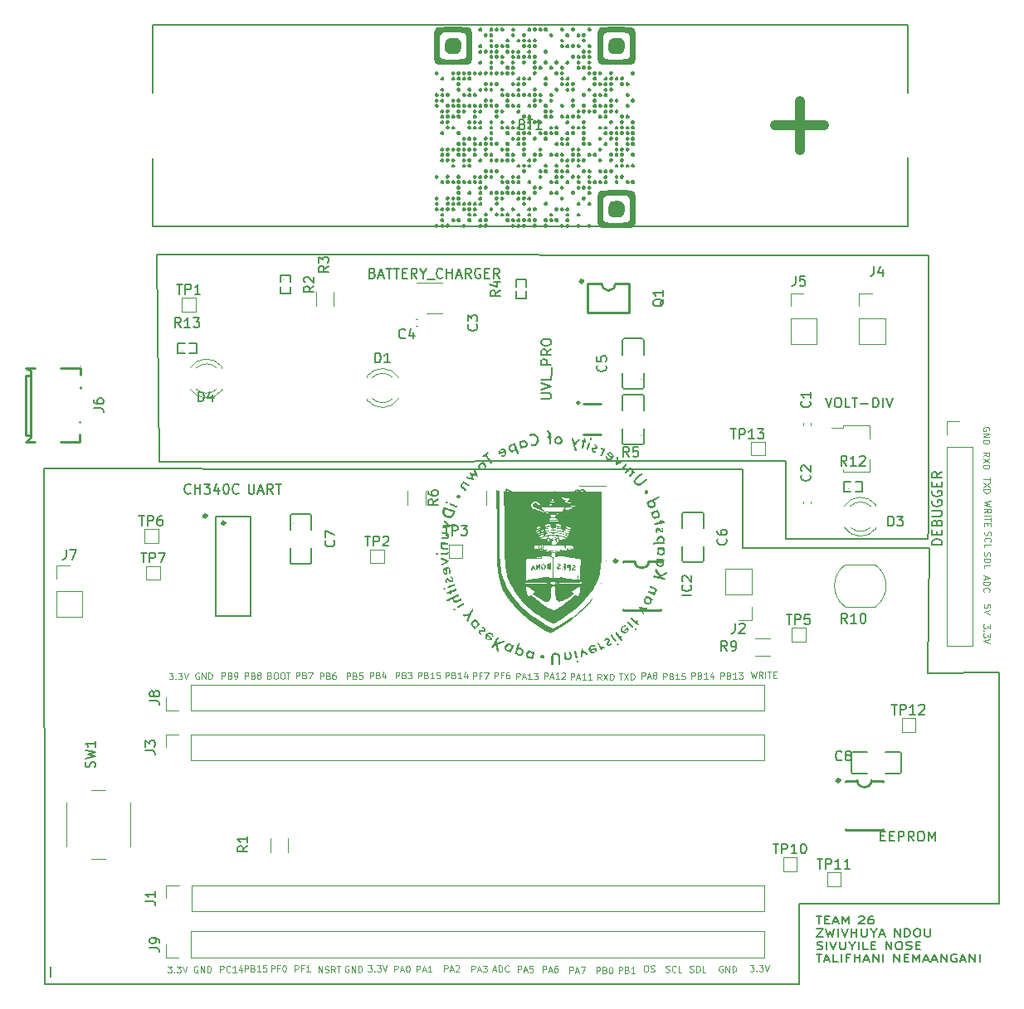
<source format=gbo>
%TF.GenerationSoftware,KiCad,Pcbnew,(7.0.0)*%
%TF.CreationDate,2023-04-04T08:25:29+02:00*%
%TF.ProjectId,Main Schematic,4d61696e-2053-4636-9865-6d617469632e,rev?*%
%TF.SameCoordinates,Original*%
%TF.FileFunction,Legend,Bot*%
%TF.FilePolarity,Positive*%
%FSLAX46Y46*%
G04 Gerber Fmt 4.6, Leading zero omitted, Abs format (unit mm)*
G04 Created by KiCad (PCBNEW (7.0.0)) date 2023-04-04 08:25:29*
%MOMM*%
%LPD*%
G01*
G04 APERTURE LIST*
%ADD10C,0.150000*%
%ADD11C,0.100000*%
%ADD12C,0.254000*%
%ADD13C,0.059995*%
%ADD14C,0.120000*%
%ADD15C,1.000000*%
%ADD16C,0.152400*%
%ADD17C,0.300000*%
G04 APERTURE END LIST*
%TO.C,G\u002A\u002A\u002A*%
G36*
X158045445Y-40114143D02*
G01*
X158130852Y-40202288D01*
X158161096Y-40323263D01*
X158112511Y-40447243D01*
X158042892Y-40502590D01*
X157905836Y-40520637D01*
X157783463Y-40447243D01*
X157742192Y-40370271D01*
X157750826Y-40232100D01*
X157850722Y-40117336D01*
X157928541Y-40088654D01*
X158045445Y-40114143D01*
G37*
G36*
X157489646Y-40669942D02*
G01*
X157575053Y-40758087D01*
X157605298Y-40879062D01*
X157556712Y-41003042D01*
X157487093Y-41058388D01*
X157350037Y-41076436D01*
X157227665Y-41003042D01*
X157186393Y-40926070D01*
X157195028Y-40787899D01*
X157294923Y-40673134D01*
X157372743Y-40644452D01*
X157489646Y-40669942D01*
G37*
G36*
X156933847Y-40669942D02*
G01*
X157019255Y-40758087D01*
X157049499Y-40879062D01*
X157000913Y-41003042D01*
X156931295Y-41058388D01*
X156794238Y-41076436D01*
X156671866Y-41003042D01*
X156630594Y-40926070D01*
X156639229Y-40787899D01*
X156739125Y-40673134D01*
X156816944Y-40644452D01*
X156933847Y-40669942D01*
G37*
G36*
X156378048Y-40114143D02*
G01*
X156463456Y-40202288D01*
X156493700Y-40323263D01*
X156445115Y-40447243D01*
X156375496Y-40502590D01*
X156238440Y-40520637D01*
X156116067Y-40447243D01*
X156074795Y-40370271D01*
X156083430Y-40232100D01*
X156183326Y-40117336D01*
X156261145Y-40088654D01*
X156378048Y-40114143D01*
G37*
G36*
X155822057Y-40673134D02*
G01*
X155891871Y-40736162D01*
X155938599Y-40869552D01*
X155889316Y-41003042D01*
X155819697Y-41058388D01*
X155682641Y-41076436D01*
X155560268Y-41003042D01*
X155519605Y-40927535D01*
X155522623Y-40801900D01*
X155589816Y-40697737D01*
X155697516Y-40644874D01*
X155822057Y-40673134D01*
G37*
G36*
X155266451Y-40114143D02*
G01*
X155351858Y-40202288D01*
X155382103Y-40323263D01*
X155333517Y-40447243D01*
X155263899Y-40502590D01*
X155126842Y-40520637D01*
X155004470Y-40447243D01*
X154963198Y-40370271D01*
X154971833Y-40232100D01*
X155071729Y-40117336D01*
X155149548Y-40088654D01*
X155266451Y-40114143D01*
G37*
G36*
X154154854Y-40669942D02*
G01*
X154240261Y-40758087D01*
X154270506Y-40879062D01*
X154221920Y-41003042D01*
X154152301Y-41058388D01*
X154015245Y-41076436D01*
X153892872Y-41003042D01*
X153851601Y-40926070D01*
X153860236Y-40787899D01*
X153960131Y-40673134D01*
X154037951Y-40644452D01*
X154154854Y-40669942D01*
G37*
G36*
X153599055Y-40114143D02*
G01*
X153684462Y-40202288D01*
X153714707Y-40323263D01*
X153666121Y-40447243D01*
X153596502Y-40502590D01*
X153459446Y-40520637D01*
X153337074Y-40447243D01*
X153295802Y-40370271D01*
X153304437Y-40232100D01*
X153404333Y-40117336D01*
X153482152Y-40088654D01*
X153599055Y-40114143D01*
G37*
G36*
X153043256Y-40114143D02*
G01*
X153128664Y-40202288D01*
X153158908Y-40323263D01*
X153110322Y-40447243D01*
X153040704Y-40502590D01*
X152903647Y-40520637D01*
X152781275Y-40447243D01*
X152740003Y-40370271D01*
X152748638Y-40232100D01*
X152848534Y-40117336D01*
X152926353Y-40088654D01*
X153043256Y-40114143D01*
G37*
G36*
X152487458Y-40114143D02*
G01*
X152572865Y-40202288D01*
X152603109Y-40323263D01*
X152554524Y-40447243D01*
X152484905Y-40502590D01*
X152347849Y-40520637D01*
X152225476Y-40447243D01*
X152184205Y-40370271D01*
X152192840Y-40232100D01*
X152292735Y-40117336D01*
X152370555Y-40088654D01*
X152487458Y-40114143D01*
G37*
G36*
X151931659Y-40114143D02*
G01*
X152017066Y-40202288D01*
X152047311Y-40323263D01*
X151998725Y-40447243D01*
X151929106Y-40502590D01*
X151792050Y-40520637D01*
X151669678Y-40447243D01*
X151628406Y-40370271D01*
X151637041Y-40232100D01*
X151736937Y-40117336D01*
X151814756Y-40088654D01*
X151931659Y-40114143D01*
G37*
G36*
X151375860Y-40669942D02*
G01*
X151461268Y-40758087D01*
X151491512Y-40879062D01*
X151442926Y-41003042D01*
X151373308Y-41058388D01*
X151236251Y-41076436D01*
X151113879Y-41003042D01*
X151072607Y-40926070D01*
X151081242Y-40787899D01*
X151181138Y-40673134D01*
X151258957Y-40644452D01*
X151375860Y-40669942D01*
G37*
G36*
X150264070Y-40673134D02*
G01*
X150333884Y-40736162D01*
X150380613Y-40869552D01*
X150331329Y-41003042D01*
X150261710Y-41058388D01*
X150124654Y-41076436D01*
X150002282Y-41003042D01*
X149961619Y-40927535D01*
X149964636Y-40801900D01*
X150031829Y-40697737D01*
X150139529Y-40644874D01*
X150264070Y-40673134D01*
G37*
G36*
X150264070Y-40117336D02*
G01*
X150333884Y-40180363D01*
X150380613Y-40313753D01*
X150331329Y-40447243D01*
X150261710Y-40502590D01*
X150124654Y-40520637D01*
X150002282Y-40447243D01*
X149961619Y-40371737D01*
X149964636Y-40246101D01*
X150031829Y-40141939D01*
X150139529Y-40089075D01*
X150264070Y-40117336D01*
G37*
G36*
X149152473Y-40117336D02*
G01*
X149222286Y-40180363D01*
X149269015Y-40313753D01*
X149219732Y-40447243D01*
X149150113Y-40502590D01*
X149013057Y-40520637D01*
X148890684Y-40447243D01*
X148850021Y-40371737D01*
X148853039Y-40246101D01*
X148920231Y-40141939D01*
X149027932Y-40089075D01*
X149152473Y-40117336D01*
G37*
G36*
X148596674Y-40117336D02*
G01*
X148666488Y-40180363D01*
X148713216Y-40313753D01*
X148663933Y-40447243D01*
X148594314Y-40502590D01*
X148457258Y-40520637D01*
X148334886Y-40447243D01*
X148294223Y-40371737D01*
X148297240Y-40246101D01*
X148364433Y-40141939D01*
X148472133Y-40089075D01*
X148596674Y-40117336D01*
G37*
G36*
X148040875Y-40673134D02*
G01*
X148110689Y-40736162D01*
X148157418Y-40869552D01*
X148108134Y-41003042D01*
X148038516Y-41058388D01*
X147901459Y-41076436D01*
X147779087Y-41003042D01*
X147738424Y-40927535D01*
X147741441Y-40801900D01*
X147808634Y-40697737D01*
X147916334Y-40644874D01*
X148040875Y-40673134D01*
G37*
G36*
X148040875Y-40117336D02*
G01*
X148110689Y-40180363D01*
X148157418Y-40313753D01*
X148108134Y-40447243D01*
X148038516Y-40502590D01*
X147901459Y-40520637D01*
X147779087Y-40447243D01*
X147738424Y-40371737D01*
X147741441Y-40246101D01*
X147808634Y-40141939D01*
X147916334Y-40089075D01*
X148040875Y-40117336D01*
G37*
G36*
X147485077Y-40673134D02*
G01*
X147554890Y-40736162D01*
X147601619Y-40869552D01*
X147552336Y-41003042D01*
X147482717Y-41058388D01*
X147345661Y-41076436D01*
X147223288Y-41003042D01*
X147182625Y-40927535D01*
X147185643Y-40801900D01*
X147252835Y-40697737D01*
X147360536Y-40644874D01*
X147485077Y-40673134D01*
G37*
G36*
X146929278Y-40117336D02*
G01*
X146999092Y-40180363D01*
X147045820Y-40313753D01*
X146996537Y-40447243D01*
X146926918Y-40502590D01*
X146789862Y-40520637D01*
X146667489Y-40447243D01*
X146626826Y-40371737D01*
X146629844Y-40246101D01*
X146697037Y-40141939D01*
X146804737Y-40089075D01*
X146929278Y-40117336D01*
G37*
G36*
X162491834Y-55676506D02*
G01*
X162577241Y-55764651D01*
X162607486Y-55885627D01*
X162558900Y-56009607D01*
X162511850Y-56050221D01*
X162394376Y-56090306D01*
X162363501Y-56088344D01*
X162244570Y-56029947D01*
X162188019Y-55917707D01*
X162202611Y-55788624D01*
X162297112Y-55679699D01*
X162374931Y-55651017D01*
X162491834Y-55676506D01*
G37*
G36*
X162491834Y-54009110D02*
G01*
X162577241Y-54097255D01*
X162607486Y-54218231D01*
X162558900Y-54342210D01*
X162511850Y-54382825D01*
X162394376Y-54422910D01*
X162363501Y-54420948D01*
X162244570Y-54362551D01*
X162188019Y-54250311D01*
X162202611Y-54121228D01*
X162297112Y-54012303D01*
X162374931Y-53983621D01*
X162491834Y-54009110D01*
G37*
G36*
X162491834Y-52897513D02*
G01*
X162577241Y-52985658D01*
X162607486Y-53106633D01*
X162558900Y-53230613D01*
X162511850Y-53271227D01*
X162394376Y-53311313D01*
X162363501Y-53309350D01*
X162244570Y-53250953D01*
X162188019Y-53138714D01*
X162202611Y-53009631D01*
X162297112Y-52900705D01*
X162374931Y-52872023D01*
X162491834Y-52897513D01*
G37*
G36*
X162491834Y-51785915D02*
G01*
X162577241Y-51874061D01*
X162607486Y-51995036D01*
X162558900Y-52119016D01*
X162511850Y-52159630D01*
X162394376Y-52199715D01*
X162363501Y-52197753D01*
X162244570Y-52139356D01*
X162188019Y-52027116D01*
X162202611Y-51898033D01*
X162297112Y-51789108D01*
X162374931Y-51760426D01*
X162491834Y-51785915D01*
G37*
G36*
X162491834Y-51230117D02*
G01*
X162577241Y-51318262D01*
X162607486Y-51439237D01*
X162558900Y-51563217D01*
X162511850Y-51603831D01*
X162394376Y-51643917D01*
X162363501Y-51641954D01*
X162244570Y-51583557D01*
X162188019Y-51471317D01*
X162202611Y-51342235D01*
X162297112Y-51233309D01*
X162374931Y-51204627D01*
X162491834Y-51230117D01*
G37*
G36*
X162491834Y-50674318D02*
G01*
X162577241Y-50762463D01*
X162607486Y-50883438D01*
X162558900Y-51007418D01*
X162511850Y-51048032D01*
X162394376Y-51088118D01*
X162363501Y-51086156D01*
X162244570Y-51027759D01*
X162188019Y-50915519D01*
X162202611Y-50786436D01*
X162297112Y-50677511D01*
X162374931Y-50648829D01*
X162491834Y-50674318D01*
G37*
G36*
X162491834Y-50118519D02*
G01*
X162577241Y-50206665D01*
X162607486Y-50327640D01*
X162558900Y-50451620D01*
X162511850Y-50492234D01*
X162394376Y-50532319D01*
X162363501Y-50530357D01*
X162244570Y-50471960D01*
X162188019Y-50359720D01*
X162202611Y-50230637D01*
X162297112Y-50121712D01*
X162374931Y-50093030D01*
X162491834Y-50118519D01*
G37*
G36*
X162491834Y-49562721D02*
G01*
X162577241Y-49650866D01*
X162607486Y-49771841D01*
X162558900Y-49895821D01*
X162511850Y-49936435D01*
X162394376Y-49976521D01*
X162363501Y-49974558D01*
X162244570Y-49916161D01*
X162188019Y-49803921D01*
X162202611Y-49674839D01*
X162297112Y-49565913D01*
X162374931Y-49537231D01*
X162491834Y-49562721D01*
G37*
G36*
X162491834Y-47339526D02*
G01*
X162577241Y-47427671D01*
X162607486Y-47548646D01*
X162558900Y-47672626D01*
X162511850Y-47713240D01*
X162394376Y-47753326D01*
X162363501Y-47751364D01*
X162244570Y-47692967D01*
X162188019Y-47580727D01*
X162202611Y-47451644D01*
X162297112Y-47342719D01*
X162374931Y-47314037D01*
X162491834Y-47339526D01*
G37*
G36*
X162491834Y-44560533D02*
G01*
X162577241Y-44648678D01*
X162607486Y-44769653D01*
X162558900Y-44893633D01*
X162511850Y-44934247D01*
X162394376Y-44974333D01*
X162363501Y-44972370D01*
X162244570Y-44913973D01*
X162188019Y-44801733D01*
X162202611Y-44672650D01*
X162297112Y-44563725D01*
X162374931Y-44535043D01*
X162491834Y-44560533D01*
G37*
G36*
X161936035Y-55676506D02*
G01*
X162021443Y-55764651D01*
X162051687Y-55885627D01*
X162003101Y-56009607D01*
X161956052Y-56050221D01*
X161838578Y-56090306D01*
X161807703Y-56088344D01*
X161688772Y-56029947D01*
X161632220Y-55917707D01*
X161646812Y-55788624D01*
X161741313Y-55679699D01*
X161819132Y-55651017D01*
X161936035Y-55676506D01*
G37*
G36*
X161936035Y-54009110D02*
G01*
X162021443Y-54097255D01*
X162051687Y-54218231D01*
X162003101Y-54342210D01*
X161956052Y-54382825D01*
X161838578Y-54422910D01*
X161807703Y-54420948D01*
X161688772Y-54362551D01*
X161632220Y-54250311D01*
X161646812Y-54121228D01*
X161741313Y-54012303D01*
X161819132Y-53983621D01*
X161936035Y-54009110D01*
G37*
G36*
X161936035Y-52341714D02*
G01*
X162021443Y-52429859D01*
X162051687Y-52550835D01*
X162003101Y-52674814D01*
X161956052Y-52715428D01*
X161838578Y-52755514D01*
X161807703Y-52753552D01*
X161688772Y-52695155D01*
X161632220Y-52582915D01*
X161646812Y-52453832D01*
X161741313Y-52344907D01*
X161819132Y-52316225D01*
X161936035Y-52341714D01*
G37*
G36*
X161936035Y-51785915D02*
G01*
X162021443Y-51874061D01*
X162051687Y-51995036D01*
X162003101Y-52119016D01*
X161956052Y-52159630D01*
X161838578Y-52199715D01*
X161807703Y-52197753D01*
X161688772Y-52139356D01*
X161632220Y-52027116D01*
X161646812Y-51898033D01*
X161741313Y-51789108D01*
X161819132Y-51760426D01*
X161936035Y-51785915D01*
G37*
G36*
X161936035Y-51230117D02*
G01*
X162021443Y-51318262D01*
X162051687Y-51439237D01*
X162003101Y-51563217D01*
X161956052Y-51603831D01*
X161838578Y-51643917D01*
X161807703Y-51641954D01*
X161688772Y-51583557D01*
X161632220Y-51471317D01*
X161646812Y-51342235D01*
X161741313Y-51233309D01*
X161819132Y-51204627D01*
X161936035Y-51230117D01*
G37*
G36*
X161936035Y-50674318D02*
G01*
X162021443Y-50762463D01*
X162051687Y-50883438D01*
X162003101Y-51007418D01*
X161956052Y-51048032D01*
X161838578Y-51088118D01*
X161807703Y-51086156D01*
X161688772Y-51027759D01*
X161632220Y-50915519D01*
X161646812Y-50786436D01*
X161741313Y-50677511D01*
X161819132Y-50648829D01*
X161936035Y-50674318D01*
G37*
G36*
X161936035Y-50118519D02*
G01*
X162021443Y-50206665D01*
X162051687Y-50327640D01*
X162003101Y-50451620D01*
X161956052Y-50492234D01*
X161838578Y-50532319D01*
X161807703Y-50530357D01*
X161688772Y-50471960D01*
X161632220Y-50359720D01*
X161646812Y-50230637D01*
X161741313Y-50121712D01*
X161819132Y-50093030D01*
X161936035Y-50118519D01*
G37*
G36*
X161936035Y-49006922D02*
G01*
X162021443Y-49095067D01*
X162051687Y-49216042D01*
X162003101Y-49340022D01*
X161956052Y-49380636D01*
X161838578Y-49420722D01*
X161807703Y-49418760D01*
X161688772Y-49360363D01*
X161632220Y-49248123D01*
X161646812Y-49119040D01*
X161741313Y-49010115D01*
X161819132Y-48981433D01*
X161936035Y-49006922D01*
G37*
G36*
X161936035Y-47895325D02*
G01*
X162021443Y-47983470D01*
X162051687Y-48104445D01*
X162003101Y-48228425D01*
X161956052Y-48269039D01*
X161838578Y-48309125D01*
X161807703Y-48307162D01*
X161688772Y-48248765D01*
X161632220Y-48136525D01*
X161646812Y-48007443D01*
X161741313Y-47898517D01*
X161819132Y-47869835D01*
X161936035Y-47895325D01*
G37*
G36*
X161936035Y-46783727D02*
G01*
X162021443Y-46871872D01*
X162051687Y-46992848D01*
X162003101Y-47116828D01*
X161956052Y-47157442D01*
X161838578Y-47197527D01*
X161807703Y-47195565D01*
X161688772Y-47137168D01*
X161632220Y-47024928D01*
X161646812Y-46895845D01*
X161741313Y-46786920D01*
X161819132Y-46758238D01*
X161936035Y-46783727D01*
G37*
G36*
X161936035Y-45672130D02*
G01*
X162021443Y-45760275D01*
X162051687Y-45881250D01*
X162003101Y-46005230D01*
X161956052Y-46045844D01*
X161838578Y-46085930D01*
X161807703Y-46083967D01*
X161688772Y-46025571D01*
X161632220Y-45913331D01*
X161646812Y-45784248D01*
X161741313Y-45675322D01*
X161819132Y-45646641D01*
X161936035Y-45672130D01*
G37*
G36*
X161380237Y-55120708D02*
G01*
X161465644Y-55208853D01*
X161495888Y-55329828D01*
X161447303Y-55453808D01*
X161400253Y-55494422D01*
X161282779Y-55534508D01*
X161251904Y-55532545D01*
X161132973Y-55474148D01*
X161076421Y-55361908D01*
X161091014Y-55232826D01*
X161185514Y-55123900D01*
X161263334Y-55095218D01*
X161380237Y-55120708D01*
G37*
G36*
X161380237Y-54009110D02*
G01*
X161465644Y-54097255D01*
X161495888Y-54218231D01*
X161447303Y-54342210D01*
X161400253Y-54382825D01*
X161282779Y-54422910D01*
X161251904Y-54420948D01*
X161132973Y-54362551D01*
X161076421Y-54250311D01*
X161091014Y-54121228D01*
X161185514Y-54012303D01*
X161263334Y-53983621D01*
X161380237Y-54009110D01*
G37*
G36*
X161380237Y-53453312D02*
G01*
X161465644Y-53541457D01*
X161495888Y-53662432D01*
X161447303Y-53786412D01*
X161400253Y-53827026D01*
X161282779Y-53867112D01*
X161251904Y-53865149D01*
X161132973Y-53806752D01*
X161076421Y-53694512D01*
X161091014Y-53565429D01*
X161185514Y-53456504D01*
X161263334Y-53427822D01*
X161380237Y-53453312D01*
G37*
G36*
X161380237Y-52897513D02*
G01*
X161465644Y-52985658D01*
X161495888Y-53106633D01*
X161447303Y-53230613D01*
X161400253Y-53271227D01*
X161282779Y-53311313D01*
X161251904Y-53309350D01*
X161132973Y-53250953D01*
X161076421Y-53138714D01*
X161091014Y-53009631D01*
X161185514Y-52900705D01*
X161263334Y-52872023D01*
X161380237Y-52897513D01*
G37*
G36*
X161380237Y-52341714D02*
G01*
X161465644Y-52429859D01*
X161495888Y-52550835D01*
X161447303Y-52674814D01*
X161400253Y-52715428D01*
X161282779Y-52755514D01*
X161251904Y-52753552D01*
X161132973Y-52695155D01*
X161076421Y-52582915D01*
X161091014Y-52453832D01*
X161185514Y-52344907D01*
X161263334Y-52316225D01*
X161380237Y-52341714D01*
G37*
G36*
X161380237Y-50674318D02*
G01*
X161465644Y-50762463D01*
X161495888Y-50883438D01*
X161447303Y-51007418D01*
X161400253Y-51048032D01*
X161282779Y-51088118D01*
X161251904Y-51086156D01*
X161132973Y-51027759D01*
X161076421Y-50915519D01*
X161091014Y-50786436D01*
X161185514Y-50677511D01*
X161263334Y-50648829D01*
X161380237Y-50674318D01*
G37*
G36*
X161380237Y-50118519D02*
G01*
X161465644Y-50206665D01*
X161495888Y-50327640D01*
X161447303Y-50451620D01*
X161400253Y-50492234D01*
X161282779Y-50532319D01*
X161251904Y-50530357D01*
X161132973Y-50471960D01*
X161076421Y-50359720D01*
X161091014Y-50230637D01*
X161185514Y-50121712D01*
X161263334Y-50093030D01*
X161380237Y-50118519D01*
G37*
G36*
X161380237Y-49562721D02*
G01*
X161465644Y-49650866D01*
X161495888Y-49771841D01*
X161447303Y-49895821D01*
X161400253Y-49936435D01*
X161282779Y-49976521D01*
X161251904Y-49974558D01*
X161132973Y-49916161D01*
X161076421Y-49803921D01*
X161091014Y-49674839D01*
X161185514Y-49565913D01*
X161263334Y-49537231D01*
X161380237Y-49562721D01*
G37*
G36*
X161380237Y-49006922D02*
G01*
X161465644Y-49095067D01*
X161495888Y-49216042D01*
X161447303Y-49340022D01*
X161400253Y-49380636D01*
X161282779Y-49420722D01*
X161251904Y-49418760D01*
X161132973Y-49360363D01*
X161076421Y-49248123D01*
X161091014Y-49119040D01*
X161185514Y-49010115D01*
X161263334Y-48981433D01*
X161380237Y-49006922D01*
G37*
G36*
X161380237Y-45672130D02*
G01*
X161465644Y-45760275D01*
X161495888Y-45881250D01*
X161447303Y-46005230D01*
X161400253Y-46045844D01*
X161282779Y-46085930D01*
X161251904Y-46083967D01*
X161132973Y-46025571D01*
X161076421Y-45913331D01*
X161091014Y-45784248D01*
X161185514Y-45675322D01*
X161263334Y-45646641D01*
X161380237Y-45672130D01*
G37*
G36*
X161380237Y-45116331D02*
G01*
X161465644Y-45204476D01*
X161495888Y-45325452D01*
X161447303Y-45449431D01*
X161400253Y-45490046D01*
X161282779Y-45530131D01*
X161251904Y-45528169D01*
X161132973Y-45469772D01*
X161076421Y-45357532D01*
X161091014Y-45228449D01*
X161185514Y-45119524D01*
X161263334Y-45090842D01*
X161380237Y-45116331D01*
G37*
G36*
X160824438Y-55676506D02*
G01*
X160909845Y-55764651D01*
X160940090Y-55885627D01*
X160891504Y-56009607D01*
X160844454Y-56050221D01*
X160726980Y-56090306D01*
X160696105Y-56088344D01*
X160577174Y-56029947D01*
X160520623Y-55917707D01*
X160535215Y-55788624D01*
X160629716Y-55679699D01*
X160707535Y-55651017D01*
X160824438Y-55676506D01*
G37*
G36*
X160824438Y-55120708D02*
G01*
X160909845Y-55208853D01*
X160940090Y-55329828D01*
X160891504Y-55453808D01*
X160844454Y-55494422D01*
X160726980Y-55534508D01*
X160696105Y-55532545D01*
X160577174Y-55474148D01*
X160520623Y-55361908D01*
X160535215Y-55232826D01*
X160629716Y-55123900D01*
X160707535Y-55095218D01*
X160824438Y-55120708D01*
G37*
G36*
X160824438Y-54009110D02*
G01*
X160909845Y-54097255D01*
X160940090Y-54218231D01*
X160891504Y-54342210D01*
X160844454Y-54382825D01*
X160726980Y-54422910D01*
X160696105Y-54420948D01*
X160577174Y-54362551D01*
X160520623Y-54250311D01*
X160535215Y-54121228D01*
X160629716Y-54012303D01*
X160707535Y-53983621D01*
X160824438Y-54009110D01*
G37*
G36*
X160824438Y-52897513D02*
G01*
X160909845Y-52985658D01*
X160940090Y-53106633D01*
X160891504Y-53230613D01*
X160844454Y-53271227D01*
X160726980Y-53311313D01*
X160696105Y-53309350D01*
X160577174Y-53250953D01*
X160520623Y-53138714D01*
X160535215Y-53009631D01*
X160629716Y-52900705D01*
X160707535Y-52872023D01*
X160824438Y-52897513D01*
G37*
G36*
X160824438Y-52341714D02*
G01*
X160909845Y-52429859D01*
X160940090Y-52550835D01*
X160891504Y-52674814D01*
X160844454Y-52715428D01*
X160726980Y-52755514D01*
X160696105Y-52753552D01*
X160577174Y-52695155D01*
X160520623Y-52582915D01*
X160535215Y-52453832D01*
X160629716Y-52344907D01*
X160707535Y-52316225D01*
X160824438Y-52341714D01*
G37*
G36*
X160824438Y-51785915D02*
G01*
X160909845Y-51874061D01*
X160940090Y-51995036D01*
X160891504Y-52119016D01*
X160844454Y-52159630D01*
X160726980Y-52199715D01*
X160696105Y-52197753D01*
X160577174Y-52139356D01*
X160520623Y-52027116D01*
X160535215Y-51898033D01*
X160629716Y-51789108D01*
X160707535Y-51760426D01*
X160824438Y-51785915D01*
G37*
G36*
X160824438Y-51230117D02*
G01*
X160909845Y-51318262D01*
X160940090Y-51439237D01*
X160891504Y-51563217D01*
X160844454Y-51603831D01*
X160726980Y-51643917D01*
X160696105Y-51641954D01*
X160577174Y-51583557D01*
X160520623Y-51471317D01*
X160535215Y-51342235D01*
X160629716Y-51233309D01*
X160707535Y-51204627D01*
X160824438Y-51230117D01*
G37*
G36*
X160824438Y-50674318D02*
G01*
X160909845Y-50762463D01*
X160940090Y-50883438D01*
X160891504Y-51007418D01*
X160844454Y-51048032D01*
X160726980Y-51088118D01*
X160696105Y-51086156D01*
X160577174Y-51027759D01*
X160520623Y-50915519D01*
X160535215Y-50786436D01*
X160629716Y-50677511D01*
X160707535Y-50648829D01*
X160824438Y-50674318D01*
G37*
G36*
X160824438Y-50118519D02*
G01*
X160909845Y-50206665D01*
X160940090Y-50327640D01*
X160891504Y-50451620D01*
X160844454Y-50492234D01*
X160726980Y-50532319D01*
X160696105Y-50530357D01*
X160577174Y-50471960D01*
X160520623Y-50359720D01*
X160535215Y-50230637D01*
X160629716Y-50121712D01*
X160707535Y-50093030D01*
X160824438Y-50118519D01*
G37*
G36*
X160824438Y-48451123D02*
G01*
X160909845Y-48539268D01*
X160940090Y-48660244D01*
X160891504Y-48784224D01*
X160844454Y-48824838D01*
X160726980Y-48864923D01*
X160696105Y-48862961D01*
X160577174Y-48804564D01*
X160520623Y-48692324D01*
X160535215Y-48563241D01*
X160629716Y-48454316D01*
X160707535Y-48425634D01*
X160824438Y-48451123D01*
G37*
G36*
X160824438Y-47339526D02*
G01*
X160909845Y-47427671D01*
X160940090Y-47548646D01*
X160891504Y-47672626D01*
X160844454Y-47713240D01*
X160726980Y-47753326D01*
X160696105Y-47751364D01*
X160577174Y-47692967D01*
X160520623Y-47580727D01*
X160535215Y-47451644D01*
X160629716Y-47342719D01*
X160707535Y-47314037D01*
X160824438Y-47339526D01*
G37*
G36*
X160824438Y-45116331D02*
G01*
X160909845Y-45204476D01*
X160940090Y-45325452D01*
X160891504Y-45449431D01*
X160844454Y-45490046D01*
X160726980Y-45530131D01*
X160696105Y-45528169D01*
X160577174Y-45469772D01*
X160520623Y-45357532D01*
X160535215Y-45228449D01*
X160629716Y-45119524D01*
X160707535Y-45090842D01*
X160824438Y-45116331D01*
G37*
G36*
X160268639Y-54564909D02*
G01*
X160354047Y-54653054D01*
X160384291Y-54774029D01*
X160335705Y-54898009D01*
X160288656Y-54938623D01*
X160171182Y-54978709D01*
X160140307Y-54976746D01*
X160021376Y-54918350D01*
X159964824Y-54806110D01*
X159979416Y-54677027D01*
X160073917Y-54568101D01*
X160151736Y-54539420D01*
X160268639Y-54564909D01*
G37*
G36*
X160268639Y-53453312D02*
G01*
X160354047Y-53541457D01*
X160384291Y-53662432D01*
X160335705Y-53786412D01*
X160288656Y-53827026D01*
X160171182Y-53867112D01*
X160140307Y-53865149D01*
X160021376Y-53806752D01*
X159964824Y-53694512D01*
X159979416Y-53565429D01*
X160073917Y-53456504D01*
X160151736Y-53427822D01*
X160268639Y-53453312D01*
G37*
G36*
X160268639Y-52897513D02*
G01*
X160354047Y-52985658D01*
X160384291Y-53106633D01*
X160335705Y-53230613D01*
X160288656Y-53271227D01*
X160171182Y-53311313D01*
X160140307Y-53309350D01*
X160021376Y-53250953D01*
X159964824Y-53138714D01*
X159979416Y-53009631D01*
X160073917Y-52900705D01*
X160151736Y-52872023D01*
X160268639Y-52897513D01*
G37*
G36*
X160268639Y-51230117D02*
G01*
X160354047Y-51318262D01*
X160384291Y-51439237D01*
X160335705Y-51563217D01*
X160288656Y-51603831D01*
X160171182Y-51643917D01*
X160140307Y-51641954D01*
X160021376Y-51583557D01*
X159964824Y-51471317D01*
X159979416Y-51342235D01*
X160073917Y-51233309D01*
X160151736Y-51204627D01*
X160268639Y-51230117D01*
G37*
G36*
X160268639Y-50674318D02*
G01*
X160354047Y-50762463D01*
X160384291Y-50883438D01*
X160335705Y-51007418D01*
X160288656Y-51048032D01*
X160171182Y-51088118D01*
X160140307Y-51086156D01*
X160021376Y-51027759D01*
X159964824Y-50915519D01*
X159979416Y-50786436D01*
X160073917Y-50677511D01*
X160151736Y-50648829D01*
X160268639Y-50674318D01*
G37*
G36*
X160268639Y-49562721D02*
G01*
X160354047Y-49650866D01*
X160384291Y-49771841D01*
X160335705Y-49895821D01*
X160288656Y-49936435D01*
X160171182Y-49976521D01*
X160140307Y-49974558D01*
X160021376Y-49916161D01*
X159964824Y-49803921D01*
X159979416Y-49674839D01*
X160073917Y-49565913D01*
X160151736Y-49537231D01*
X160268639Y-49562721D01*
G37*
G36*
X160268639Y-48451123D02*
G01*
X160354047Y-48539268D01*
X160384291Y-48660244D01*
X160335705Y-48784224D01*
X160288656Y-48824838D01*
X160171182Y-48864923D01*
X160140307Y-48862961D01*
X160021376Y-48804564D01*
X159964824Y-48692324D01*
X159979416Y-48563241D01*
X160073917Y-48454316D01*
X160151736Y-48425634D01*
X160268639Y-48451123D01*
G37*
G36*
X160268639Y-47895325D02*
G01*
X160354047Y-47983470D01*
X160384291Y-48104445D01*
X160335705Y-48228425D01*
X160288656Y-48269039D01*
X160171182Y-48309125D01*
X160140307Y-48307162D01*
X160021376Y-48248765D01*
X159964824Y-48136525D01*
X159979416Y-48007443D01*
X160073917Y-47898517D01*
X160151736Y-47869835D01*
X160268639Y-47895325D01*
G37*
G36*
X160268639Y-47339526D02*
G01*
X160354047Y-47427671D01*
X160384291Y-47548646D01*
X160335705Y-47672626D01*
X160288656Y-47713240D01*
X160171182Y-47753326D01*
X160140307Y-47751364D01*
X160021376Y-47692967D01*
X159964824Y-47580727D01*
X159979416Y-47451644D01*
X160073917Y-47342719D01*
X160151736Y-47314037D01*
X160268639Y-47339526D01*
G37*
G36*
X160268639Y-46227929D02*
G01*
X160354047Y-46316074D01*
X160384291Y-46437049D01*
X160335705Y-46561029D01*
X160288656Y-46601643D01*
X160171182Y-46641729D01*
X160140307Y-46639766D01*
X160021376Y-46581369D01*
X159964824Y-46469129D01*
X159979416Y-46340047D01*
X160073917Y-46231121D01*
X160151736Y-46202439D01*
X160268639Y-46227929D01*
G37*
G36*
X160268639Y-45672130D02*
G01*
X160354047Y-45760275D01*
X160384291Y-45881250D01*
X160335705Y-46005230D01*
X160288656Y-46045844D01*
X160171182Y-46085930D01*
X160140307Y-46083967D01*
X160021376Y-46025571D01*
X159964824Y-45913331D01*
X159979416Y-45784248D01*
X160073917Y-45675322D01*
X160151736Y-45646641D01*
X160268639Y-45672130D01*
G37*
G36*
X160268639Y-45116331D02*
G01*
X160354047Y-45204476D01*
X160384291Y-45325452D01*
X160335705Y-45449431D01*
X160288656Y-45490046D01*
X160171182Y-45530131D01*
X160140307Y-45528169D01*
X160021376Y-45469772D01*
X159964824Y-45357532D01*
X159979416Y-45228449D01*
X160073917Y-45119524D01*
X160151736Y-45090842D01*
X160268639Y-45116331D01*
G37*
G36*
X160268639Y-44560533D02*
G01*
X160354047Y-44648678D01*
X160384291Y-44769653D01*
X160335705Y-44893633D01*
X160288656Y-44934247D01*
X160171182Y-44974333D01*
X160140307Y-44972370D01*
X160021376Y-44913973D01*
X159964824Y-44801733D01*
X159979416Y-44672650D01*
X160073917Y-44563725D01*
X160151736Y-44535043D01*
X160268639Y-44560533D01*
G37*
G36*
X159712841Y-55676506D02*
G01*
X159798248Y-55764651D01*
X159828492Y-55885627D01*
X159779907Y-56009607D01*
X159732857Y-56050221D01*
X159615383Y-56090306D01*
X159584508Y-56088344D01*
X159465577Y-56029947D01*
X159409025Y-55917707D01*
X159423617Y-55788624D01*
X159518118Y-55679699D01*
X159595937Y-55651017D01*
X159712841Y-55676506D01*
G37*
G36*
X159712841Y-55120708D02*
G01*
X159798248Y-55208853D01*
X159828492Y-55329828D01*
X159779907Y-55453808D01*
X159732857Y-55494422D01*
X159615383Y-55534508D01*
X159584508Y-55532545D01*
X159465577Y-55474148D01*
X159409025Y-55361908D01*
X159423617Y-55232826D01*
X159518118Y-55123900D01*
X159595937Y-55095218D01*
X159712841Y-55120708D01*
G37*
G36*
X159712841Y-54564909D02*
G01*
X159798248Y-54653054D01*
X159828492Y-54774029D01*
X159779907Y-54898009D01*
X159732857Y-54938623D01*
X159615383Y-54978709D01*
X159584508Y-54976746D01*
X159465577Y-54918350D01*
X159409025Y-54806110D01*
X159423617Y-54677027D01*
X159518118Y-54568101D01*
X159595937Y-54539420D01*
X159712841Y-54564909D01*
G37*
G36*
X159712841Y-51785915D02*
G01*
X159798248Y-51874061D01*
X159828492Y-51995036D01*
X159779907Y-52119016D01*
X159732857Y-52159630D01*
X159615383Y-52199715D01*
X159584508Y-52197753D01*
X159465577Y-52139356D01*
X159409025Y-52027116D01*
X159423617Y-51898033D01*
X159518118Y-51789108D01*
X159595937Y-51760426D01*
X159712841Y-51785915D01*
G37*
G36*
X159712841Y-50674318D02*
G01*
X159798248Y-50762463D01*
X159828492Y-50883438D01*
X159779907Y-51007418D01*
X159732857Y-51048032D01*
X159615383Y-51088118D01*
X159584508Y-51086156D01*
X159465577Y-51027759D01*
X159409025Y-50915519D01*
X159423617Y-50786436D01*
X159518118Y-50677511D01*
X159595937Y-50648829D01*
X159712841Y-50674318D01*
G37*
G36*
X159712841Y-50118519D02*
G01*
X159798248Y-50206665D01*
X159828492Y-50327640D01*
X159779907Y-50451620D01*
X159732857Y-50492234D01*
X159615383Y-50532319D01*
X159584508Y-50530357D01*
X159465577Y-50471960D01*
X159409025Y-50359720D01*
X159423617Y-50230637D01*
X159518118Y-50121712D01*
X159595937Y-50093030D01*
X159712841Y-50118519D01*
G37*
G36*
X159712841Y-49006922D02*
G01*
X159798248Y-49095067D01*
X159828492Y-49216042D01*
X159779907Y-49340022D01*
X159732857Y-49380636D01*
X159615383Y-49420722D01*
X159584508Y-49418760D01*
X159465577Y-49360363D01*
X159409025Y-49248123D01*
X159423617Y-49119040D01*
X159518118Y-49010115D01*
X159595937Y-48981433D01*
X159712841Y-49006922D01*
G37*
G36*
X159712841Y-48451123D02*
G01*
X159798248Y-48539268D01*
X159828492Y-48660244D01*
X159779907Y-48784224D01*
X159732857Y-48824838D01*
X159615383Y-48864923D01*
X159584508Y-48862961D01*
X159465577Y-48804564D01*
X159409025Y-48692324D01*
X159423617Y-48563241D01*
X159518118Y-48454316D01*
X159595937Y-48425634D01*
X159712841Y-48451123D01*
G37*
G36*
X159712841Y-47895325D02*
G01*
X159798248Y-47983470D01*
X159828492Y-48104445D01*
X159779907Y-48228425D01*
X159732857Y-48269039D01*
X159615383Y-48309125D01*
X159584508Y-48307162D01*
X159465577Y-48248765D01*
X159409025Y-48136525D01*
X159423617Y-48007443D01*
X159518118Y-47898517D01*
X159595937Y-47869835D01*
X159712841Y-47895325D01*
G37*
G36*
X159712841Y-46783727D02*
G01*
X159798248Y-46871872D01*
X159828492Y-46992848D01*
X159779907Y-47116828D01*
X159732857Y-47157442D01*
X159615383Y-47197527D01*
X159584508Y-47195565D01*
X159465577Y-47137168D01*
X159409025Y-47024928D01*
X159423617Y-46895845D01*
X159518118Y-46786920D01*
X159595937Y-46758238D01*
X159712841Y-46783727D01*
G37*
G36*
X159712841Y-46227929D02*
G01*
X159798248Y-46316074D01*
X159828492Y-46437049D01*
X159779907Y-46561029D01*
X159732857Y-46601643D01*
X159615383Y-46641729D01*
X159584508Y-46639766D01*
X159465577Y-46581369D01*
X159409025Y-46469129D01*
X159423617Y-46340047D01*
X159518118Y-46231121D01*
X159595937Y-46202439D01*
X159712841Y-46227929D01*
G37*
G36*
X159712841Y-45672130D02*
G01*
X159798248Y-45760275D01*
X159828492Y-45881250D01*
X159779907Y-46005230D01*
X159732857Y-46045844D01*
X159615383Y-46085930D01*
X159584508Y-46083967D01*
X159465577Y-46025571D01*
X159409025Y-45913331D01*
X159423617Y-45784248D01*
X159518118Y-45675322D01*
X159595937Y-45646641D01*
X159712841Y-45672130D01*
G37*
G36*
X159712841Y-45116331D02*
G01*
X159798248Y-45204476D01*
X159828492Y-45325452D01*
X159779907Y-45449431D01*
X159732857Y-45490046D01*
X159615383Y-45530131D01*
X159584508Y-45528169D01*
X159465577Y-45469772D01*
X159409025Y-45357532D01*
X159423617Y-45228449D01*
X159518118Y-45119524D01*
X159595937Y-45090842D01*
X159712841Y-45116331D01*
G37*
G36*
X159157042Y-55676506D02*
G01*
X159242449Y-55764651D01*
X159272694Y-55885627D01*
X159224108Y-56009607D01*
X159177058Y-56050221D01*
X159059584Y-56090306D01*
X159028709Y-56088344D01*
X158909778Y-56029947D01*
X158853227Y-55917707D01*
X158867819Y-55788624D01*
X158962320Y-55679699D01*
X159040139Y-55651017D01*
X159157042Y-55676506D01*
G37*
G36*
X159157042Y-54564909D02*
G01*
X159242449Y-54653054D01*
X159272694Y-54774029D01*
X159224108Y-54898009D01*
X159177058Y-54938623D01*
X159059584Y-54978709D01*
X159028709Y-54976746D01*
X158909778Y-54918350D01*
X158853227Y-54806110D01*
X158867819Y-54677027D01*
X158962320Y-54568101D01*
X159040139Y-54539420D01*
X159157042Y-54564909D01*
G37*
G36*
X159157042Y-53453312D02*
G01*
X159242449Y-53541457D01*
X159272694Y-53662432D01*
X159224108Y-53786412D01*
X159177058Y-53827026D01*
X159059584Y-53867112D01*
X159028709Y-53865149D01*
X158909778Y-53806752D01*
X158853227Y-53694512D01*
X158867819Y-53565429D01*
X158962320Y-53456504D01*
X159040139Y-53427822D01*
X159157042Y-53453312D01*
G37*
G36*
X159157042Y-52341714D02*
G01*
X159242449Y-52429859D01*
X159272694Y-52550835D01*
X159224108Y-52674814D01*
X159177058Y-52715428D01*
X159059584Y-52755514D01*
X159028709Y-52753552D01*
X158909778Y-52695155D01*
X158853227Y-52582915D01*
X158867819Y-52453832D01*
X158962320Y-52344907D01*
X159040139Y-52316225D01*
X159157042Y-52341714D01*
G37*
G36*
X159157042Y-51230117D02*
G01*
X159242449Y-51318262D01*
X159272694Y-51439237D01*
X159224108Y-51563217D01*
X159177058Y-51603831D01*
X159059584Y-51643917D01*
X159028709Y-51641954D01*
X158909778Y-51583557D01*
X158853227Y-51471317D01*
X158867819Y-51342235D01*
X158962320Y-51233309D01*
X159040139Y-51204627D01*
X159157042Y-51230117D01*
G37*
G36*
X159157042Y-50118519D02*
G01*
X159242449Y-50206665D01*
X159272694Y-50327640D01*
X159224108Y-50451620D01*
X159177058Y-50492234D01*
X159059584Y-50532319D01*
X159028709Y-50530357D01*
X158909778Y-50471960D01*
X158853227Y-50359720D01*
X158867819Y-50230637D01*
X158962320Y-50121712D01*
X159040139Y-50093030D01*
X159157042Y-50118519D01*
G37*
G36*
X159157042Y-49006922D02*
G01*
X159242449Y-49095067D01*
X159272694Y-49216042D01*
X159224108Y-49340022D01*
X159177058Y-49380636D01*
X159059584Y-49420722D01*
X159028709Y-49418760D01*
X158909778Y-49360363D01*
X158853227Y-49248123D01*
X158867819Y-49119040D01*
X158962320Y-49010115D01*
X159040139Y-48981433D01*
X159157042Y-49006922D01*
G37*
G36*
X159157042Y-47895325D02*
G01*
X159242449Y-47983470D01*
X159272694Y-48104445D01*
X159224108Y-48228425D01*
X159177058Y-48269039D01*
X159059584Y-48309125D01*
X159028709Y-48307162D01*
X158909778Y-48248765D01*
X158853227Y-48136525D01*
X158867819Y-48007443D01*
X158962320Y-47898517D01*
X159040139Y-47869835D01*
X159157042Y-47895325D01*
G37*
G36*
X159157042Y-46783727D02*
G01*
X159242449Y-46871872D01*
X159272694Y-46992848D01*
X159224108Y-47116828D01*
X159177058Y-47157442D01*
X159059584Y-47197527D01*
X159028709Y-47195565D01*
X158909778Y-47137168D01*
X158853227Y-47024928D01*
X158867819Y-46895845D01*
X158962320Y-46786920D01*
X159040139Y-46758238D01*
X159157042Y-46783727D01*
G37*
G36*
X159157042Y-45672130D02*
G01*
X159242449Y-45760275D01*
X159272694Y-45881250D01*
X159224108Y-46005230D01*
X159177058Y-46045844D01*
X159059584Y-46085930D01*
X159028709Y-46083967D01*
X158909778Y-46025571D01*
X158853227Y-45913331D01*
X158867819Y-45784248D01*
X158962320Y-45675322D01*
X159040139Y-45646641D01*
X159157042Y-45672130D01*
G37*
G36*
X159157042Y-44560533D02*
G01*
X159242449Y-44648678D01*
X159272694Y-44769653D01*
X159224108Y-44893633D01*
X159177058Y-44934247D01*
X159059584Y-44974333D01*
X159028709Y-44972370D01*
X158909778Y-44913973D01*
X158853227Y-44801733D01*
X158867819Y-44672650D01*
X158962320Y-44563725D01*
X159040139Y-44535043D01*
X159157042Y-44560533D01*
G37*
G36*
X158601243Y-55676506D02*
G01*
X158686651Y-55764651D01*
X158716895Y-55885627D01*
X158668309Y-56009607D01*
X158621259Y-56050221D01*
X158503786Y-56090306D01*
X158472910Y-56088344D01*
X158353980Y-56029947D01*
X158297428Y-55917707D01*
X158312020Y-55788624D01*
X158406521Y-55679699D01*
X158484340Y-55651017D01*
X158601243Y-55676506D01*
G37*
G36*
X158601243Y-52897513D02*
G01*
X158686651Y-52985658D01*
X158716895Y-53106633D01*
X158668309Y-53230613D01*
X158621259Y-53271227D01*
X158503786Y-53311313D01*
X158472910Y-53309350D01*
X158353980Y-53250953D01*
X158297428Y-53138714D01*
X158312020Y-53009631D01*
X158406521Y-52900705D01*
X158484340Y-52872023D01*
X158601243Y-52897513D01*
G37*
G36*
X158601243Y-48451123D02*
G01*
X158686651Y-48539268D01*
X158716895Y-48660244D01*
X158668309Y-48784224D01*
X158621259Y-48824838D01*
X158503786Y-48864923D01*
X158472910Y-48862961D01*
X158353980Y-48804564D01*
X158297428Y-48692324D01*
X158312020Y-48563241D01*
X158406521Y-48454316D01*
X158484340Y-48425634D01*
X158601243Y-48451123D01*
G37*
G36*
X158601243Y-47895325D02*
G01*
X158686651Y-47983470D01*
X158716895Y-48104445D01*
X158668309Y-48228425D01*
X158621259Y-48269039D01*
X158503786Y-48309125D01*
X158472910Y-48307162D01*
X158353980Y-48248765D01*
X158297428Y-48136525D01*
X158312020Y-48007443D01*
X158406521Y-47898517D01*
X158484340Y-47869835D01*
X158601243Y-47895325D01*
G37*
G36*
X158601243Y-47339526D02*
G01*
X158686651Y-47427671D01*
X158716895Y-47548646D01*
X158668309Y-47672626D01*
X158621259Y-47713240D01*
X158503786Y-47753326D01*
X158472910Y-47751364D01*
X158353980Y-47692967D01*
X158297428Y-47580727D01*
X158312020Y-47451644D01*
X158406521Y-47342719D01*
X158484340Y-47314037D01*
X158601243Y-47339526D01*
G37*
G36*
X158601243Y-46783727D02*
G01*
X158686651Y-46871872D01*
X158716895Y-46992848D01*
X158668309Y-47116828D01*
X158621259Y-47157442D01*
X158503786Y-47197527D01*
X158472910Y-47195565D01*
X158353980Y-47137168D01*
X158297428Y-47024928D01*
X158312020Y-46895845D01*
X158406521Y-46786920D01*
X158484340Y-46758238D01*
X158601243Y-46783727D01*
G37*
G36*
X158601243Y-45672130D02*
G01*
X158686651Y-45760275D01*
X158716895Y-45881250D01*
X158668309Y-46005230D01*
X158621259Y-46045844D01*
X158503786Y-46085930D01*
X158472910Y-46083967D01*
X158353980Y-46025571D01*
X158297428Y-45913331D01*
X158312020Y-45784248D01*
X158406521Y-45675322D01*
X158484340Y-45646641D01*
X158601243Y-45672130D01*
G37*
G36*
X158601243Y-45116331D02*
G01*
X158686651Y-45204476D01*
X158716895Y-45325452D01*
X158668309Y-45449431D01*
X158621259Y-45490046D01*
X158503786Y-45530131D01*
X158472910Y-45528169D01*
X158353980Y-45469772D01*
X158297428Y-45357532D01*
X158312020Y-45228449D01*
X158406521Y-45119524D01*
X158484340Y-45090842D01*
X158601243Y-45116331D01*
G37*
G36*
X158601243Y-44560533D02*
G01*
X158686651Y-44648678D01*
X158716895Y-44769653D01*
X158668309Y-44893633D01*
X158621259Y-44934247D01*
X158503786Y-44974333D01*
X158472910Y-44972370D01*
X158353980Y-44913973D01*
X158297428Y-44801733D01*
X158312020Y-44672650D01*
X158406521Y-44563725D01*
X158484340Y-44535043D01*
X158601243Y-44560533D01*
G37*
G36*
X158045445Y-60122896D02*
G01*
X158130852Y-60211041D01*
X158161096Y-60332016D01*
X158112511Y-60455996D01*
X158065461Y-60496610D01*
X157947987Y-60536696D01*
X157917112Y-60534733D01*
X157798181Y-60476336D01*
X157741629Y-60364096D01*
X157756221Y-60235014D01*
X157850722Y-60126088D01*
X157928541Y-60097406D01*
X158045445Y-60122896D01*
G37*
G36*
X158045445Y-57899701D02*
G01*
X158130852Y-57987846D01*
X158161096Y-58108821D01*
X158112511Y-58232801D01*
X158065461Y-58273415D01*
X157947987Y-58313501D01*
X157917112Y-58311539D01*
X157798181Y-58253142D01*
X157741629Y-58140902D01*
X157756221Y-58011819D01*
X157850722Y-57902894D01*
X157928541Y-57874212D01*
X158045445Y-57899701D01*
G37*
G36*
X158045445Y-56788104D02*
G01*
X158130852Y-56876249D01*
X158161096Y-56997224D01*
X158112511Y-57121204D01*
X158065461Y-57161818D01*
X157947987Y-57201904D01*
X157917112Y-57199941D01*
X157798181Y-57141544D01*
X157741629Y-57029304D01*
X157756221Y-56900222D01*
X157850722Y-56791296D01*
X157928541Y-56762614D01*
X158045445Y-56788104D01*
G37*
G36*
X158045445Y-56232305D02*
G01*
X158130852Y-56320450D01*
X158161096Y-56441425D01*
X158112511Y-56565405D01*
X158065461Y-56606019D01*
X157947987Y-56646105D01*
X157917112Y-56644143D01*
X157798181Y-56585746D01*
X157741629Y-56473506D01*
X157756221Y-56344423D01*
X157850722Y-56235497D01*
X157928541Y-56206816D01*
X158045445Y-56232305D01*
G37*
G36*
X158045445Y-55676506D02*
G01*
X158130852Y-55764651D01*
X158161096Y-55885627D01*
X158112511Y-56009607D01*
X158065461Y-56050221D01*
X157947987Y-56090306D01*
X157917112Y-56088344D01*
X157798181Y-56029947D01*
X157741629Y-55917707D01*
X157756221Y-55788624D01*
X157850722Y-55679699D01*
X157928541Y-55651017D01*
X158045445Y-55676506D01*
G37*
G36*
X158045445Y-55120708D02*
G01*
X158130852Y-55208853D01*
X158161096Y-55329828D01*
X158112511Y-55453808D01*
X158065461Y-55494422D01*
X157947987Y-55534508D01*
X157917112Y-55532545D01*
X157798181Y-55474148D01*
X157741629Y-55361908D01*
X157756221Y-55232826D01*
X157850722Y-55123900D01*
X157928541Y-55095218D01*
X158045445Y-55120708D01*
G37*
G36*
X158045445Y-54564909D02*
G01*
X158130852Y-54653054D01*
X158161096Y-54774029D01*
X158112511Y-54898009D01*
X158065461Y-54938623D01*
X157947987Y-54978709D01*
X157917112Y-54976746D01*
X157798181Y-54918350D01*
X157741629Y-54806110D01*
X157756221Y-54677027D01*
X157850722Y-54568101D01*
X157928541Y-54539420D01*
X158045445Y-54564909D01*
G37*
G36*
X158045445Y-52897513D02*
G01*
X158130852Y-52985658D01*
X158161096Y-53106633D01*
X158112511Y-53230613D01*
X158065461Y-53271227D01*
X157947987Y-53311313D01*
X157917112Y-53309350D01*
X157798181Y-53250953D01*
X157741629Y-53138714D01*
X157756221Y-53009631D01*
X157850722Y-52900705D01*
X157928541Y-52872023D01*
X158045445Y-52897513D01*
G37*
G36*
X158045445Y-51785915D02*
G01*
X158130852Y-51874061D01*
X158161096Y-51995036D01*
X158112511Y-52119016D01*
X158065461Y-52159630D01*
X157947987Y-52199715D01*
X157917112Y-52197753D01*
X157798181Y-52139356D01*
X157741629Y-52027116D01*
X157756221Y-51898033D01*
X157850722Y-51789108D01*
X157928541Y-51760426D01*
X158045445Y-51785915D01*
G37*
G36*
X158045445Y-48451123D02*
G01*
X158130852Y-48539268D01*
X158161096Y-48660244D01*
X158112511Y-48784224D01*
X158065461Y-48824838D01*
X157947987Y-48864923D01*
X157917112Y-48862961D01*
X157798181Y-48804564D01*
X157741629Y-48692324D01*
X157756221Y-48563241D01*
X157850722Y-48454316D01*
X157928541Y-48425634D01*
X158045445Y-48451123D01*
G37*
G36*
X158045445Y-46227929D02*
G01*
X158130852Y-46316074D01*
X158161096Y-46437049D01*
X158112511Y-46561029D01*
X158065461Y-46601643D01*
X157947987Y-46641729D01*
X157917112Y-46639766D01*
X157798181Y-46581369D01*
X157741629Y-46469129D01*
X157756221Y-46340047D01*
X157850722Y-46231121D01*
X157928541Y-46202439D01*
X158045445Y-46227929D01*
G37*
G36*
X158045445Y-44560533D02*
G01*
X158130852Y-44648678D01*
X158161096Y-44769653D01*
X158112511Y-44893633D01*
X158065461Y-44934247D01*
X157947987Y-44974333D01*
X157917112Y-44972370D01*
X157798181Y-44913973D01*
X157741629Y-44801733D01*
X157756221Y-44672650D01*
X157850722Y-44563725D01*
X157928541Y-44535043D01*
X158045445Y-44560533D01*
G37*
G36*
X158045445Y-44004734D02*
G01*
X158130852Y-44092879D01*
X158161096Y-44213854D01*
X158112511Y-44337834D01*
X158065461Y-44378448D01*
X157947987Y-44418534D01*
X157917112Y-44416571D01*
X157798181Y-44358174D01*
X157741629Y-44245935D01*
X157756221Y-44116852D01*
X157850722Y-44007926D01*
X157928541Y-43979244D01*
X158045445Y-44004734D01*
G37*
G36*
X158045445Y-43448935D02*
G01*
X158130852Y-43537080D01*
X158161096Y-43658056D01*
X158112511Y-43782035D01*
X158065461Y-43822649D01*
X157947987Y-43862735D01*
X157917112Y-43860773D01*
X157798181Y-43802376D01*
X157741629Y-43690136D01*
X157756221Y-43561053D01*
X157850722Y-43452128D01*
X157928541Y-43423446D01*
X158045445Y-43448935D01*
G37*
G36*
X158045445Y-42893136D02*
G01*
X158130852Y-42981282D01*
X158161096Y-43102257D01*
X158112511Y-43226237D01*
X158065461Y-43266851D01*
X157947987Y-43306937D01*
X157917112Y-43304974D01*
X157798181Y-43246577D01*
X157741629Y-43134337D01*
X157756221Y-43005254D01*
X157850722Y-42896329D01*
X157928541Y-42867647D01*
X158045445Y-42893136D01*
G37*
G36*
X158045445Y-42337338D02*
G01*
X158130852Y-42425483D01*
X158161096Y-42546458D01*
X158112511Y-42670438D01*
X158065461Y-42711052D01*
X157947987Y-42751138D01*
X157917112Y-42749175D01*
X157798181Y-42690778D01*
X157741629Y-42578538D01*
X157756221Y-42449456D01*
X157850722Y-42340530D01*
X157928541Y-42311848D01*
X158045445Y-42337338D01*
G37*
G36*
X158045445Y-41781539D02*
G01*
X158130852Y-41869684D01*
X158161096Y-41990659D01*
X158112511Y-42114639D01*
X158065461Y-42155253D01*
X157947987Y-42195339D01*
X157917112Y-42193377D01*
X157798181Y-42134980D01*
X157741629Y-42022740D01*
X157756221Y-41893657D01*
X157850722Y-41784732D01*
X157928541Y-41756050D01*
X158045445Y-41781539D01*
G37*
G36*
X157489646Y-57343902D02*
G01*
X157575053Y-57432047D01*
X157605298Y-57553023D01*
X157556712Y-57677003D01*
X157509662Y-57717617D01*
X157392188Y-57757702D01*
X157361313Y-57755740D01*
X157242382Y-57697343D01*
X157185831Y-57585103D01*
X157200423Y-57456020D01*
X157294923Y-57347095D01*
X157372743Y-57318413D01*
X157489646Y-57343902D01*
G37*
G36*
X157489646Y-56232305D02*
G01*
X157575053Y-56320450D01*
X157605298Y-56441425D01*
X157556712Y-56565405D01*
X157509662Y-56606019D01*
X157392188Y-56646105D01*
X157361313Y-56644143D01*
X157242382Y-56585746D01*
X157185831Y-56473506D01*
X157200423Y-56344423D01*
X157294923Y-56235497D01*
X157372743Y-56206816D01*
X157489646Y-56232305D01*
G37*
G36*
X157489646Y-54564909D02*
G01*
X157575053Y-54653054D01*
X157605298Y-54774029D01*
X157556712Y-54898009D01*
X157509662Y-54938623D01*
X157392188Y-54978709D01*
X157361313Y-54976746D01*
X157242382Y-54918350D01*
X157185831Y-54806110D01*
X157200423Y-54677027D01*
X157294923Y-54568101D01*
X157372743Y-54539420D01*
X157489646Y-54564909D01*
G37*
G36*
X157489646Y-53453312D02*
G01*
X157575053Y-53541457D01*
X157605298Y-53662432D01*
X157556712Y-53786412D01*
X157509662Y-53827026D01*
X157392188Y-53867112D01*
X157361313Y-53865149D01*
X157242382Y-53806752D01*
X157185831Y-53694512D01*
X157200423Y-53565429D01*
X157294923Y-53456504D01*
X157372743Y-53427822D01*
X157489646Y-53453312D01*
G37*
G36*
X157489646Y-51785915D02*
G01*
X157575053Y-51874061D01*
X157605298Y-51995036D01*
X157556712Y-52119016D01*
X157509662Y-52159630D01*
X157392188Y-52199715D01*
X157361313Y-52197753D01*
X157242382Y-52139356D01*
X157185831Y-52027116D01*
X157200423Y-51898033D01*
X157294923Y-51789108D01*
X157372743Y-51760426D01*
X157489646Y-51785915D01*
G37*
G36*
X157489646Y-51230117D02*
G01*
X157575053Y-51318262D01*
X157605298Y-51439237D01*
X157556712Y-51563217D01*
X157509662Y-51603831D01*
X157392188Y-51643917D01*
X157361313Y-51641954D01*
X157242382Y-51583557D01*
X157185831Y-51471317D01*
X157200423Y-51342235D01*
X157294923Y-51233309D01*
X157372743Y-51204627D01*
X157489646Y-51230117D01*
G37*
G36*
X157489646Y-50674318D02*
G01*
X157575053Y-50762463D01*
X157605298Y-50883438D01*
X157556712Y-51007418D01*
X157509662Y-51048032D01*
X157392188Y-51088118D01*
X157361313Y-51086156D01*
X157242382Y-51027759D01*
X157185831Y-50915519D01*
X157200423Y-50786436D01*
X157294923Y-50677511D01*
X157372743Y-50648829D01*
X157489646Y-50674318D01*
G37*
G36*
X157489646Y-50118519D02*
G01*
X157575053Y-50206665D01*
X157605298Y-50327640D01*
X157556712Y-50451620D01*
X157509662Y-50492234D01*
X157392188Y-50532319D01*
X157361313Y-50530357D01*
X157242382Y-50471960D01*
X157185831Y-50359720D01*
X157200423Y-50230637D01*
X157294923Y-50121712D01*
X157372743Y-50093030D01*
X157489646Y-50118519D01*
G37*
G36*
X157489646Y-49562721D02*
G01*
X157575053Y-49650866D01*
X157605298Y-49771841D01*
X157556712Y-49895821D01*
X157509662Y-49936435D01*
X157392188Y-49976521D01*
X157361313Y-49974558D01*
X157242382Y-49916161D01*
X157185831Y-49803921D01*
X157200423Y-49674839D01*
X157294923Y-49565913D01*
X157372743Y-49537231D01*
X157489646Y-49562721D01*
G37*
G36*
X157489646Y-48451123D02*
G01*
X157575053Y-48539268D01*
X157605298Y-48660244D01*
X157556712Y-48784224D01*
X157509662Y-48824838D01*
X157392188Y-48864923D01*
X157361313Y-48862961D01*
X157242382Y-48804564D01*
X157185831Y-48692324D01*
X157200423Y-48563241D01*
X157294923Y-48454316D01*
X157372743Y-48425634D01*
X157489646Y-48451123D01*
G37*
G36*
X157489646Y-47895325D02*
G01*
X157575053Y-47983470D01*
X157605298Y-48104445D01*
X157556712Y-48228425D01*
X157509662Y-48269039D01*
X157392188Y-48309125D01*
X157361313Y-48307162D01*
X157242382Y-48248765D01*
X157185831Y-48136525D01*
X157200423Y-48007443D01*
X157294923Y-47898517D01*
X157372743Y-47869835D01*
X157489646Y-47895325D01*
G37*
G36*
X157489646Y-46783727D02*
G01*
X157575053Y-46871872D01*
X157605298Y-46992848D01*
X157556712Y-47116828D01*
X157509662Y-47157442D01*
X157392188Y-47197527D01*
X157361313Y-47195565D01*
X157242382Y-47137168D01*
X157185831Y-47024928D01*
X157200423Y-46895845D01*
X157294923Y-46786920D01*
X157372743Y-46758238D01*
X157489646Y-46783727D01*
G37*
G36*
X157489646Y-45116331D02*
G01*
X157575053Y-45204476D01*
X157605298Y-45325452D01*
X157556712Y-45449431D01*
X157509662Y-45490046D01*
X157392188Y-45530131D01*
X157361313Y-45528169D01*
X157242382Y-45469772D01*
X157185831Y-45357532D01*
X157200423Y-45228449D01*
X157294923Y-45119524D01*
X157372743Y-45090842D01*
X157489646Y-45116331D01*
G37*
G36*
X157489646Y-44004734D02*
G01*
X157575053Y-44092879D01*
X157605298Y-44213854D01*
X157556712Y-44337834D01*
X157509662Y-44378448D01*
X157392188Y-44418534D01*
X157361313Y-44416571D01*
X157242382Y-44358174D01*
X157185831Y-44245935D01*
X157200423Y-44116852D01*
X157294923Y-44007926D01*
X157372743Y-43979244D01*
X157489646Y-44004734D01*
G37*
G36*
X157489646Y-42893136D02*
G01*
X157575053Y-42981282D01*
X157605298Y-43102257D01*
X157556712Y-43226237D01*
X157509662Y-43266851D01*
X157392188Y-43306937D01*
X157361313Y-43304974D01*
X157242382Y-43246577D01*
X157185831Y-43134337D01*
X157200423Y-43005254D01*
X157294923Y-42896329D01*
X157372743Y-42867647D01*
X157489646Y-42893136D01*
G37*
G36*
X157489646Y-42337338D02*
G01*
X157575053Y-42425483D01*
X157605298Y-42546458D01*
X157556712Y-42670438D01*
X157509662Y-42711052D01*
X157392188Y-42751138D01*
X157361313Y-42749175D01*
X157242382Y-42690778D01*
X157185831Y-42578538D01*
X157200423Y-42449456D01*
X157294923Y-42340530D01*
X157372743Y-42311848D01*
X157489646Y-42337338D01*
G37*
G36*
X157489646Y-41225740D02*
G01*
X157575053Y-41313886D01*
X157605298Y-41434861D01*
X157556712Y-41558841D01*
X157509662Y-41599455D01*
X157392188Y-41639540D01*
X157361313Y-41637578D01*
X157242382Y-41579181D01*
X157185831Y-41466941D01*
X157200423Y-41337858D01*
X157294923Y-41228933D01*
X157372743Y-41200251D01*
X157489646Y-41225740D01*
G37*
G36*
X156933847Y-60122896D02*
G01*
X157019255Y-60211041D01*
X157049499Y-60332016D01*
X157000913Y-60455996D01*
X156953863Y-60496610D01*
X156836390Y-60536696D01*
X156805514Y-60534733D01*
X156686583Y-60476336D01*
X156630032Y-60364096D01*
X156644624Y-60235014D01*
X156739125Y-60126088D01*
X156816944Y-60097406D01*
X156933847Y-60122896D01*
G37*
G36*
X156933847Y-59011298D02*
G01*
X157019255Y-59099443D01*
X157049499Y-59220419D01*
X157000913Y-59344399D01*
X156953863Y-59385013D01*
X156836390Y-59425098D01*
X156805514Y-59423136D01*
X156686583Y-59364739D01*
X156630032Y-59252499D01*
X156644624Y-59123416D01*
X156739125Y-59014491D01*
X156816944Y-58985809D01*
X156933847Y-59011298D01*
G37*
G36*
X156933847Y-57899701D02*
G01*
X157019255Y-57987846D01*
X157049499Y-58108821D01*
X157000913Y-58232801D01*
X156953863Y-58273415D01*
X156836390Y-58313501D01*
X156805514Y-58311539D01*
X156686583Y-58253142D01*
X156630032Y-58140902D01*
X156644624Y-58011819D01*
X156739125Y-57902894D01*
X156816944Y-57874212D01*
X156933847Y-57899701D01*
G37*
G36*
X156933847Y-56232305D02*
G01*
X157019255Y-56320450D01*
X157049499Y-56441425D01*
X157000913Y-56565405D01*
X156953863Y-56606019D01*
X156836390Y-56646105D01*
X156805514Y-56644143D01*
X156686583Y-56585746D01*
X156630032Y-56473506D01*
X156644624Y-56344423D01*
X156739125Y-56235497D01*
X156816944Y-56206816D01*
X156933847Y-56232305D01*
G37*
G36*
X156933847Y-55676506D02*
G01*
X157019255Y-55764651D01*
X157049499Y-55885627D01*
X157000913Y-56009607D01*
X156953863Y-56050221D01*
X156836390Y-56090306D01*
X156805514Y-56088344D01*
X156686583Y-56029947D01*
X156630032Y-55917707D01*
X156644624Y-55788624D01*
X156739125Y-55679699D01*
X156816944Y-55651017D01*
X156933847Y-55676506D01*
G37*
G36*
X156933847Y-55120708D02*
G01*
X157019255Y-55208853D01*
X157049499Y-55329828D01*
X157000913Y-55453808D01*
X156953863Y-55494422D01*
X156836390Y-55534508D01*
X156805514Y-55532545D01*
X156686583Y-55474148D01*
X156630032Y-55361908D01*
X156644624Y-55232826D01*
X156739125Y-55123900D01*
X156816944Y-55095218D01*
X156933847Y-55120708D01*
G37*
G36*
X156933847Y-54009110D02*
G01*
X157019255Y-54097255D01*
X157049499Y-54218231D01*
X157000913Y-54342210D01*
X156953863Y-54382825D01*
X156836390Y-54422910D01*
X156805514Y-54420948D01*
X156686583Y-54362551D01*
X156630032Y-54250311D01*
X156644624Y-54121228D01*
X156739125Y-54012303D01*
X156816944Y-53983621D01*
X156933847Y-54009110D01*
G37*
G36*
X156933847Y-53453312D02*
G01*
X157019255Y-53541457D01*
X157049499Y-53662432D01*
X157000913Y-53786412D01*
X156953863Y-53827026D01*
X156836390Y-53867112D01*
X156805514Y-53865149D01*
X156686583Y-53806752D01*
X156630032Y-53694512D01*
X156644624Y-53565429D01*
X156739125Y-53456504D01*
X156816944Y-53427822D01*
X156933847Y-53453312D01*
G37*
G36*
X156933847Y-52897513D02*
G01*
X157019255Y-52985658D01*
X157049499Y-53106633D01*
X157000913Y-53230613D01*
X156953863Y-53271227D01*
X156836390Y-53311313D01*
X156805514Y-53309350D01*
X156686583Y-53250953D01*
X156630032Y-53138714D01*
X156644624Y-53009631D01*
X156739125Y-52900705D01*
X156816944Y-52872023D01*
X156933847Y-52897513D01*
G37*
G36*
X156933847Y-52341714D02*
G01*
X157019255Y-52429859D01*
X157049499Y-52550835D01*
X157000913Y-52674814D01*
X156953863Y-52715428D01*
X156836390Y-52755514D01*
X156805514Y-52753552D01*
X156686583Y-52695155D01*
X156630032Y-52582915D01*
X156644624Y-52453832D01*
X156739125Y-52344907D01*
X156816944Y-52316225D01*
X156933847Y-52341714D01*
G37*
G36*
X156933847Y-50118519D02*
G01*
X157019255Y-50206665D01*
X157049499Y-50327640D01*
X157000913Y-50451620D01*
X156953863Y-50492234D01*
X156836390Y-50532319D01*
X156805514Y-50530357D01*
X156686583Y-50471960D01*
X156630032Y-50359720D01*
X156644624Y-50230637D01*
X156739125Y-50121712D01*
X156816944Y-50093030D01*
X156933847Y-50118519D01*
G37*
G36*
X156933847Y-49006922D02*
G01*
X157019255Y-49095067D01*
X157049499Y-49216042D01*
X157000913Y-49340022D01*
X156953863Y-49380636D01*
X156836390Y-49420722D01*
X156805514Y-49418760D01*
X156686583Y-49360363D01*
X156630032Y-49248123D01*
X156644624Y-49119040D01*
X156739125Y-49010115D01*
X156816944Y-48981433D01*
X156933847Y-49006922D01*
G37*
G36*
X156933847Y-48451123D02*
G01*
X157019255Y-48539268D01*
X157049499Y-48660244D01*
X157000913Y-48784224D01*
X156953863Y-48824838D01*
X156836390Y-48864923D01*
X156805514Y-48862961D01*
X156686583Y-48804564D01*
X156630032Y-48692324D01*
X156644624Y-48563241D01*
X156739125Y-48454316D01*
X156816944Y-48425634D01*
X156933847Y-48451123D01*
G37*
G36*
X156933847Y-44004734D02*
G01*
X157019255Y-44092879D01*
X157049499Y-44213854D01*
X157000913Y-44337834D01*
X156953863Y-44378448D01*
X156836390Y-44418534D01*
X156805514Y-44416571D01*
X156686583Y-44358174D01*
X156630032Y-44245935D01*
X156644624Y-44116852D01*
X156739125Y-44007926D01*
X156816944Y-43979244D01*
X156933847Y-44004734D01*
G37*
G36*
X156933847Y-43448935D02*
G01*
X157019255Y-43537080D01*
X157049499Y-43658056D01*
X157000913Y-43782035D01*
X156953863Y-43822649D01*
X156836390Y-43862735D01*
X156805514Y-43860773D01*
X156686583Y-43802376D01*
X156630032Y-43690136D01*
X156644624Y-43561053D01*
X156739125Y-43452128D01*
X156816944Y-43423446D01*
X156933847Y-43448935D01*
G37*
G36*
X156933847Y-42893136D02*
G01*
X157019255Y-42981282D01*
X157049499Y-43102257D01*
X157000913Y-43226237D01*
X156953863Y-43266851D01*
X156836390Y-43306937D01*
X156805514Y-43304974D01*
X156686583Y-43246577D01*
X156630032Y-43134337D01*
X156644624Y-43005254D01*
X156739125Y-42896329D01*
X156816944Y-42867647D01*
X156933847Y-42893136D01*
G37*
G36*
X156933847Y-41781539D02*
G01*
X157019255Y-41869684D01*
X157049499Y-41990659D01*
X157000913Y-42114639D01*
X156953863Y-42155253D01*
X156836390Y-42195339D01*
X156805514Y-42193377D01*
X156686583Y-42134980D01*
X156630032Y-42022740D01*
X156644624Y-41893657D01*
X156739125Y-41784732D01*
X156816944Y-41756050D01*
X156933847Y-41781539D01*
G37*
G36*
X156378048Y-56788104D02*
G01*
X156463456Y-56876249D01*
X156493700Y-56997224D01*
X156445115Y-57121204D01*
X156398065Y-57161818D01*
X156280591Y-57201904D01*
X156249716Y-57199941D01*
X156130785Y-57141544D01*
X156074233Y-57029304D01*
X156088825Y-56900222D01*
X156183326Y-56791296D01*
X156261145Y-56762614D01*
X156378048Y-56788104D01*
G37*
G36*
X156378048Y-55120708D02*
G01*
X156463456Y-55208853D01*
X156493700Y-55329828D01*
X156445115Y-55453808D01*
X156398065Y-55494422D01*
X156280591Y-55534508D01*
X156249716Y-55532545D01*
X156130785Y-55474148D01*
X156074233Y-55361908D01*
X156088825Y-55232826D01*
X156183326Y-55123900D01*
X156261145Y-55095218D01*
X156378048Y-55120708D01*
G37*
G36*
X156378048Y-53453312D02*
G01*
X156463456Y-53541457D01*
X156493700Y-53662432D01*
X156445115Y-53786412D01*
X156398065Y-53827026D01*
X156280591Y-53867112D01*
X156249716Y-53865149D01*
X156130785Y-53806752D01*
X156074233Y-53694512D01*
X156088825Y-53565429D01*
X156183326Y-53456504D01*
X156261145Y-53427822D01*
X156378048Y-53453312D01*
G37*
G36*
X156378048Y-52897513D02*
G01*
X156463456Y-52985658D01*
X156493700Y-53106633D01*
X156445115Y-53230613D01*
X156398065Y-53271227D01*
X156280591Y-53311313D01*
X156249716Y-53309350D01*
X156130785Y-53250953D01*
X156074233Y-53138714D01*
X156088825Y-53009631D01*
X156183326Y-52900705D01*
X156261145Y-52872023D01*
X156378048Y-52897513D01*
G37*
G36*
X156378048Y-52341714D02*
G01*
X156463456Y-52429859D01*
X156493700Y-52550835D01*
X156445115Y-52674814D01*
X156398065Y-52715428D01*
X156280591Y-52755514D01*
X156249716Y-52753552D01*
X156130785Y-52695155D01*
X156074233Y-52582915D01*
X156088825Y-52453832D01*
X156183326Y-52344907D01*
X156261145Y-52316225D01*
X156378048Y-52341714D01*
G37*
G36*
X156378048Y-50674318D02*
G01*
X156463456Y-50762463D01*
X156493700Y-50883438D01*
X156445115Y-51007418D01*
X156398065Y-51048032D01*
X156280591Y-51088118D01*
X156249716Y-51086156D01*
X156130785Y-51027759D01*
X156074233Y-50915519D01*
X156088825Y-50786436D01*
X156183326Y-50677511D01*
X156261145Y-50648829D01*
X156378048Y-50674318D01*
G37*
G36*
X156378048Y-50118519D02*
G01*
X156463456Y-50206665D01*
X156493700Y-50327640D01*
X156445115Y-50451620D01*
X156398065Y-50492234D01*
X156280591Y-50532319D01*
X156249716Y-50530357D01*
X156130785Y-50471960D01*
X156074233Y-50359720D01*
X156088825Y-50230637D01*
X156183326Y-50121712D01*
X156261145Y-50093030D01*
X156378048Y-50118519D01*
G37*
G36*
X156378048Y-49006922D02*
G01*
X156463456Y-49095067D01*
X156493700Y-49216042D01*
X156445115Y-49340022D01*
X156398065Y-49380636D01*
X156280591Y-49420722D01*
X156249716Y-49418760D01*
X156130785Y-49360363D01*
X156074233Y-49248123D01*
X156088825Y-49119040D01*
X156183326Y-49010115D01*
X156261145Y-48981433D01*
X156378048Y-49006922D01*
G37*
G36*
X156378048Y-47895325D02*
G01*
X156463456Y-47983470D01*
X156493700Y-48104445D01*
X156445115Y-48228425D01*
X156398065Y-48269039D01*
X156280591Y-48309125D01*
X156249716Y-48307162D01*
X156130785Y-48248765D01*
X156074233Y-48136525D01*
X156088825Y-48007443D01*
X156183326Y-47898517D01*
X156261145Y-47869835D01*
X156378048Y-47895325D01*
G37*
G36*
X156378048Y-47339526D02*
G01*
X156463456Y-47427671D01*
X156493700Y-47548646D01*
X156445115Y-47672626D01*
X156398065Y-47713240D01*
X156280591Y-47753326D01*
X156249716Y-47751364D01*
X156130785Y-47692967D01*
X156074233Y-47580727D01*
X156088825Y-47451644D01*
X156183326Y-47342719D01*
X156261145Y-47314037D01*
X156378048Y-47339526D01*
G37*
G36*
X156378048Y-46227929D02*
G01*
X156463456Y-46316074D01*
X156493700Y-46437049D01*
X156445115Y-46561029D01*
X156398065Y-46601643D01*
X156280591Y-46641729D01*
X156249716Y-46639766D01*
X156130785Y-46581369D01*
X156074233Y-46469129D01*
X156088825Y-46340047D01*
X156183326Y-46231121D01*
X156261145Y-46202439D01*
X156378048Y-46227929D01*
G37*
G36*
X156378048Y-45672130D02*
G01*
X156463456Y-45760275D01*
X156493700Y-45881250D01*
X156445115Y-46005230D01*
X156398065Y-46045844D01*
X156280591Y-46085930D01*
X156249716Y-46083967D01*
X156130785Y-46025571D01*
X156074233Y-45913331D01*
X156088825Y-45784248D01*
X156183326Y-45675322D01*
X156261145Y-45646641D01*
X156378048Y-45672130D01*
G37*
G36*
X156378048Y-42893136D02*
G01*
X156463456Y-42981282D01*
X156493700Y-43102257D01*
X156445115Y-43226237D01*
X156398065Y-43266851D01*
X156280591Y-43306937D01*
X156249716Y-43304974D01*
X156130785Y-43246577D01*
X156074233Y-43134337D01*
X156088825Y-43005254D01*
X156183326Y-42896329D01*
X156261145Y-42867647D01*
X156378048Y-42893136D01*
G37*
G36*
X156378048Y-41781539D02*
G01*
X156463456Y-41869684D01*
X156493700Y-41990659D01*
X156445115Y-42114639D01*
X156398065Y-42155253D01*
X156280591Y-42195339D01*
X156249716Y-42193377D01*
X156130785Y-42134980D01*
X156074233Y-42022740D01*
X156088825Y-41893657D01*
X156183326Y-41784732D01*
X156261145Y-41756050D01*
X156378048Y-41781539D01*
G37*
G36*
X155822250Y-60122896D02*
G01*
X155907657Y-60211041D01*
X155937902Y-60332016D01*
X155889316Y-60455996D01*
X155842266Y-60496610D01*
X155724792Y-60536696D01*
X155693917Y-60534733D01*
X155574986Y-60476336D01*
X155518434Y-60364096D01*
X155533027Y-60235014D01*
X155627527Y-60126088D01*
X155705347Y-60097406D01*
X155822250Y-60122896D01*
G37*
G36*
X155822250Y-59567097D02*
G01*
X155907657Y-59655242D01*
X155937902Y-59776217D01*
X155889316Y-59900197D01*
X155842266Y-59940811D01*
X155724792Y-59980897D01*
X155693917Y-59978935D01*
X155574986Y-59920538D01*
X155518434Y-59808298D01*
X155533027Y-59679215D01*
X155627527Y-59570290D01*
X155705347Y-59541608D01*
X155822250Y-59567097D01*
G37*
G36*
X155822250Y-59011298D02*
G01*
X155907657Y-59099443D01*
X155937902Y-59220419D01*
X155889316Y-59344399D01*
X155842266Y-59385013D01*
X155724792Y-59425098D01*
X155693917Y-59423136D01*
X155574986Y-59364739D01*
X155518434Y-59252499D01*
X155533027Y-59123416D01*
X155627527Y-59014491D01*
X155705347Y-58985809D01*
X155822250Y-59011298D01*
G37*
G36*
X155822250Y-58455500D02*
G01*
X155907657Y-58543645D01*
X155937902Y-58664620D01*
X155889316Y-58788600D01*
X155842266Y-58829214D01*
X155724792Y-58869300D01*
X155693917Y-58867337D01*
X155574986Y-58808940D01*
X155518434Y-58696700D01*
X155533027Y-58567618D01*
X155627527Y-58458692D01*
X155705347Y-58430010D01*
X155822250Y-58455500D01*
G37*
G36*
X155822250Y-55676506D02*
G01*
X155907657Y-55764651D01*
X155937902Y-55885627D01*
X155889316Y-56009607D01*
X155842266Y-56050221D01*
X155724792Y-56090306D01*
X155693917Y-56088344D01*
X155574986Y-56029947D01*
X155518434Y-55917707D01*
X155533027Y-55788624D01*
X155627527Y-55679699D01*
X155705347Y-55651017D01*
X155822250Y-55676506D01*
G37*
G36*
X155822250Y-54564909D02*
G01*
X155907657Y-54653054D01*
X155937902Y-54774029D01*
X155889316Y-54898009D01*
X155842266Y-54938623D01*
X155724792Y-54978709D01*
X155693917Y-54976746D01*
X155574986Y-54918350D01*
X155518434Y-54806110D01*
X155533027Y-54677027D01*
X155627527Y-54568101D01*
X155705347Y-54539420D01*
X155822250Y-54564909D01*
G37*
G36*
X155822250Y-54009110D02*
G01*
X155907657Y-54097255D01*
X155937902Y-54218231D01*
X155889316Y-54342210D01*
X155842266Y-54382825D01*
X155724792Y-54422910D01*
X155693917Y-54420948D01*
X155574986Y-54362551D01*
X155518434Y-54250311D01*
X155533027Y-54121228D01*
X155627527Y-54012303D01*
X155705347Y-53983621D01*
X155822250Y-54009110D01*
G37*
G36*
X155822250Y-53453312D02*
G01*
X155907657Y-53541457D01*
X155937902Y-53662432D01*
X155889316Y-53786412D01*
X155842266Y-53827026D01*
X155724792Y-53867112D01*
X155693917Y-53865149D01*
X155574986Y-53806752D01*
X155518434Y-53694512D01*
X155533027Y-53565429D01*
X155627527Y-53456504D01*
X155705347Y-53427822D01*
X155822250Y-53453312D01*
G37*
G36*
X155822250Y-51785915D02*
G01*
X155907657Y-51874061D01*
X155937902Y-51995036D01*
X155889316Y-52119016D01*
X155842266Y-52159630D01*
X155724792Y-52199715D01*
X155693917Y-52197753D01*
X155574986Y-52139356D01*
X155518434Y-52027116D01*
X155533027Y-51898033D01*
X155627527Y-51789108D01*
X155705347Y-51760426D01*
X155822250Y-51785915D01*
G37*
G36*
X155822250Y-51230117D02*
G01*
X155907657Y-51318262D01*
X155937902Y-51439237D01*
X155889316Y-51563217D01*
X155842266Y-51603831D01*
X155724792Y-51643917D01*
X155693917Y-51641954D01*
X155574986Y-51583557D01*
X155518434Y-51471317D01*
X155533027Y-51342235D01*
X155627527Y-51233309D01*
X155705347Y-51204627D01*
X155822250Y-51230117D01*
G37*
G36*
X155822250Y-50674318D02*
G01*
X155907657Y-50762463D01*
X155937902Y-50883438D01*
X155889316Y-51007418D01*
X155842266Y-51048032D01*
X155724792Y-51088118D01*
X155693917Y-51086156D01*
X155574986Y-51027759D01*
X155518434Y-50915519D01*
X155533027Y-50786436D01*
X155627527Y-50677511D01*
X155705347Y-50648829D01*
X155822250Y-50674318D01*
G37*
G36*
X155822250Y-49562721D02*
G01*
X155907657Y-49650866D01*
X155937902Y-49771841D01*
X155889316Y-49895821D01*
X155842266Y-49936435D01*
X155724792Y-49976521D01*
X155693917Y-49974558D01*
X155574986Y-49916161D01*
X155518434Y-49803921D01*
X155533027Y-49674839D01*
X155627527Y-49565913D01*
X155705347Y-49537231D01*
X155822250Y-49562721D01*
G37*
G36*
X155822250Y-49006922D02*
G01*
X155907657Y-49095067D01*
X155937902Y-49216042D01*
X155889316Y-49340022D01*
X155842266Y-49380636D01*
X155724792Y-49420722D01*
X155693917Y-49418760D01*
X155574986Y-49360363D01*
X155518434Y-49248123D01*
X155533027Y-49119040D01*
X155627527Y-49010115D01*
X155705347Y-48981433D01*
X155822250Y-49006922D01*
G37*
G36*
X155822250Y-46227929D02*
G01*
X155907657Y-46316074D01*
X155937902Y-46437049D01*
X155889316Y-46561029D01*
X155842266Y-46601643D01*
X155724792Y-46641729D01*
X155693917Y-46639766D01*
X155574986Y-46581369D01*
X155518434Y-46469129D01*
X155533027Y-46340047D01*
X155627527Y-46231121D01*
X155705347Y-46202439D01*
X155822250Y-46227929D01*
G37*
G36*
X155822250Y-45672130D02*
G01*
X155907657Y-45760275D01*
X155937902Y-45881250D01*
X155889316Y-46005230D01*
X155842266Y-46045844D01*
X155724792Y-46085930D01*
X155693917Y-46083967D01*
X155574986Y-46025571D01*
X155518434Y-45913331D01*
X155533027Y-45784248D01*
X155627527Y-45675322D01*
X155705347Y-45646641D01*
X155822250Y-45672130D01*
G37*
G36*
X155822250Y-45116331D02*
G01*
X155907657Y-45204476D01*
X155937902Y-45325452D01*
X155889316Y-45449431D01*
X155842266Y-45490046D01*
X155724792Y-45530131D01*
X155693917Y-45528169D01*
X155574986Y-45469772D01*
X155518434Y-45357532D01*
X155533027Y-45228449D01*
X155627527Y-45119524D01*
X155705347Y-45090842D01*
X155822250Y-45116331D01*
G37*
G36*
X155822250Y-43448935D02*
G01*
X155907657Y-43537080D01*
X155937902Y-43658056D01*
X155889316Y-43782035D01*
X155842266Y-43822649D01*
X155724792Y-43862735D01*
X155693917Y-43860773D01*
X155574986Y-43802376D01*
X155518434Y-43690136D01*
X155533027Y-43561053D01*
X155627527Y-43452128D01*
X155705347Y-43423446D01*
X155822250Y-43448935D01*
G37*
G36*
X155822250Y-41781539D02*
G01*
X155907657Y-41869684D01*
X155937902Y-41990659D01*
X155889316Y-42114639D01*
X155842266Y-42155253D01*
X155724792Y-42195339D01*
X155693917Y-42193377D01*
X155574986Y-42134980D01*
X155518434Y-42022740D01*
X155533027Y-41893657D01*
X155627527Y-41784732D01*
X155705347Y-41756050D01*
X155822250Y-41781539D01*
G37*
G36*
X155266451Y-60122896D02*
G01*
X155351858Y-60211041D01*
X155382103Y-60332016D01*
X155333517Y-60455996D01*
X155286467Y-60496610D01*
X155168993Y-60536696D01*
X155138118Y-60534733D01*
X155019187Y-60476336D01*
X154962636Y-60364096D01*
X154977228Y-60235014D01*
X155071729Y-60126088D01*
X155149548Y-60097406D01*
X155266451Y-60122896D01*
G37*
G36*
X155266451Y-58455500D02*
G01*
X155351858Y-58543645D01*
X155382103Y-58664620D01*
X155333517Y-58788600D01*
X155286467Y-58829214D01*
X155168993Y-58869300D01*
X155138118Y-58867337D01*
X155019187Y-58808940D01*
X154962636Y-58696700D01*
X154977228Y-58567618D01*
X155071729Y-58458692D01*
X155149548Y-58430010D01*
X155266451Y-58455500D01*
G37*
G36*
X155266451Y-57343902D02*
G01*
X155351858Y-57432047D01*
X155382103Y-57553023D01*
X155333517Y-57677003D01*
X155286467Y-57717617D01*
X155168993Y-57757702D01*
X155138118Y-57755740D01*
X155019187Y-57697343D01*
X154962636Y-57585103D01*
X154977228Y-57456020D01*
X155071729Y-57347095D01*
X155149548Y-57318413D01*
X155266451Y-57343902D01*
G37*
G36*
X155266451Y-56232305D02*
G01*
X155351858Y-56320450D01*
X155382103Y-56441425D01*
X155333517Y-56565405D01*
X155286467Y-56606019D01*
X155168993Y-56646105D01*
X155138118Y-56644143D01*
X155019187Y-56585746D01*
X154962636Y-56473506D01*
X154977228Y-56344423D01*
X155071729Y-56235497D01*
X155149548Y-56206816D01*
X155266451Y-56232305D01*
G37*
G36*
X155266451Y-55120708D02*
G01*
X155351858Y-55208853D01*
X155382103Y-55329828D01*
X155333517Y-55453808D01*
X155286467Y-55494422D01*
X155168993Y-55534508D01*
X155138118Y-55532545D01*
X155019187Y-55474148D01*
X154962636Y-55361908D01*
X154977228Y-55232826D01*
X155071729Y-55123900D01*
X155149548Y-55095218D01*
X155266451Y-55120708D01*
G37*
G36*
X155266451Y-54564909D02*
G01*
X155351858Y-54653054D01*
X155382103Y-54774029D01*
X155333517Y-54898009D01*
X155286467Y-54938623D01*
X155168993Y-54978709D01*
X155138118Y-54976746D01*
X155019187Y-54918350D01*
X154962636Y-54806110D01*
X154977228Y-54677027D01*
X155071729Y-54568101D01*
X155149548Y-54539420D01*
X155266451Y-54564909D01*
G37*
G36*
X155266451Y-53453312D02*
G01*
X155351858Y-53541457D01*
X155382103Y-53662432D01*
X155333517Y-53786412D01*
X155286467Y-53827026D01*
X155168993Y-53867112D01*
X155138118Y-53865149D01*
X155019187Y-53806752D01*
X154962636Y-53694512D01*
X154977228Y-53565429D01*
X155071729Y-53456504D01*
X155149548Y-53427822D01*
X155266451Y-53453312D01*
G37*
G36*
X155266451Y-52897513D02*
G01*
X155351858Y-52985658D01*
X155382103Y-53106633D01*
X155333517Y-53230613D01*
X155286467Y-53271227D01*
X155168993Y-53311313D01*
X155138118Y-53309350D01*
X155019187Y-53250953D01*
X154962636Y-53138714D01*
X154977228Y-53009631D01*
X155071729Y-52900705D01*
X155149548Y-52872023D01*
X155266451Y-52897513D01*
G37*
G36*
X155266451Y-51785915D02*
G01*
X155351858Y-51874061D01*
X155382103Y-51995036D01*
X155333517Y-52119016D01*
X155286467Y-52159630D01*
X155168993Y-52199715D01*
X155138118Y-52197753D01*
X155019187Y-52139356D01*
X154962636Y-52027116D01*
X154977228Y-51898033D01*
X155071729Y-51789108D01*
X155149548Y-51760426D01*
X155266451Y-51785915D01*
G37*
G36*
X155266451Y-51230117D02*
G01*
X155351858Y-51318262D01*
X155382103Y-51439237D01*
X155333517Y-51563217D01*
X155286467Y-51603831D01*
X155168993Y-51643917D01*
X155138118Y-51641954D01*
X155019187Y-51583557D01*
X154962636Y-51471317D01*
X154977228Y-51342235D01*
X155071729Y-51233309D01*
X155149548Y-51204627D01*
X155266451Y-51230117D01*
G37*
G36*
X155266451Y-49006922D02*
G01*
X155351858Y-49095067D01*
X155382103Y-49216042D01*
X155333517Y-49340022D01*
X155286467Y-49380636D01*
X155168993Y-49420722D01*
X155138118Y-49418760D01*
X155019187Y-49360363D01*
X154962636Y-49248123D01*
X154977228Y-49119040D01*
X155071729Y-49010115D01*
X155149548Y-48981433D01*
X155266451Y-49006922D01*
G37*
G36*
X155266451Y-47895325D02*
G01*
X155351858Y-47983470D01*
X155382103Y-48104445D01*
X155333517Y-48228425D01*
X155286467Y-48269039D01*
X155168993Y-48309125D01*
X155138118Y-48307162D01*
X155019187Y-48248765D01*
X154962636Y-48136525D01*
X154977228Y-48007443D01*
X155071729Y-47898517D01*
X155149548Y-47869835D01*
X155266451Y-47895325D01*
G37*
G36*
X155266451Y-45672130D02*
G01*
X155351858Y-45760275D01*
X155382103Y-45881250D01*
X155333517Y-46005230D01*
X155286467Y-46045844D01*
X155168993Y-46085930D01*
X155138118Y-46083967D01*
X155019187Y-46025571D01*
X154962636Y-45913331D01*
X154977228Y-45784248D01*
X155071729Y-45675322D01*
X155149548Y-45646641D01*
X155266451Y-45672130D01*
G37*
G36*
X155266451Y-45116331D02*
G01*
X155351858Y-45204476D01*
X155382103Y-45325452D01*
X155333517Y-45449431D01*
X155286467Y-45490046D01*
X155168993Y-45530131D01*
X155138118Y-45528169D01*
X155019187Y-45469772D01*
X154962636Y-45357532D01*
X154977228Y-45228449D01*
X155071729Y-45119524D01*
X155149548Y-45090842D01*
X155266451Y-45116331D01*
G37*
G36*
X155266451Y-44560533D02*
G01*
X155351858Y-44648678D01*
X155382103Y-44769653D01*
X155333517Y-44893633D01*
X155286467Y-44934247D01*
X155168993Y-44974333D01*
X155138118Y-44972370D01*
X155019187Y-44913973D01*
X154962636Y-44801733D01*
X154977228Y-44672650D01*
X155071729Y-44563725D01*
X155149548Y-44535043D01*
X155266451Y-44560533D01*
G37*
G36*
X155266451Y-44004734D02*
G01*
X155351858Y-44092879D01*
X155382103Y-44213854D01*
X155333517Y-44337834D01*
X155286467Y-44378448D01*
X155168993Y-44418534D01*
X155138118Y-44416571D01*
X155019187Y-44358174D01*
X154962636Y-44245935D01*
X154977228Y-44116852D01*
X155071729Y-44007926D01*
X155149548Y-43979244D01*
X155266451Y-44004734D01*
G37*
G36*
X155266451Y-41781539D02*
G01*
X155351858Y-41869684D01*
X155382103Y-41990659D01*
X155333517Y-42114639D01*
X155286467Y-42155253D01*
X155168993Y-42195339D01*
X155138118Y-42193377D01*
X155019187Y-42134980D01*
X154962636Y-42022740D01*
X154977228Y-41893657D01*
X155071729Y-41784732D01*
X155149548Y-41756050D01*
X155266451Y-41781539D01*
G37*
G36*
X155266451Y-41225740D02*
G01*
X155351858Y-41313886D01*
X155382103Y-41434861D01*
X155333517Y-41558841D01*
X155286467Y-41599455D01*
X155168993Y-41639540D01*
X155138118Y-41637578D01*
X155019187Y-41579181D01*
X154962636Y-41466941D01*
X154977228Y-41337858D01*
X155071729Y-41228933D01*
X155149548Y-41200251D01*
X155266451Y-41225740D01*
G37*
G36*
X154710652Y-59567097D02*
G01*
X154796060Y-59655242D01*
X154826304Y-59776217D01*
X154777718Y-59900197D01*
X154730669Y-59940811D01*
X154613195Y-59980897D01*
X154582320Y-59978935D01*
X154463389Y-59920538D01*
X154406837Y-59808298D01*
X154421429Y-59679215D01*
X154515930Y-59570290D01*
X154593749Y-59541608D01*
X154710652Y-59567097D01*
G37*
G36*
X154710652Y-58455500D02*
G01*
X154796060Y-58543645D01*
X154826304Y-58664620D01*
X154777718Y-58788600D01*
X154730669Y-58829214D01*
X154613195Y-58869300D01*
X154582320Y-58867337D01*
X154463389Y-58808940D01*
X154406837Y-58696700D01*
X154421429Y-58567618D01*
X154515930Y-58458692D01*
X154593749Y-58430010D01*
X154710652Y-58455500D01*
G37*
G36*
X154710652Y-56788104D02*
G01*
X154796060Y-56876249D01*
X154826304Y-56997224D01*
X154777718Y-57121204D01*
X154730669Y-57161818D01*
X154613195Y-57201904D01*
X154582320Y-57199941D01*
X154463389Y-57141544D01*
X154406837Y-57029304D01*
X154421429Y-56900222D01*
X154515930Y-56791296D01*
X154593749Y-56762614D01*
X154710652Y-56788104D01*
G37*
G36*
X154710652Y-55676506D02*
G01*
X154796060Y-55764651D01*
X154826304Y-55885627D01*
X154777718Y-56009607D01*
X154730669Y-56050221D01*
X154613195Y-56090306D01*
X154582320Y-56088344D01*
X154463389Y-56029947D01*
X154406837Y-55917707D01*
X154421429Y-55788624D01*
X154515930Y-55679699D01*
X154593749Y-55651017D01*
X154710652Y-55676506D01*
G37*
G36*
X154710652Y-55120708D02*
G01*
X154796060Y-55208853D01*
X154826304Y-55329828D01*
X154777718Y-55453808D01*
X154730669Y-55494422D01*
X154613195Y-55534508D01*
X154582320Y-55532545D01*
X154463389Y-55474148D01*
X154406837Y-55361908D01*
X154421429Y-55232826D01*
X154515930Y-55123900D01*
X154593749Y-55095218D01*
X154710652Y-55120708D01*
G37*
G36*
X154710652Y-54564909D02*
G01*
X154796060Y-54653054D01*
X154826304Y-54774029D01*
X154777718Y-54898009D01*
X154730669Y-54938623D01*
X154613195Y-54978709D01*
X154582320Y-54976746D01*
X154463389Y-54918350D01*
X154406837Y-54806110D01*
X154421429Y-54677027D01*
X154515930Y-54568101D01*
X154593749Y-54539420D01*
X154710652Y-54564909D01*
G37*
G36*
X154710652Y-54009110D02*
G01*
X154796060Y-54097255D01*
X154826304Y-54218231D01*
X154777718Y-54342210D01*
X154730669Y-54382825D01*
X154613195Y-54422910D01*
X154582320Y-54420948D01*
X154463389Y-54362551D01*
X154406837Y-54250311D01*
X154421429Y-54121228D01*
X154515930Y-54012303D01*
X154593749Y-53983621D01*
X154710652Y-54009110D01*
G37*
G36*
X154710652Y-52897513D02*
G01*
X154796060Y-52985658D01*
X154826304Y-53106633D01*
X154777718Y-53230613D01*
X154730669Y-53271227D01*
X154613195Y-53311313D01*
X154582320Y-53309350D01*
X154463389Y-53250953D01*
X154406837Y-53138714D01*
X154421429Y-53009631D01*
X154515930Y-52900705D01*
X154593749Y-52872023D01*
X154710652Y-52897513D01*
G37*
G36*
X154710652Y-51785915D02*
G01*
X154796060Y-51874061D01*
X154826304Y-51995036D01*
X154777718Y-52119016D01*
X154730669Y-52159630D01*
X154613195Y-52199715D01*
X154582320Y-52197753D01*
X154463389Y-52139356D01*
X154406837Y-52027116D01*
X154421429Y-51898033D01*
X154515930Y-51789108D01*
X154593749Y-51760426D01*
X154710652Y-51785915D01*
G37*
G36*
X154710652Y-50674318D02*
G01*
X154796060Y-50762463D01*
X154826304Y-50883438D01*
X154777718Y-51007418D01*
X154730669Y-51048032D01*
X154613195Y-51088118D01*
X154582320Y-51086156D01*
X154463389Y-51027759D01*
X154406837Y-50915519D01*
X154421429Y-50786436D01*
X154515930Y-50677511D01*
X154593749Y-50648829D01*
X154710652Y-50674318D01*
G37*
G36*
X154710652Y-50118519D02*
G01*
X154796060Y-50206665D01*
X154826304Y-50327640D01*
X154777718Y-50451620D01*
X154730669Y-50492234D01*
X154613195Y-50532319D01*
X154582320Y-50530357D01*
X154463389Y-50471960D01*
X154406837Y-50359720D01*
X154421429Y-50230637D01*
X154515930Y-50121712D01*
X154593749Y-50093030D01*
X154710652Y-50118519D01*
G37*
G36*
X154710652Y-46227929D02*
G01*
X154796060Y-46316074D01*
X154826304Y-46437049D01*
X154777718Y-46561029D01*
X154730669Y-46601643D01*
X154613195Y-46641729D01*
X154582320Y-46639766D01*
X154463389Y-46581369D01*
X154406837Y-46469129D01*
X154421429Y-46340047D01*
X154515930Y-46231121D01*
X154593749Y-46202439D01*
X154710652Y-46227929D01*
G37*
G36*
X154710652Y-44560533D02*
G01*
X154796060Y-44648678D01*
X154826304Y-44769653D01*
X154777718Y-44893633D01*
X154730669Y-44934247D01*
X154613195Y-44974333D01*
X154582320Y-44972370D01*
X154463389Y-44913973D01*
X154406837Y-44801733D01*
X154421429Y-44672650D01*
X154515930Y-44563725D01*
X154593749Y-44535043D01*
X154710652Y-44560533D01*
G37*
G36*
X154710652Y-43448935D02*
G01*
X154796060Y-43537080D01*
X154826304Y-43658056D01*
X154777718Y-43782035D01*
X154730669Y-43822649D01*
X154613195Y-43862735D01*
X154582320Y-43860773D01*
X154463389Y-43802376D01*
X154406837Y-43690136D01*
X154421429Y-43561053D01*
X154515930Y-43452128D01*
X154593749Y-43423446D01*
X154710652Y-43448935D01*
G37*
G36*
X154154854Y-59567097D02*
G01*
X154240261Y-59655242D01*
X154270506Y-59776217D01*
X154221920Y-59900197D01*
X154174870Y-59940811D01*
X154057396Y-59980897D01*
X154026521Y-59978935D01*
X153907590Y-59920538D01*
X153851038Y-59808298D01*
X153865631Y-59679215D01*
X153960131Y-59570290D01*
X154037951Y-59541608D01*
X154154854Y-59567097D01*
G37*
G36*
X154154854Y-59011298D02*
G01*
X154240261Y-59099443D01*
X154270506Y-59220419D01*
X154221920Y-59344399D01*
X154174870Y-59385013D01*
X154057396Y-59425098D01*
X154026521Y-59423136D01*
X153907590Y-59364739D01*
X153851038Y-59252499D01*
X153865631Y-59123416D01*
X153960131Y-59014491D01*
X154037951Y-58985809D01*
X154154854Y-59011298D01*
G37*
G36*
X154154854Y-56788104D02*
G01*
X154240261Y-56876249D01*
X154270506Y-56997224D01*
X154221920Y-57121204D01*
X154174870Y-57161818D01*
X154057396Y-57201904D01*
X154026521Y-57199941D01*
X153907590Y-57141544D01*
X153851038Y-57029304D01*
X153865631Y-56900222D01*
X153960131Y-56791296D01*
X154037951Y-56762614D01*
X154154854Y-56788104D01*
G37*
G36*
X154154854Y-55676506D02*
G01*
X154240261Y-55764651D01*
X154270506Y-55885627D01*
X154221920Y-56009607D01*
X154174870Y-56050221D01*
X154057396Y-56090306D01*
X154026521Y-56088344D01*
X153907590Y-56029947D01*
X153851038Y-55917707D01*
X153865631Y-55788624D01*
X153960131Y-55679699D01*
X154037951Y-55651017D01*
X154154854Y-55676506D01*
G37*
G36*
X154154854Y-52897513D02*
G01*
X154240261Y-52985658D01*
X154270506Y-53106633D01*
X154221920Y-53230613D01*
X154174870Y-53271227D01*
X154057396Y-53311313D01*
X154026521Y-53309350D01*
X153907590Y-53250953D01*
X153851038Y-53138714D01*
X153865631Y-53009631D01*
X153960131Y-52900705D01*
X154037951Y-52872023D01*
X154154854Y-52897513D01*
G37*
G36*
X154154854Y-50674318D02*
G01*
X154240261Y-50762463D01*
X154270506Y-50883438D01*
X154221920Y-51007418D01*
X154174870Y-51048032D01*
X154057396Y-51088118D01*
X154026521Y-51086156D01*
X153907590Y-51027759D01*
X153851038Y-50915519D01*
X153865631Y-50786436D01*
X153960131Y-50677511D01*
X154037951Y-50648829D01*
X154154854Y-50674318D01*
G37*
G36*
X154154854Y-50118519D02*
G01*
X154240261Y-50206665D01*
X154270506Y-50327640D01*
X154221920Y-50451620D01*
X154174870Y-50492234D01*
X154057396Y-50532319D01*
X154026521Y-50530357D01*
X153907590Y-50471960D01*
X153851038Y-50359720D01*
X153865631Y-50230637D01*
X153960131Y-50121712D01*
X154037951Y-50093030D01*
X154154854Y-50118519D01*
G37*
G36*
X154154854Y-49006922D02*
G01*
X154240261Y-49095067D01*
X154270506Y-49216042D01*
X154221920Y-49340022D01*
X154174870Y-49380636D01*
X154057396Y-49420722D01*
X154026521Y-49418760D01*
X153907590Y-49360363D01*
X153851038Y-49248123D01*
X153865631Y-49119040D01*
X153960131Y-49010115D01*
X154037951Y-48981433D01*
X154154854Y-49006922D01*
G37*
G36*
X154154854Y-48451123D02*
G01*
X154240261Y-48539268D01*
X154270506Y-48660244D01*
X154221920Y-48784224D01*
X154174870Y-48824838D01*
X154057396Y-48864923D01*
X154026521Y-48862961D01*
X153907590Y-48804564D01*
X153851038Y-48692324D01*
X153865631Y-48563241D01*
X153960131Y-48454316D01*
X154037951Y-48425634D01*
X154154854Y-48451123D01*
G37*
G36*
X154154854Y-47339526D02*
G01*
X154240261Y-47427671D01*
X154270506Y-47548646D01*
X154221920Y-47672626D01*
X154174870Y-47713240D01*
X154057396Y-47753326D01*
X154026521Y-47751364D01*
X153907590Y-47692967D01*
X153851038Y-47580727D01*
X153865631Y-47451644D01*
X153960131Y-47342719D01*
X154037951Y-47314037D01*
X154154854Y-47339526D01*
G37*
G36*
X154154854Y-46783727D02*
G01*
X154240261Y-46871872D01*
X154270506Y-46992848D01*
X154221920Y-47116828D01*
X154174870Y-47157442D01*
X154057396Y-47197527D01*
X154026521Y-47195565D01*
X153907590Y-47137168D01*
X153851038Y-47024928D01*
X153865631Y-46895845D01*
X153960131Y-46786920D01*
X154037951Y-46758238D01*
X154154854Y-46783727D01*
G37*
G36*
X154154854Y-44004734D02*
G01*
X154240261Y-44092879D01*
X154270506Y-44213854D01*
X154221920Y-44337834D01*
X154174870Y-44378448D01*
X154057396Y-44418534D01*
X154026521Y-44416571D01*
X153907590Y-44358174D01*
X153851038Y-44245935D01*
X153865631Y-44116852D01*
X153960131Y-44007926D01*
X154037951Y-43979244D01*
X154154854Y-44004734D01*
G37*
G36*
X153599055Y-60122896D02*
G01*
X153684462Y-60211041D01*
X153714707Y-60332016D01*
X153666121Y-60455996D01*
X153619071Y-60496610D01*
X153501597Y-60536696D01*
X153470722Y-60534733D01*
X153351791Y-60476336D01*
X153295240Y-60364096D01*
X153309832Y-60235014D01*
X153404333Y-60126088D01*
X153482152Y-60097406D01*
X153599055Y-60122896D01*
G37*
G36*
X153599055Y-59567097D02*
G01*
X153684462Y-59655242D01*
X153714707Y-59776217D01*
X153666121Y-59900197D01*
X153619071Y-59940811D01*
X153501597Y-59980897D01*
X153470722Y-59978935D01*
X153351791Y-59920538D01*
X153295240Y-59808298D01*
X153309832Y-59679215D01*
X153404333Y-59570290D01*
X153482152Y-59541608D01*
X153599055Y-59567097D01*
G37*
G36*
X153599055Y-57899701D02*
G01*
X153684462Y-57987846D01*
X153714707Y-58108821D01*
X153666121Y-58232801D01*
X153619071Y-58273415D01*
X153501597Y-58313501D01*
X153470722Y-58311539D01*
X153351791Y-58253142D01*
X153295240Y-58140902D01*
X153309832Y-58011819D01*
X153404333Y-57902894D01*
X153482152Y-57874212D01*
X153599055Y-57899701D01*
G37*
G36*
X153599055Y-54564909D02*
G01*
X153684462Y-54653054D01*
X153714707Y-54774029D01*
X153666121Y-54898009D01*
X153619071Y-54938623D01*
X153501597Y-54978709D01*
X153470722Y-54976746D01*
X153351791Y-54918350D01*
X153295240Y-54806110D01*
X153309832Y-54677027D01*
X153404333Y-54568101D01*
X153482152Y-54539420D01*
X153599055Y-54564909D01*
G37*
G36*
X153599055Y-54009110D02*
G01*
X153684462Y-54097255D01*
X153714707Y-54218231D01*
X153666121Y-54342210D01*
X153619071Y-54382825D01*
X153501597Y-54422910D01*
X153470722Y-54420948D01*
X153351791Y-54362551D01*
X153295240Y-54250311D01*
X153309832Y-54121228D01*
X153404333Y-54012303D01*
X153482152Y-53983621D01*
X153599055Y-54009110D01*
G37*
G36*
X153599055Y-51230117D02*
G01*
X153684462Y-51318262D01*
X153714707Y-51439237D01*
X153666121Y-51563217D01*
X153619071Y-51603831D01*
X153501597Y-51643917D01*
X153470722Y-51641954D01*
X153351791Y-51583557D01*
X153295240Y-51471317D01*
X153309832Y-51342235D01*
X153404333Y-51233309D01*
X153482152Y-51204627D01*
X153599055Y-51230117D01*
G37*
G36*
X153599055Y-50674318D02*
G01*
X153684462Y-50762463D01*
X153714707Y-50883438D01*
X153666121Y-51007418D01*
X153619071Y-51048032D01*
X153501597Y-51088118D01*
X153470722Y-51086156D01*
X153351791Y-51027759D01*
X153295240Y-50915519D01*
X153309832Y-50786436D01*
X153404333Y-50677511D01*
X153482152Y-50648829D01*
X153599055Y-50674318D01*
G37*
G36*
X153599055Y-49006922D02*
G01*
X153684462Y-49095067D01*
X153714707Y-49216042D01*
X153666121Y-49340022D01*
X153619071Y-49380636D01*
X153501597Y-49420722D01*
X153470722Y-49418760D01*
X153351791Y-49360363D01*
X153295240Y-49248123D01*
X153309832Y-49119040D01*
X153404333Y-49010115D01*
X153482152Y-48981433D01*
X153599055Y-49006922D01*
G37*
G36*
X153599055Y-48451123D02*
G01*
X153684462Y-48539268D01*
X153714707Y-48660244D01*
X153666121Y-48784224D01*
X153619071Y-48824838D01*
X153501597Y-48864923D01*
X153470722Y-48862961D01*
X153351791Y-48804564D01*
X153295240Y-48692324D01*
X153309832Y-48563241D01*
X153404333Y-48454316D01*
X153482152Y-48425634D01*
X153599055Y-48451123D01*
G37*
G36*
X153599055Y-47895325D02*
G01*
X153684462Y-47983470D01*
X153714707Y-48104445D01*
X153666121Y-48228425D01*
X153619071Y-48269039D01*
X153501597Y-48309125D01*
X153470722Y-48307162D01*
X153351791Y-48248765D01*
X153295240Y-48136525D01*
X153309832Y-48007443D01*
X153404333Y-47898517D01*
X153482152Y-47869835D01*
X153599055Y-47895325D01*
G37*
G36*
X153599055Y-45672130D02*
G01*
X153684462Y-45760275D01*
X153714707Y-45881250D01*
X153666121Y-46005230D01*
X153619071Y-46045844D01*
X153501597Y-46085930D01*
X153470722Y-46083967D01*
X153351791Y-46025571D01*
X153295240Y-45913331D01*
X153309832Y-45784248D01*
X153404333Y-45675322D01*
X153482152Y-45646641D01*
X153599055Y-45672130D01*
G37*
G36*
X153599055Y-45116331D02*
G01*
X153684462Y-45204476D01*
X153714707Y-45325452D01*
X153666121Y-45449431D01*
X153619071Y-45490046D01*
X153501597Y-45530131D01*
X153470722Y-45528169D01*
X153351791Y-45469772D01*
X153295240Y-45357532D01*
X153309832Y-45228449D01*
X153404333Y-45119524D01*
X153482152Y-45090842D01*
X153599055Y-45116331D01*
G37*
G36*
X153599055Y-43448935D02*
G01*
X153684462Y-43537080D01*
X153714707Y-43658056D01*
X153666121Y-43782035D01*
X153619071Y-43822649D01*
X153501597Y-43862735D01*
X153470722Y-43860773D01*
X153351791Y-43802376D01*
X153295240Y-43690136D01*
X153309832Y-43561053D01*
X153404333Y-43452128D01*
X153482152Y-43423446D01*
X153599055Y-43448935D01*
G37*
G36*
X153599055Y-42337338D02*
G01*
X153684462Y-42425483D01*
X153714707Y-42546458D01*
X153666121Y-42670438D01*
X153619071Y-42711052D01*
X153501597Y-42751138D01*
X153470722Y-42749175D01*
X153351791Y-42690778D01*
X153295240Y-42578538D01*
X153309832Y-42449456D01*
X153404333Y-42340530D01*
X153482152Y-42311848D01*
X153599055Y-42337338D01*
G37*
G36*
X153043256Y-56232305D02*
G01*
X153128664Y-56320450D01*
X153158908Y-56441425D01*
X153110322Y-56565405D01*
X153063273Y-56606019D01*
X152945799Y-56646105D01*
X152914924Y-56644143D01*
X152795993Y-56585746D01*
X152739441Y-56473506D01*
X152754033Y-56344423D01*
X152848534Y-56235497D01*
X152926353Y-56206816D01*
X153043256Y-56232305D01*
G37*
G36*
X153043256Y-55120708D02*
G01*
X153128664Y-55208853D01*
X153158908Y-55329828D01*
X153110322Y-55453808D01*
X153063273Y-55494422D01*
X152945799Y-55534508D01*
X152914924Y-55532545D01*
X152795993Y-55474148D01*
X152739441Y-55361908D01*
X152754033Y-55232826D01*
X152848534Y-55123900D01*
X152926353Y-55095218D01*
X153043256Y-55120708D01*
G37*
G36*
X153043256Y-54564909D02*
G01*
X153128664Y-54653054D01*
X153158908Y-54774029D01*
X153110322Y-54898009D01*
X153063273Y-54938623D01*
X152945799Y-54978709D01*
X152914924Y-54976746D01*
X152795993Y-54918350D01*
X152739441Y-54806110D01*
X152754033Y-54677027D01*
X152848534Y-54568101D01*
X152926353Y-54539420D01*
X153043256Y-54564909D01*
G37*
G36*
X153043256Y-52897513D02*
G01*
X153128664Y-52985658D01*
X153158908Y-53106633D01*
X153110322Y-53230613D01*
X153063273Y-53271227D01*
X152945799Y-53311313D01*
X152914924Y-53309350D01*
X152795993Y-53250953D01*
X152739441Y-53138714D01*
X152754033Y-53009631D01*
X152848534Y-52900705D01*
X152926353Y-52872023D01*
X153043256Y-52897513D01*
G37*
G36*
X153043256Y-52341714D02*
G01*
X153128664Y-52429859D01*
X153158908Y-52550835D01*
X153110322Y-52674814D01*
X153063273Y-52715428D01*
X152945799Y-52755514D01*
X152914924Y-52753552D01*
X152795993Y-52695155D01*
X152739441Y-52582915D01*
X152754033Y-52453832D01*
X152848534Y-52344907D01*
X152926353Y-52316225D01*
X153043256Y-52341714D01*
G37*
G36*
X153043256Y-50674318D02*
G01*
X153128664Y-50762463D01*
X153158908Y-50883438D01*
X153110322Y-51007418D01*
X153063273Y-51048032D01*
X152945799Y-51088118D01*
X152914924Y-51086156D01*
X152795993Y-51027759D01*
X152739441Y-50915519D01*
X152754033Y-50786436D01*
X152848534Y-50677511D01*
X152926353Y-50648829D01*
X153043256Y-50674318D01*
G37*
G36*
X153043256Y-49562721D02*
G01*
X153128664Y-49650866D01*
X153158908Y-49771841D01*
X153110322Y-49895821D01*
X153063273Y-49936435D01*
X152945799Y-49976521D01*
X152914924Y-49974558D01*
X152795993Y-49916161D01*
X152739441Y-49803921D01*
X152754033Y-49674839D01*
X152848534Y-49565913D01*
X152926353Y-49537231D01*
X153043256Y-49562721D01*
G37*
G36*
X153043256Y-47339526D02*
G01*
X153128664Y-47427671D01*
X153158908Y-47548646D01*
X153110322Y-47672626D01*
X153063273Y-47713240D01*
X152945799Y-47753326D01*
X152914924Y-47751364D01*
X152795993Y-47692967D01*
X152739441Y-47580727D01*
X152754033Y-47451644D01*
X152848534Y-47342719D01*
X152926353Y-47314037D01*
X153043256Y-47339526D01*
G37*
G36*
X153043256Y-46783727D02*
G01*
X153128664Y-46871872D01*
X153158908Y-46992848D01*
X153110322Y-47116828D01*
X153063273Y-47157442D01*
X152945799Y-47197527D01*
X152914924Y-47195565D01*
X152795993Y-47137168D01*
X152739441Y-47024928D01*
X152754033Y-46895845D01*
X152848534Y-46786920D01*
X152926353Y-46758238D01*
X153043256Y-46783727D01*
G37*
G36*
X153043256Y-44004734D02*
G01*
X153128664Y-44092879D01*
X153158908Y-44213854D01*
X153110322Y-44337834D01*
X153063273Y-44378448D01*
X152945799Y-44418534D01*
X152914924Y-44416571D01*
X152795993Y-44358174D01*
X152739441Y-44245935D01*
X152754033Y-44116852D01*
X152848534Y-44007926D01*
X152926353Y-43979244D01*
X153043256Y-44004734D01*
G37*
G36*
X152487458Y-60122896D02*
G01*
X152572865Y-60211041D01*
X152603109Y-60332016D01*
X152554524Y-60455996D01*
X152507474Y-60496610D01*
X152390000Y-60536696D01*
X152359125Y-60534733D01*
X152240194Y-60476336D01*
X152183642Y-60364096D01*
X152198235Y-60235014D01*
X152292735Y-60126088D01*
X152370555Y-60097406D01*
X152487458Y-60122896D01*
G37*
G36*
X152487458Y-59567097D02*
G01*
X152572865Y-59655242D01*
X152603109Y-59776217D01*
X152554524Y-59900197D01*
X152507474Y-59940811D01*
X152390000Y-59980897D01*
X152359125Y-59978935D01*
X152240194Y-59920538D01*
X152183642Y-59808298D01*
X152198235Y-59679215D01*
X152292735Y-59570290D01*
X152370555Y-59541608D01*
X152487458Y-59567097D01*
G37*
G36*
X152487458Y-58455500D02*
G01*
X152572865Y-58543645D01*
X152603109Y-58664620D01*
X152554524Y-58788600D01*
X152507474Y-58829214D01*
X152390000Y-58869300D01*
X152359125Y-58867337D01*
X152240194Y-58808940D01*
X152183642Y-58696700D01*
X152198235Y-58567618D01*
X152292735Y-58458692D01*
X152370555Y-58430010D01*
X152487458Y-58455500D01*
G37*
G36*
X152487458Y-56788104D02*
G01*
X152572865Y-56876249D01*
X152603109Y-56997224D01*
X152554524Y-57121204D01*
X152507474Y-57161818D01*
X152390000Y-57201904D01*
X152359125Y-57199941D01*
X152240194Y-57141544D01*
X152183642Y-57029304D01*
X152198235Y-56900222D01*
X152292735Y-56791296D01*
X152370555Y-56762614D01*
X152487458Y-56788104D01*
G37*
G36*
X152487458Y-56232305D02*
G01*
X152572865Y-56320450D01*
X152603109Y-56441425D01*
X152554524Y-56565405D01*
X152507474Y-56606019D01*
X152390000Y-56646105D01*
X152359125Y-56644143D01*
X152240194Y-56585746D01*
X152183642Y-56473506D01*
X152198235Y-56344423D01*
X152292735Y-56235497D01*
X152370555Y-56206816D01*
X152487458Y-56232305D01*
G37*
G36*
X152487458Y-53453312D02*
G01*
X152572865Y-53541457D01*
X152603109Y-53662432D01*
X152554524Y-53786412D01*
X152507474Y-53827026D01*
X152390000Y-53867112D01*
X152359125Y-53865149D01*
X152240194Y-53806752D01*
X152183642Y-53694512D01*
X152198235Y-53565429D01*
X152292735Y-53456504D01*
X152370555Y-53427822D01*
X152487458Y-53453312D01*
G37*
G36*
X152487458Y-52897513D02*
G01*
X152572865Y-52985658D01*
X152603109Y-53106633D01*
X152554524Y-53230613D01*
X152507474Y-53271227D01*
X152390000Y-53311313D01*
X152359125Y-53309350D01*
X152240194Y-53250953D01*
X152183642Y-53138714D01*
X152198235Y-53009631D01*
X152292735Y-52900705D01*
X152370555Y-52872023D01*
X152487458Y-52897513D01*
G37*
G36*
X152487458Y-51230117D02*
G01*
X152572865Y-51318262D01*
X152603109Y-51439237D01*
X152554524Y-51563217D01*
X152507474Y-51603831D01*
X152390000Y-51643917D01*
X152359125Y-51641954D01*
X152240194Y-51583557D01*
X152183642Y-51471317D01*
X152198235Y-51342235D01*
X152292735Y-51233309D01*
X152370555Y-51204627D01*
X152487458Y-51230117D01*
G37*
G36*
X152487458Y-49562721D02*
G01*
X152572865Y-49650866D01*
X152603109Y-49771841D01*
X152554524Y-49895821D01*
X152507474Y-49936435D01*
X152390000Y-49976521D01*
X152359125Y-49974558D01*
X152240194Y-49916161D01*
X152183642Y-49803921D01*
X152198235Y-49674839D01*
X152292735Y-49565913D01*
X152370555Y-49537231D01*
X152487458Y-49562721D01*
G37*
G36*
X152487458Y-47895325D02*
G01*
X152572865Y-47983470D01*
X152603109Y-48104445D01*
X152554524Y-48228425D01*
X152507474Y-48269039D01*
X152390000Y-48309125D01*
X152359125Y-48307162D01*
X152240194Y-48248765D01*
X152183642Y-48136525D01*
X152198235Y-48007443D01*
X152292735Y-47898517D01*
X152370555Y-47869835D01*
X152487458Y-47895325D01*
G37*
G36*
X152487458Y-47339526D02*
G01*
X152572865Y-47427671D01*
X152603109Y-47548646D01*
X152554524Y-47672626D01*
X152507474Y-47713240D01*
X152390000Y-47753326D01*
X152359125Y-47751364D01*
X152240194Y-47692967D01*
X152183642Y-47580727D01*
X152198235Y-47451644D01*
X152292735Y-47342719D01*
X152370555Y-47314037D01*
X152487458Y-47339526D01*
G37*
G36*
X152487458Y-46783727D02*
G01*
X152572865Y-46871872D01*
X152603109Y-46992848D01*
X152554524Y-47116828D01*
X152507474Y-47157442D01*
X152390000Y-47197527D01*
X152359125Y-47195565D01*
X152240194Y-47137168D01*
X152183642Y-47024928D01*
X152198235Y-46895845D01*
X152292735Y-46786920D01*
X152370555Y-46758238D01*
X152487458Y-46783727D01*
G37*
G36*
X152487458Y-46227929D02*
G01*
X152572865Y-46316074D01*
X152603109Y-46437049D01*
X152554524Y-46561029D01*
X152507474Y-46601643D01*
X152390000Y-46641729D01*
X152359125Y-46639766D01*
X152240194Y-46581369D01*
X152183642Y-46469129D01*
X152198235Y-46340047D01*
X152292735Y-46231121D01*
X152370555Y-46202439D01*
X152487458Y-46227929D01*
G37*
G36*
X152487458Y-44560533D02*
G01*
X152572865Y-44648678D01*
X152603109Y-44769653D01*
X152554524Y-44893633D01*
X152507474Y-44934247D01*
X152390000Y-44974333D01*
X152359125Y-44972370D01*
X152240194Y-44913973D01*
X152183642Y-44801733D01*
X152198235Y-44672650D01*
X152292735Y-44563725D01*
X152370555Y-44535043D01*
X152487458Y-44560533D01*
G37*
G36*
X152487458Y-44004734D02*
G01*
X152572865Y-44092879D01*
X152603109Y-44213854D01*
X152554524Y-44337834D01*
X152507474Y-44378448D01*
X152390000Y-44418534D01*
X152359125Y-44416571D01*
X152240194Y-44358174D01*
X152183642Y-44245935D01*
X152198235Y-44116852D01*
X152292735Y-44007926D01*
X152370555Y-43979244D01*
X152487458Y-44004734D01*
G37*
G36*
X152487458Y-43448935D02*
G01*
X152572865Y-43537080D01*
X152603109Y-43658056D01*
X152554524Y-43782035D01*
X152507474Y-43822649D01*
X152390000Y-43862735D01*
X152359125Y-43860773D01*
X152240194Y-43802376D01*
X152183642Y-43690136D01*
X152198235Y-43561053D01*
X152292735Y-43452128D01*
X152370555Y-43423446D01*
X152487458Y-43448935D01*
G37*
G36*
X152487458Y-42893136D02*
G01*
X152572865Y-42981282D01*
X152603109Y-43102257D01*
X152554524Y-43226237D01*
X152507474Y-43266851D01*
X152390000Y-43306937D01*
X152359125Y-43304974D01*
X152240194Y-43246577D01*
X152183642Y-43134337D01*
X152198235Y-43005254D01*
X152292735Y-42896329D01*
X152370555Y-42867647D01*
X152487458Y-42893136D01*
G37*
G36*
X152487458Y-41781539D02*
G01*
X152572865Y-41869684D01*
X152603109Y-41990659D01*
X152554524Y-42114639D01*
X152507474Y-42155253D01*
X152390000Y-42195339D01*
X152359125Y-42193377D01*
X152240194Y-42134980D01*
X152183642Y-42022740D01*
X152198235Y-41893657D01*
X152292735Y-41784732D01*
X152370555Y-41756050D01*
X152487458Y-41781539D01*
G37*
G36*
X152487458Y-41225740D02*
G01*
X152572865Y-41313886D01*
X152603109Y-41434861D01*
X152554524Y-41558841D01*
X152507474Y-41599455D01*
X152390000Y-41639540D01*
X152359125Y-41637578D01*
X152240194Y-41579181D01*
X152183642Y-41466941D01*
X152198235Y-41337858D01*
X152292735Y-41228933D01*
X152370555Y-41200251D01*
X152487458Y-41225740D01*
G37*
G36*
X151931659Y-59567097D02*
G01*
X152017066Y-59655242D01*
X152047311Y-59776217D01*
X151998725Y-59900197D01*
X151951675Y-59940811D01*
X151834201Y-59980897D01*
X151803326Y-59978935D01*
X151684395Y-59920538D01*
X151627844Y-59808298D01*
X151642436Y-59679215D01*
X151736937Y-59570290D01*
X151814756Y-59541608D01*
X151931659Y-59567097D01*
G37*
G36*
X151931659Y-59011298D02*
G01*
X152017066Y-59099443D01*
X152047311Y-59220419D01*
X151998725Y-59344399D01*
X151951675Y-59385013D01*
X151834201Y-59425098D01*
X151803326Y-59423136D01*
X151684395Y-59364739D01*
X151627844Y-59252499D01*
X151642436Y-59123416D01*
X151736937Y-59014491D01*
X151814756Y-58985809D01*
X151931659Y-59011298D01*
G37*
G36*
X151931659Y-58455500D02*
G01*
X152017066Y-58543645D01*
X152047311Y-58664620D01*
X151998725Y-58788600D01*
X151951675Y-58829214D01*
X151834201Y-58869300D01*
X151803326Y-58867337D01*
X151684395Y-58808940D01*
X151627844Y-58696700D01*
X151642436Y-58567618D01*
X151736937Y-58458692D01*
X151814756Y-58430010D01*
X151931659Y-58455500D01*
G37*
G36*
X151931659Y-57343902D02*
G01*
X152017066Y-57432047D01*
X152047311Y-57553023D01*
X151998725Y-57677003D01*
X151951675Y-57717617D01*
X151834201Y-57757702D01*
X151803326Y-57755740D01*
X151684395Y-57697343D01*
X151627844Y-57585103D01*
X151642436Y-57456020D01*
X151736937Y-57347095D01*
X151814756Y-57318413D01*
X151931659Y-57343902D01*
G37*
G36*
X151931659Y-55676506D02*
G01*
X152017066Y-55764651D01*
X152047311Y-55885627D01*
X151998725Y-56009607D01*
X151951675Y-56050221D01*
X151834201Y-56090306D01*
X151803326Y-56088344D01*
X151684395Y-56029947D01*
X151627844Y-55917707D01*
X151642436Y-55788624D01*
X151736937Y-55679699D01*
X151814756Y-55651017D01*
X151931659Y-55676506D01*
G37*
G36*
X151931659Y-54009110D02*
G01*
X152017066Y-54097255D01*
X152047311Y-54218231D01*
X151998725Y-54342210D01*
X151951675Y-54382825D01*
X151834201Y-54422910D01*
X151803326Y-54420948D01*
X151684395Y-54362551D01*
X151627844Y-54250311D01*
X151642436Y-54121228D01*
X151736937Y-54012303D01*
X151814756Y-53983621D01*
X151931659Y-54009110D01*
G37*
G36*
X151931659Y-53453312D02*
G01*
X152017066Y-53541457D01*
X152047311Y-53662432D01*
X151998725Y-53786412D01*
X151951675Y-53827026D01*
X151834201Y-53867112D01*
X151803326Y-53865149D01*
X151684395Y-53806752D01*
X151627844Y-53694512D01*
X151642436Y-53565429D01*
X151736937Y-53456504D01*
X151814756Y-53427822D01*
X151931659Y-53453312D01*
G37*
G36*
X151931659Y-50674318D02*
G01*
X152017066Y-50762463D01*
X152047311Y-50883438D01*
X151998725Y-51007418D01*
X151951675Y-51048032D01*
X151834201Y-51088118D01*
X151803326Y-51086156D01*
X151684395Y-51027759D01*
X151627844Y-50915519D01*
X151642436Y-50786436D01*
X151736937Y-50677511D01*
X151814756Y-50648829D01*
X151931659Y-50674318D01*
G37*
G36*
X151931659Y-50118519D02*
G01*
X152017066Y-50206665D01*
X152047311Y-50327640D01*
X151998725Y-50451620D01*
X151951675Y-50492234D01*
X151834201Y-50532319D01*
X151803326Y-50530357D01*
X151684395Y-50471960D01*
X151627844Y-50359720D01*
X151642436Y-50230637D01*
X151736937Y-50121712D01*
X151814756Y-50093030D01*
X151931659Y-50118519D01*
G37*
G36*
X151931659Y-49562721D02*
G01*
X152017066Y-49650866D01*
X152047311Y-49771841D01*
X151998725Y-49895821D01*
X151951675Y-49936435D01*
X151834201Y-49976521D01*
X151803326Y-49974558D01*
X151684395Y-49916161D01*
X151627844Y-49803921D01*
X151642436Y-49674839D01*
X151736937Y-49565913D01*
X151814756Y-49537231D01*
X151931659Y-49562721D01*
G37*
G36*
X151931659Y-49006922D02*
G01*
X152017066Y-49095067D01*
X152047311Y-49216042D01*
X151998725Y-49340022D01*
X151951675Y-49380636D01*
X151834201Y-49420722D01*
X151803326Y-49418760D01*
X151684395Y-49360363D01*
X151627844Y-49248123D01*
X151642436Y-49119040D01*
X151736937Y-49010115D01*
X151814756Y-48981433D01*
X151931659Y-49006922D01*
G37*
G36*
X151931659Y-47895325D02*
G01*
X152017066Y-47983470D01*
X152047311Y-48104445D01*
X151998725Y-48228425D01*
X151951675Y-48269039D01*
X151834201Y-48309125D01*
X151803326Y-48307162D01*
X151684395Y-48248765D01*
X151627844Y-48136525D01*
X151642436Y-48007443D01*
X151736937Y-47898517D01*
X151814756Y-47869835D01*
X151931659Y-47895325D01*
G37*
G36*
X151931659Y-46783727D02*
G01*
X152017066Y-46871872D01*
X152047311Y-46992848D01*
X151998725Y-47116828D01*
X151951675Y-47157442D01*
X151834201Y-47197527D01*
X151803326Y-47195565D01*
X151684395Y-47137168D01*
X151627844Y-47024928D01*
X151642436Y-46895845D01*
X151736937Y-46786920D01*
X151814756Y-46758238D01*
X151931659Y-46783727D01*
G37*
G36*
X151931659Y-45116331D02*
G01*
X152017066Y-45204476D01*
X152047311Y-45325452D01*
X151998725Y-45449431D01*
X151951675Y-45490046D01*
X151834201Y-45530131D01*
X151803326Y-45528169D01*
X151684395Y-45469772D01*
X151627844Y-45357532D01*
X151642436Y-45228449D01*
X151736937Y-45119524D01*
X151814756Y-45090842D01*
X151931659Y-45116331D01*
G37*
G36*
X151931659Y-42893136D02*
G01*
X152017066Y-42981282D01*
X152047311Y-43102257D01*
X151998725Y-43226237D01*
X151951675Y-43266851D01*
X151834201Y-43306937D01*
X151803326Y-43304974D01*
X151684395Y-43246577D01*
X151627844Y-43134337D01*
X151642436Y-43005254D01*
X151736937Y-42896329D01*
X151814756Y-42867647D01*
X151931659Y-42893136D01*
G37*
G36*
X151931659Y-42337338D02*
G01*
X152017066Y-42425483D01*
X152047311Y-42546458D01*
X151998725Y-42670438D01*
X151951675Y-42711052D01*
X151834201Y-42751138D01*
X151803326Y-42749175D01*
X151684395Y-42690778D01*
X151627844Y-42578538D01*
X151642436Y-42449456D01*
X151736937Y-42340530D01*
X151814756Y-42311848D01*
X151931659Y-42337338D01*
G37*
G36*
X151931659Y-41781539D02*
G01*
X152017066Y-41869684D01*
X152047311Y-41990659D01*
X151998725Y-42114639D01*
X151951675Y-42155253D01*
X151834201Y-42195339D01*
X151803326Y-42193377D01*
X151684395Y-42134980D01*
X151627844Y-42022740D01*
X151642436Y-41893657D01*
X151736937Y-41784732D01*
X151814756Y-41756050D01*
X151931659Y-41781539D01*
G37*
G36*
X151931659Y-41225740D02*
G01*
X152017066Y-41313886D01*
X152047311Y-41434861D01*
X151998725Y-41558841D01*
X151951675Y-41599455D01*
X151834201Y-41639540D01*
X151803326Y-41637578D01*
X151684395Y-41579181D01*
X151627844Y-41466941D01*
X151642436Y-41337858D01*
X151736937Y-41228933D01*
X151814756Y-41200251D01*
X151931659Y-41225740D01*
G37*
G36*
X151375860Y-60122896D02*
G01*
X151461268Y-60211041D01*
X151491512Y-60332016D01*
X151442926Y-60455996D01*
X151395877Y-60496610D01*
X151278403Y-60536696D01*
X151247528Y-60534733D01*
X151128597Y-60476336D01*
X151072045Y-60364096D01*
X151086637Y-60235014D01*
X151181138Y-60126088D01*
X151258957Y-60097406D01*
X151375860Y-60122896D01*
G37*
G36*
X151375860Y-59567097D02*
G01*
X151461268Y-59655242D01*
X151491512Y-59776217D01*
X151442926Y-59900197D01*
X151395877Y-59940811D01*
X151278403Y-59980897D01*
X151247528Y-59978935D01*
X151128597Y-59920538D01*
X151072045Y-59808298D01*
X151086637Y-59679215D01*
X151181138Y-59570290D01*
X151258957Y-59541608D01*
X151375860Y-59567097D01*
G37*
G36*
X151375860Y-57899701D02*
G01*
X151461268Y-57987846D01*
X151491512Y-58108821D01*
X151442926Y-58232801D01*
X151395877Y-58273415D01*
X151278403Y-58313501D01*
X151247528Y-58311539D01*
X151128597Y-58253142D01*
X151072045Y-58140902D01*
X151086637Y-58011819D01*
X151181138Y-57902894D01*
X151258957Y-57874212D01*
X151375860Y-57899701D01*
G37*
G36*
X151375860Y-57343902D02*
G01*
X151461268Y-57432047D01*
X151491512Y-57553023D01*
X151442926Y-57677003D01*
X151395877Y-57717617D01*
X151278403Y-57757702D01*
X151247528Y-57755740D01*
X151128597Y-57697343D01*
X151072045Y-57585103D01*
X151086637Y-57456020D01*
X151181138Y-57347095D01*
X151258957Y-57318413D01*
X151375860Y-57343902D01*
G37*
G36*
X151375860Y-56788104D02*
G01*
X151461268Y-56876249D01*
X151491512Y-56997224D01*
X151442926Y-57121204D01*
X151395877Y-57161818D01*
X151278403Y-57201904D01*
X151247528Y-57199941D01*
X151128597Y-57141544D01*
X151072045Y-57029304D01*
X151086637Y-56900222D01*
X151181138Y-56791296D01*
X151258957Y-56762614D01*
X151375860Y-56788104D01*
G37*
G36*
X151375860Y-54564909D02*
G01*
X151461268Y-54653054D01*
X151491512Y-54774029D01*
X151442926Y-54898009D01*
X151395877Y-54938623D01*
X151278403Y-54978709D01*
X151247528Y-54976746D01*
X151128597Y-54918350D01*
X151072045Y-54806110D01*
X151086637Y-54677027D01*
X151181138Y-54568101D01*
X151258957Y-54539420D01*
X151375860Y-54564909D01*
G37*
G36*
X151375860Y-54009110D02*
G01*
X151461268Y-54097255D01*
X151491512Y-54218231D01*
X151442926Y-54342210D01*
X151395877Y-54382825D01*
X151278403Y-54422910D01*
X151247528Y-54420948D01*
X151128597Y-54362551D01*
X151072045Y-54250311D01*
X151086637Y-54121228D01*
X151181138Y-54012303D01*
X151258957Y-53983621D01*
X151375860Y-54009110D01*
G37*
G36*
X151375860Y-52897513D02*
G01*
X151461268Y-52985658D01*
X151491512Y-53106633D01*
X151442926Y-53230613D01*
X151395877Y-53271227D01*
X151278403Y-53311313D01*
X151247528Y-53309350D01*
X151128597Y-53250953D01*
X151072045Y-53138714D01*
X151086637Y-53009631D01*
X151181138Y-52900705D01*
X151258957Y-52872023D01*
X151375860Y-52897513D01*
G37*
G36*
X151375860Y-52341714D02*
G01*
X151461268Y-52429859D01*
X151491512Y-52550835D01*
X151442926Y-52674814D01*
X151395877Y-52715428D01*
X151278403Y-52755514D01*
X151247528Y-52753552D01*
X151128597Y-52695155D01*
X151072045Y-52582915D01*
X151086637Y-52453832D01*
X151181138Y-52344907D01*
X151258957Y-52316225D01*
X151375860Y-52341714D01*
G37*
G36*
X151375860Y-51785915D02*
G01*
X151461268Y-51874061D01*
X151491512Y-51995036D01*
X151442926Y-52119016D01*
X151395877Y-52159630D01*
X151278403Y-52199715D01*
X151247528Y-52197753D01*
X151128597Y-52139356D01*
X151072045Y-52027116D01*
X151086637Y-51898033D01*
X151181138Y-51789108D01*
X151258957Y-51760426D01*
X151375860Y-51785915D01*
G37*
G36*
X151375860Y-51230117D02*
G01*
X151461268Y-51318262D01*
X151491512Y-51439237D01*
X151442926Y-51563217D01*
X151395877Y-51603831D01*
X151278403Y-51643917D01*
X151247528Y-51641954D01*
X151128597Y-51583557D01*
X151072045Y-51471317D01*
X151086637Y-51342235D01*
X151181138Y-51233309D01*
X151258957Y-51204627D01*
X151375860Y-51230117D01*
G37*
G36*
X151375860Y-50674318D02*
G01*
X151461268Y-50762463D01*
X151491512Y-50883438D01*
X151442926Y-51007418D01*
X151395877Y-51048032D01*
X151278403Y-51088118D01*
X151247528Y-51086156D01*
X151128597Y-51027759D01*
X151072045Y-50915519D01*
X151086637Y-50786436D01*
X151181138Y-50677511D01*
X151258957Y-50648829D01*
X151375860Y-50674318D01*
G37*
G36*
X151375860Y-49006922D02*
G01*
X151461268Y-49095067D01*
X151491512Y-49216042D01*
X151442926Y-49340022D01*
X151395877Y-49380636D01*
X151278403Y-49420722D01*
X151247528Y-49418760D01*
X151128597Y-49360363D01*
X151072045Y-49248123D01*
X151086637Y-49119040D01*
X151181138Y-49010115D01*
X151258957Y-48981433D01*
X151375860Y-49006922D01*
G37*
G36*
X151375860Y-46783727D02*
G01*
X151461268Y-46871872D01*
X151491512Y-46992848D01*
X151442926Y-47116828D01*
X151395877Y-47157442D01*
X151278403Y-47197527D01*
X151247528Y-47195565D01*
X151128597Y-47137168D01*
X151072045Y-47024928D01*
X151086637Y-46895845D01*
X151181138Y-46786920D01*
X151258957Y-46758238D01*
X151375860Y-46783727D01*
G37*
G36*
X151375860Y-45672130D02*
G01*
X151461268Y-45760275D01*
X151491512Y-45881250D01*
X151442926Y-46005230D01*
X151395877Y-46045844D01*
X151278403Y-46085930D01*
X151247528Y-46083967D01*
X151128597Y-46025571D01*
X151072045Y-45913331D01*
X151086637Y-45784248D01*
X151181138Y-45675322D01*
X151258957Y-45646641D01*
X151375860Y-45672130D01*
G37*
G36*
X151375860Y-45116331D02*
G01*
X151461268Y-45204476D01*
X151491512Y-45325452D01*
X151442926Y-45449431D01*
X151395877Y-45490046D01*
X151278403Y-45530131D01*
X151247528Y-45528169D01*
X151128597Y-45469772D01*
X151072045Y-45357532D01*
X151086637Y-45228449D01*
X151181138Y-45119524D01*
X151258957Y-45090842D01*
X151375860Y-45116331D01*
G37*
G36*
X151375860Y-43448935D02*
G01*
X151461268Y-43537080D01*
X151491512Y-43658056D01*
X151442926Y-43782035D01*
X151395877Y-43822649D01*
X151278403Y-43862735D01*
X151247528Y-43860773D01*
X151128597Y-43802376D01*
X151072045Y-43690136D01*
X151086637Y-43561053D01*
X151181138Y-43452128D01*
X151258957Y-43423446D01*
X151375860Y-43448935D01*
G37*
G36*
X151375860Y-42893136D02*
G01*
X151461268Y-42981282D01*
X151491512Y-43102257D01*
X151442926Y-43226237D01*
X151395877Y-43266851D01*
X151278403Y-43306937D01*
X151247528Y-43304974D01*
X151128597Y-43246577D01*
X151072045Y-43134337D01*
X151086637Y-43005254D01*
X151181138Y-42896329D01*
X151258957Y-42867647D01*
X151375860Y-42893136D01*
G37*
G36*
X151375860Y-41781539D02*
G01*
X151461268Y-41869684D01*
X151491512Y-41990659D01*
X151442926Y-42114639D01*
X151395877Y-42155253D01*
X151278403Y-42195339D01*
X151247528Y-42193377D01*
X151128597Y-42134980D01*
X151072045Y-42022740D01*
X151086637Y-41893657D01*
X151181138Y-41784732D01*
X151258957Y-41756050D01*
X151375860Y-41781539D01*
G37*
G36*
X151375860Y-41225740D02*
G01*
X151461268Y-41313886D01*
X151491512Y-41434861D01*
X151442926Y-41558841D01*
X151395877Y-41599455D01*
X151278403Y-41639540D01*
X151247528Y-41637578D01*
X151128597Y-41579181D01*
X151072045Y-41466941D01*
X151086637Y-41337858D01*
X151181138Y-41228933D01*
X151258957Y-41200251D01*
X151375860Y-41225740D01*
G37*
G36*
X150820062Y-60122896D02*
G01*
X150905469Y-60211041D01*
X150935713Y-60332016D01*
X150887128Y-60455996D01*
X150840078Y-60496610D01*
X150722604Y-60536696D01*
X150691729Y-60534733D01*
X150572798Y-60476336D01*
X150516246Y-60364096D01*
X150530838Y-60235014D01*
X150625339Y-60126088D01*
X150703158Y-60097406D01*
X150820062Y-60122896D01*
G37*
G36*
X150820062Y-59567097D02*
G01*
X150905469Y-59655242D01*
X150935713Y-59776217D01*
X150887128Y-59900197D01*
X150840078Y-59940811D01*
X150722604Y-59980897D01*
X150691729Y-59978935D01*
X150572798Y-59920538D01*
X150516246Y-59808298D01*
X150530838Y-59679215D01*
X150625339Y-59570290D01*
X150703158Y-59541608D01*
X150820062Y-59567097D01*
G37*
G36*
X150820062Y-59011298D02*
G01*
X150905469Y-59099443D01*
X150935713Y-59220419D01*
X150887128Y-59344399D01*
X150840078Y-59385013D01*
X150722604Y-59425098D01*
X150691729Y-59423136D01*
X150572798Y-59364739D01*
X150516246Y-59252499D01*
X150530838Y-59123416D01*
X150625339Y-59014491D01*
X150703158Y-58985809D01*
X150820062Y-59011298D01*
G37*
G36*
X150820062Y-57343902D02*
G01*
X150905469Y-57432047D01*
X150935713Y-57553023D01*
X150887128Y-57677003D01*
X150840078Y-57717617D01*
X150722604Y-57757702D01*
X150691729Y-57755740D01*
X150572798Y-57697343D01*
X150516246Y-57585103D01*
X150530838Y-57456020D01*
X150625339Y-57347095D01*
X150703158Y-57318413D01*
X150820062Y-57343902D01*
G37*
G36*
X150820062Y-56788104D02*
G01*
X150905469Y-56876249D01*
X150935713Y-56997224D01*
X150887128Y-57121204D01*
X150840078Y-57161818D01*
X150722604Y-57201904D01*
X150691729Y-57199941D01*
X150572798Y-57141544D01*
X150516246Y-57029304D01*
X150530838Y-56900222D01*
X150625339Y-56791296D01*
X150703158Y-56762614D01*
X150820062Y-56788104D01*
G37*
G36*
X150820062Y-55676506D02*
G01*
X150905469Y-55764651D01*
X150935713Y-55885627D01*
X150887128Y-56009607D01*
X150840078Y-56050221D01*
X150722604Y-56090306D01*
X150691729Y-56088344D01*
X150572798Y-56029947D01*
X150516246Y-55917707D01*
X150530838Y-55788624D01*
X150625339Y-55679699D01*
X150703158Y-55651017D01*
X150820062Y-55676506D01*
G37*
G36*
X150820062Y-55120708D02*
G01*
X150905469Y-55208853D01*
X150935713Y-55329828D01*
X150887128Y-55453808D01*
X150840078Y-55494422D01*
X150722604Y-55534508D01*
X150691729Y-55532545D01*
X150572798Y-55474148D01*
X150516246Y-55361908D01*
X150530838Y-55232826D01*
X150625339Y-55123900D01*
X150703158Y-55095218D01*
X150820062Y-55120708D01*
G37*
G36*
X150820062Y-54009110D02*
G01*
X150905469Y-54097255D01*
X150935713Y-54218231D01*
X150887128Y-54342210D01*
X150840078Y-54382825D01*
X150722604Y-54422910D01*
X150691729Y-54420948D01*
X150572798Y-54362551D01*
X150516246Y-54250311D01*
X150530838Y-54121228D01*
X150625339Y-54012303D01*
X150703158Y-53983621D01*
X150820062Y-54009110D01*
G37*
G36*
X150820062Y-51785915D02*
G01*
X150905469Y-51874061D01*
X150935713Y-51995036D01*
X150887128Y-52119016D01*
X150840078Y-52159630D01*
X150722604Y-52199715D01*
X150691729Y-52197753D01*
X150572798Y-52139356D01*
X150516246Y-52027116D01*
X150530838Y-51898033D01*
X150625339Y-51789108D01*
X150703158Y-51760426D01*
X150820062Y-51785915D01*
G37*
G36*
X150820062Y-51230117D02*
G01*
X150905469Y-51318262D01*
X150935713Y-51439237D01*
X150887128Y-51563217D01*
X150840078Y-51603831D01*
X150722604Y-51643917D01*
X150691729Y-51641954D01*
X150572798Y-51583557D01*
X150516246Y-51471317D01*
X150530838Y-51342235D01*
X150625339Y-51233309D01*
X150703158Y-51204627D01*
X150820062Y-51230117D01*
G37*
G36*
X150820062Y-50674318D02*
G01*
X150905469Y-50762463D01*
X150935713Y-50883438D01*
X150887128Y-51007418D01*
X150840078Y-51048032D01*
X150722604Y-51088118D01*
X150691729Y-51086156D01*
X150572798Y-51027759D01*
X150516246Y-50915519D01*
X150530838Y-50786436D01*
X150625339Y-50677511D01*
X150703158Y-50648829D01*
X150820062Y-50674318D01*
G37*
G36*
X150820062Y-50118519D02*
G01*
X150905469Y-50206665D01*
X150935713Y-50327640D01*
X150887128Y-50451620D01*
X150840078Y-50492234D01*
X150722604Y-50532319D01*
X150691729Y-50530357D01*
X150572798Y-50471960D01*
X150516246Y-50359720D01*
X150530838Y-50230637D01*
X150625339Y-50121712D01*
X150703158Y-50093030D01*
X150820062Y-50118519D01*
G37*
G36*
X150820062Y-48451123D02*
G01*
X150905469Y-48539268D01*
X150935713Y-48660244D01*
X150887128Y-48784224D01*
X150840078Y-48824838D01*
X150722604Y-48864923D01*
X150691729Y-48862961D01*
X150572798Y-48804564D01*
X150516246Y-48692324D01*
X150530838Y-48563241D01*
X150625339Y-48454316D01*
X150703158Y-48425634D01*
X150820062Y-48451123D01*
G37*
G36*
X150820062Y-47895325D02*
G01*
X150905469Y-47983470D01*
X150935713Y-48104445D01*
X150887128Y-48228425D01*
X150840078Y-48269039D01*
X150722604Y-48309125D01*
X150691729Y-48307162D01*
X150572798Y-48248765D01*
X150516246Y-48136525D01*
X150530838Y-48007443D01*
X150625339Y-47898517D01*
X150703158Y-47869835D01*
X150820062Y-47895325D01*
G37*
G36*
X150820062Y-46783727D02*
G01*
X150905469Y-46871872D01*
X150935713Y-46992848D01*
X150887128Y-47116828D01*
X150840078Y-47157442D01*
X150722604Y-47197527D01*
X150691729Y-47195565D01*
X150572798Y-47137168D01*
X150516246Y-47024928D01*
X150530838Y-46895845D01*
X150625339Y-46786920D01*
X150703158Y-46758238D01*
X150820062Y-46783727D01*
G37*
G36*
X150820062Y-46227929D02*
G01*
X150905469Y-46316074D01*
X150935713Y-46437049D01*
X150887128Y-46561029D01*
X150840078Y-46601643D01*
X150722604Y-46641729D01*
X150691729Y-46639766D01*
X150572798Y-46581369D01*
X150516246Y-46469129D01*
X150530838Y-46340047D01*
X150625339Y-46231121D01*
X150703158Y-46202439D01*
X150820062Y-46227929D01*
G37*
G36*
X150820062Y-45672130D02*
G01*
X150905469Y-45760275D01*
X150935713Y-45881250D01*
X150887128Y-46005230D01*
X150840078Y-46045844D01*
X150722604Y-46085930D01*
X150691729Y-46083967D01*
X150572798Y-46025571D01*
X150516246Y-45913331D01*
X150530838Y-45784248D01*
X150625339Y-45675322D01*
X150703158Y-45646641D01*
X150820062Y-45672130D01*
G37*
G36*
X150820062Y-45116331D02*
G01*
X150905469Y-45204476D01*
X150935713Y-45325452D01*
X150887128Y-45449431D01*
X150840078Y-45490046D01*
X150722604Y-45530131D01*
X150691729Y-45528169D01*
X150572798Y-45469772D01*
X150516246Y-45357532D01*
X150530838Y-45228449D01*
X150625339Y-45119524D01*
X150703158Y-45090842D01*
X150820062Y-45116331D01*
G37*
G36*
X150820062Y-42893136D02*
G01*
X150905469Y-42981282D01*
X150935713Y-43102257D01*
X150887128Y-43226237D01*
X150840078Y-43266851D01*
X150722604Y-43306937D01*
X150691729Y-43304974D01*
X150572798Y-43246577D01*
X150516246Y-43134337D01*
X150530838Y-43005254D01*
X150625339Y-42896329D01*
X150703158Y-42867647D01*
X150820062Y-42893136D01*
G37*
G36*
X150820062Y-42337338D02*
G01*
X150905469Y-42425483D01*
X150935713Y-42546458D01*
X150887128Y-42670438D01*
X150840078Y-42711052D01*
X150722604Y-42751138D01*
X150691729Y-42749175D01*
X150572798Y-42690778D01*
X150516246Y-42578538D01*
X150530838Y-42449456D01*
X150625339Y-42340530D01*
X150703158Y-42311848D01*
X150820062Y-42337338D01*
G37*
G36*
X150820062Y-41225740D02*
G01*
X150905469Y-41313886D01*
X150935713Y-41434861D01*
X150887128Y-41558841D01*
X150840078Y-41599455D01*
X150722604Y-41639540D01*
X150691729Y-41637578D01*
X150572798Y-41579181D01*
X150516246Y-41466941D01*
X150530838Y-41337858D01*
X150625339Y-41228933D01*
X150703158Y-41200251D01*
X150820062Y-41225740D01*
G37*
G36*
X150264263Y-60122896D02*
G01*
X150349670Y-60211041D01*
X150379915Y-60332016D01*
X150331329Y-60455996D01*
X150284279Y-60496610D01*
X150166805Y-60536696D01*
X150135930Y-60534733D01*
X150016999Y-60476336D01*
X149960448Y-60364096D01*
X149975040Y-60235014D01*
X150069541Y-60126088D01*
X150147360Y-60097406D01*
X150264263Y-60122896D01*
G37*
G36*
X150264263Y-59567097D02*
G01*
X150349670Y-59655242D01*
X150379915Y-59776217D01*
X150331329Y-59900197D01*
X150284279Y-59940811D01*
X150166805Y-59980897D01*
X150135930Y-59978935D01*
X150016999Y-59920538D01*
X149960448Y-59808298D01*
X149975040Y-59679215D01*
X150069541Y-59570290D01*
X150147360Y-59541608D01*
X150264263Y-59567097D01*
G37*
G36*
X150264263Y-58455500D02*
G01*
X150349670Y-58543645D01*
X150379915Y-58664620D01*
X150331329Y-58788600D01*
X150284279Y-58829214D01*
X150166805Y-58869300D01*
X150135930Y-58867337D01*
X150016999Y-58808940D01*
X149960448Y-58696700D01*
X149975040Y-58567618D01*
X150069541Y-58458692D01*
X150147360Y-58430010D01*
X150264263Y-58455500D01*
G37*
G36*
X150264263Y-56788104D02*
G01*
X150349670Y-56876249D01*
X150379915Y-56997224D01*
X150331329Y-57121204D01*
X150284279Y-57161818D01*
X150166805Y-57201904D01*
X150135930Y-57199941D01*
X150016999Y-57141544D01*
X149960448Y-57029304D01*
X149975040Y-56900222D01*
X150069541Y-56791296D01*
X150147360Y-56762614D01*
X150264263Y-56788104D01*
G37*
G36*
X150264263Y-55676506D02*
G01*
X150349670Y-55764651D01*
X150379915Y-55885627D01*
X150331329Y-56009607D01*
X150284279Y-56050221D01*
X150166805Y-56090306D01*
X150135930Y-56088344D01*
X150016999Y-56029947D01*
X149960448Y-55917707D01*
X149975040Y-55788624D01*
X150069541Y-55679699D01*
X150147360Y-55651017D01*
X150264263Y-55676506D01*
G37*
G36*
X150264263Y-55120708D02*
G01*
X150349670Y-55208853D01*
X150379915Y-55329828D01*
X150331329Y-55453808D01*
X150284279Y-55494422D01*
X150166805Y-55534508D01*
X150135930Y-55532545D01*
X150016999Y-55474148D01*
X149960448Y-55361908D01*
X149975040Y-55232826D01*
X150069541Y-55123900D01*
X150147360Y-55095218D01*
X150264263Y-55120708D01*
G37*
G36*
X150264263Y-53453312D02*
G01*
X150349670Y-53541457D01*
X150379915Y-53662432D01*
X150331329Y-53786412D01*
X150284279Y-53827026D01*
X150166805Y-53867112D01*
X150135930Y-53865149D01*
X150016999Y-53806752D01*
X149960448Y-53694512D01*
X149975040Y-53565429D01*
X150069541Y-53456504D01*
X150147360Y-53427822D01*
X150264263Y-53453312D01*
G37*
G36*
X150264263Y-52897513D02*
G01*
X150349670Y-52985658D01*
X150379915Y-53106633D01*
X150331329Y-53230613D01*
X150284279Y-53271227D01*
X150166805Y-53311313D01*
X150135930Y-53309350D01*
X150016999Y-53250953D01*
X149960448Y-53138714D01*
X149975040Y-53009631D01*
X150069541Y-52900705D01*
X150147360Y-52872023D01*
X150264263Y-52897513D01*
G37*
G36*
X150264263Y-51230117D02*
G01*
X150349670Y-51318262D01*
X150379915Y-51439237D01*
X150331329Y-51563217D01*
X150284279Y-51603831D01*
X150166805Y-51643917D01*
X150135930Y-51641954D01*
X150016999Y-51583557D01*
X149960448Y-51471317D01*
X149975040Y-51342235D01*
X150069541Y-51233309D01*
X150147360Y-51204627D01*
X150264263Y-51230117D01*
G37*
G36*
X150264263Y-50118519D02*
G01*
X150349670Y-50206665D01*
X150379915Y-50327640D01*
X150331329Y-50451620D01*
X150284279Y-50492234D01*
X150166805Y-50532319D01*
X150135930Y-50530357D01*
X150016999Y-50471960D01*
X149960448Y-50359720D01*
X149975040Y-50230637D01*
X150069541Y-50121712D01*
X150147360Y-50093030D01*
X150264263Y-50118519D01*
G37*
G36*
X150264263Y-49562721D02*
G01*
X150349670Y-49650866D01*
X150379915Y-49771841D01*
X150331329Y-49895821D01*
X150284279Y-49936435D01*
X150166805Y-49976521D01*
X150135930Y-49974558D01*
X150016999Y-49916161D01*
X149960448Y-49803921D01*
X149975040Y-49674839D01*
X150069541Y-49565913D01*
X150147360Y-49537231D01*
X150264263Y-49562721D01*
G37*
G36*
X150264263Y-47895325D02*
G01*
X150349670Y-47983470D01*
X150379915Y-48104445D01*
X150331329Y-48228425D01*
X150284279Y-48269039D01*
X150166805Y-48309125D01*
X150135930Y-48307162D01*
X150016999Y-48248765D01*
X149960448Y-48136525D01*
X149975040Y-48007443D01*
X150069541Y-47898517D01*
X150147360Y-47869835D01*
X150264263Y-47895325D01*
G37*
G36*
X150264263Y-46783727D02*
G01*
X150349670Y-46871872D01*
X150379915Y-46992848D01*
X150331329Y-47116828D01*
X150284279Y-47157442D01*
X150166805Y-47197527D01*
X150135930Y-47195565D01*
X150016999Y-47137168D01*
X149960448Y-47024928D01*
X149975040Y-46895845D01*
X150069541Y-46786920D01*
X150147360Y-46758238D01*
X150264263Y-46783727D01*
G37*
G36*
X150264263Y-45672130D02*
G01*
X150349670Y-45760275D01*
X150379915Y-45881250D01*
X150331329Y-46005230D01*
X150284279Y-46045844D01*
X150166805Y-46085930D01*
X150135930Y-46083967D01*
X150016999Y-46025571D01*
X149960448Y-45913331D01*
X149975040Y-45784248D01*
X150069541Y-45675322D01*
X150147360Y-45646641D01*
X150264263Y-45672130D01*
G37*
G36*
X150264263Y-44560533D02*
G01*
X150349670Y-44648678D01*
X150379915Y-44769653D01*
X150331329Y-44893633D01*
X150284279Y-44934247D01*
X150166805Y-44974333D01*
X150135930Y-44972370D01*
X150016999Y-44913973D01*
X149960448Y-44801733D01*
X149975040Y-44672650D01*
X150069541Y-44563725D01*
X150147360Y-44535043D01*
X150264263Y-44560533D01*
G37*
G36*
X150264263Y-44004734D02*
G01*
X150349670Y-44092879D01*
X150379915Y-44213854D01*
X150331329Y-44337834D01*
X150284279Y-44378448D01*
X150166805Y-44418534D01*
X150135930Y-44416571D01*
X150016999Y-44358174D01*
X149960448Y-44245935D01*
X149975040Y-44116852D01*
X150069541Y-44007926D01*
X150147360Y-43979244D01*
X150264263Y-44004734D01*
G37*
G36*
X150264263Y-43448935D02*
G01*
X150349670Y-43537080D01*
X150379915Y-43658056D01*
X150331329Y-43782035D01*
X150284279Y-43822649D01*
X150166805Y-43862735D01*
X150135930Y-43860773D01*
X150016999Y-43802376D01*
X149960448Y-43690136D01*
X149975040Y-43561053D01*
X150069541Y-43452128D01*
X150147360Y-43423446D01*
X150264263Y-43448935D01*
G37*
G36*
X150264263Y-42893136D02*
G01*
X150349670Y-42981282D01*
X150379915Y-43102257D01*
X150331329Y-43226237D01*
X150284279Y-43266851D01*
X150166805Y-43306937D01*
X150135930Y-43304974D01*
X150016999Y-43246577D01*
X149960448Y-43134337D01*
X149975040Y-43005254D01*
X150069541Y-42896329D01*
X150147360Y-42867647D01*
X150264263Y-42893136D01*
G37*
G36*
X150264263Y-42337338D02*
G01*
X150349670Y-42425483D01*
X150379915Y-42546458D01*
X150331329Y-42670438D01*
X150284279Y-42711052D01*
X150166805Y-42751138D01*
X150135930Y-42749175D01*
X150016999Y-42690778D01*
X149960448Y-42578538D01*
X149975040Y-42449456D01*
X150069541Y-42340530D01*
X150147360Y-42311848D01*
X150264263Y-42337338D01*
G37*
G36*
X149708464Y-59567097D02*
G01*
X149793872Y-59655242D01*
X149824116Y-59776217D01*
X149775530Y-59900197D01*
X149728480Y-59940811D01*
X149611007Y-59980897D01*
X149580132Y-59978935D01*
X149461201Y-59920538D01*
X149404649Y-59808298D01*
X149419241Y-59679215D01*
X149513742Y-59570290D01*
X149591561Y-59541608D01*
X149708464Y-59567097D01*
G37*
G36*
X149708464Y-59011298D02*
G01*
X149793872Y-59099443D01*
X149824116Y-59220419D01*
X149775530Y-59344399D01*
X149728480Y-59385013D01*
X149611007Y-59425098D01*
X149580132Y-59423136D01*
X149461201Y-59364739D01*
X149404649Y-59252499D01*
X149419241Y-59123416D01*
X149513742Y-59014491D01*
X149591561Y-58985809D01*
X149708464Y-59011298D01*
G37*
G36*
X149708464Y-56788104D02*
G01*
X149793872Y-56876249D01*
X149824116Y-56997224D01*
X149775530Y-57121204D01*
X149728480Y-57161818D01*
X149611007Y-57201904D01*
X149580132Y-57199941D01*
X149461201Y-57141544D01*
X149404649Y-57029304D01*
X149419241Y-56900222D01*
X149513742Y-56791296D01*
X149591561Y-56762614D01*
X149708464Y-56788104D01*
G37*
G36*
X149708464Y-56232305D02*
G01*
X149793872Y-56320450D01*
X149824116Y-56441425D01*
X149775530Y-56565405D01*
X149728480Y-56606019D01*
X149611007Y-56646105D01*
X149580132Y-56644143D01*
X149461201Y-56585746D01*
X149404649Y-56473506D01*
X149419241Y-56344423D01*
X149513742Y-56235497D01*
X149591561Y-56206816D01*
X149708464Y-56232305D01*
G37*
G36*
X149708464Y-55676506D02*
G01*
X149793872Y-55764651D01*
X149824116Y-55885627D01*
X149775530Y-56009607D01*
X149728480Y-56050221D01*
X149611007Y-56090306D01*
X149580132Y-56088344D01*
X149461201Y-56029947D01*
X149404649Y-55917707D01*
X149419241Y-55788624D01*
X149513742Y-55679699D01*
X149591561Y-55651017D01*
X149708464Y-55676506D01*
G37*
G36*
X149708464Y-53453312D02*
G01*
X149793872Y-53541457D01*
X149824116Y-53662432D01*
X149775530Y-53786412D01*
X149728480Y-53827026D01*
X149611007Y-53867112D01*
X149580132Y-53865149D01*
X149461201Y-53806752D01*
X149404649Y-53694512D01*
X149419241Y-53565429D01*
X149513742Y-53456504D01*
X149591561Y-53427822D01*
X149708464Y-53453312D01*
G37*
G36*
X149708464Y-52897513D02*
G01*
X149793872Y-52985658D01*
X149824116Y-53106633D01*
X149775530Y-53230613D01*
X149728480Y-53271227D01*
X149611007Y-53311313D01*
X149580132Y-53309350D01*
X149461201Y-53250953D01*
X149404649Y-53138714D01*
X149419241Y-53009631D01*
X149513742Y-52900705D01*
X149591561Y-52872023D01*
X149708464Y-52897513D01*
G37*
G36*
X149708464Y-52341714D02*
G01*
X149793872Y-52429859D01*
X149824116Y-52550835D01*
X149775530Y-52674814D01*
X149728480Y-52715428D01*
X149611007Y-52755514D01*
X149580132Y-52753552D01*
X149461201Y-52695155D01*
X149404649Y-52582915D01*
X149419241Y-52453832D01*
X149513742Y-52344907D01*
X149591561Y-52316225D01*
X149708464Y-52341714D01*
G37*
G36*
X149708464Y-51785915D02*
G01*
X149793872Y-51874061D01*
X149824116Y-51995036D01*
X149775530Y-52119016D01*
X149728480Y-52159630D01*
X149611007Y-52199715D01*
X149580132Y-52197753D01*
X149461201Y-52139356D01*
X149404649Y-52027116D01*
X149419241Y-51898033D01*
X149513742Y-51789108D01*
X149591561Y-51760426D01*
X149708464Y-51785915D01*
G37*
G36*
X149708464Y-50674318D02*
G01*
X149793872Y-50762463D01*
X149824116Y-50883438D01*
X149775530Y-51007418D01*
X149728480Y-51048032D01*
X149611007Y-51088118D01*
X149580132Y-51086156D01*
X149461201Y-51027759D01*
X149404649Y-50915519D01*
X149419241Y-50786436D01*
X149513742Y-50677511D01*
X149591561Y-50648829D01*
X149708464Y-50674318D01*
G37*
G36*
X149708464Y-50118519D02*
G01*
X149793872Y-50206665D01*
X149824116Y-50327640D01*
X149775530Y-50451620D01*
X149728480Y-50492234D01*
X149611007Y-50532319D01*
X149580132Y-50530357D01*
X149461201Y-50471960D01*
X149404649Y-50359720D01*
X149419241Y-50230637D01*
X149513742Y-50121712D01*
X149591561Y-50093030D01*
X149708464Y-50118519D01*
G37*
G36*
X149708464Y-47895325D02*
G01*
X149793872Y-47983470D01*
X149824116Y-48104445D01*
X149775530Y-48228425D01*
X149728480Y-48269039D01*
X149611007Y-48309125D01*
X149580132Y-48307162D01*
X149461201Y-48248765D01*
X149404649Y-48136525D01*
X149419241Y-48007443D01*
X149513742Y-47898517D01*
X149591561Y-47869835D01*
X149708464Y-47895325D01*
G37*
G36*
X149708464Y-47339526D02*
G01*
X149793872Y-47427671D01*
X149824116Y-47548646D01*
X149775530Y-47672626D01*
X149728480Y-47713240D01*
X149611007Y-47753326D01*
X149580132Y-47751364D01*
X149461201Y-47692967D01*
X149404649Y-47580727D01*
X149419241Y-47451644D01*
X149513742Y-47342719D01*
X149591561Y-47314037D01*
X149708464Y-47339526D01*
G37*
G36*
X149708464Y-46783727D02*
G01*
X149793872Y-46871872D01*
X149824116Y-46992848D01*
X149775530Y-47116828D01*
X149728480Y-47157442D01*
X149611007Y-47197527D01*
X149580132Y-47195565D01*
X149461201Y-47137168D01*
X149404649Y-47024928D01*
X149419241Y-46895845D01*
X149513742Y-46786920D01*
X149591561Y-46758238D01*
X149708464Y-46783727D01*
G37*
G36*
X149708464Y-44560533D02*
G01*
X149793872Y-44648678D01*
X149824116Y-44769653D01*
X149775530Y-44893633D01*
X149728480Y-44934247D01*
X149611007Y-44974333D01*
X149580132Y-44972370D01*
X149461201Y-44913973D01*
X149404649Y-44801733D01*
X149419241Y-44672650D01*
X149513742Y-44563725D01*
X149591561Y-44535043D01*
X149708464Y-44560533D01*
G37*
G36*
X149708464Y-44004734D02*
G01*
X149793872Y-44092879D01*
X149824116Y-44213854D01*
X149775530Y-44337834D01*
X149728480Y-44378448D01*
X149611007Y-44418534D01*
X149580132Y-44416571D01*
X149461201Y-44358174D01*
X149404649Y-44245935D01*
X149419241Y-44116852D01*
X149513742Y-44007926D01*
X149591561Y-43979244D01*
X149708464Y-44004734D01*
G37*
G36*
X149708464Y-42337338D02*
G01*
X149793872Y-42425483D01*
X149824116Y-42546458D01*
X149775530Y-42670438D01*
X149728480Y-42711052D01*
X149611007Y-42751138D01*
X149580132Y-42749175D01*
X149461201Y-42690778D01*
X149404649Y-42578538D01*
X149419241Y-42449456D01*
X149513742Y-42340530D01*
X149591561Y-42311848D01*
X149708464Y-42337338D01*
G37*
G36*
X149708464Y-41781539D02*
G01*
X149793872Y-41869684D01*
X149824116Y-41990659D01*
X149775530Y-42114639D01*
X149728480Y-42155253D01*
X149611007Y-42195339D01*
X149580132Y-42193377D01*
X149461201Y-42134980D01*
X149404649Y-42022740D01*
X149419241Y-41893657D01*
X149513742Y-41784732D01*
X149591561Y-41756050D01*
X149708464Y-41781539D01*
G37*
G36*
X149708464Y-41225740D02*
G01*
X149793872Y-41313886D01*
X149824116Y-41434861D01*
X149775530Y-41558841D01*
X149728480Y-41599455D01*
X149611007Y-41639540D01*
X149580132Y-41637578D01*
X149461201Y-41579181D01*
X149404649Y-41466941D01*
X149419241Y-41337858D01*
X149513742Y-41228933D01*
X149591561Y-41200251D01*
X149708464Y-41225740D01*
G37*
G36*
X149152666Y-59011298D02*
G01*
X149238073Y-59099443D01*
X149268317Y-59220419D01*
X149219732Y-59344399D01*
X149172682Y-59385013D01*
X149055208Y-59425098D01*
X149024333Y-59423136D01*
X148905402Y-59364739D01*
X148848850Y-59252499D01*
X148863442Y-59123416D01*
X148957943Y-59014491D01*
X149035762Y-58985809D01*
X149152666Y-59011298D01*
G37*
G36*
X149152666Y-58455500D02*
G01*
X149238073Y-58543645D01*
X149268317Y-58664620D01*
X149219732Y-58788600D01*
X149172682Y-58829214D01*
X149055208Y-58869300D01*
X149024333Y-58867337D01*
X148905402Y-58808940D01*
X148848850Y-58696700D01*
X148863442Y-58567618D01*
X148957943Y-58458692D01*
X149035762Y-58430010D01*
X149152666Y-58455500D01*
G37*
G36*
X149152666Y-57343902D02*
G01*
X149238073Y-57432047D01*
X149268317Y-57553023D01*
X149219732Y-57677003D01*
X149172682Y-57717617D01*
X149055208Y-57757702D01*
X149024333Y-57755740D01*
X148905402Y-57697343D01*
X148848850Y-57585103D01*
X148863442Y-57456020D01*
X148957943Y-57347095D01*
X149035762Y-57318413D01*
X149152666Y-57343902D01*
G37*
G36*
X149152666Y-56788104D02*
G01*
X149238073Y-56876249D01*
X149268317Y-56997224D01*
X149219732Y-57121204D01*
X149172682Y-57161818D01*
X149055208Y-57201904D01*
X149024333Y-57199941D01*
X148905402Y-57141544D01*
X148848850Y-57029304D01*
X148863442Y-56900222D01*
X148957943Y-56791296D01*
X149035762Y-56762614D01*
X149152666Y-56788104D01*
G37*
G36*
X149152666Y-55676506D02*
G01*
X149238073Y-55764651D01*
X149268317Y-55885627D01*
X149219732Y-56009607D01*
X149172682Y-56050221D01*
X149055208Y-56090306D01*
X149024333Y-56088344D01*
X148905402Y-56029947D01*
X148848850Y-55917707D01*
X148863442Y-55788624D01*
X148957943Y-55679699D01*
X149035762Y-55651017D01*
X149152666Y-55676506D01*
G37*
G36*
X149152666Y-55120708D02*
G01*
X149238073Y-55208853D01*
X149268317Y-55329828D01*
X149219732Y-55453808D01*
X149172682Y-55494422D01*
X149055208Y-55534508D01*
X149024333Y-55532545D01*
X148905402Y-55474148D01*
X148848850Y-55361908D01*
X148863442Y-55232826D01*
X148957943Y-55123900D01*
X149035762Y-55095218D01*
X149152666Y-55120708D01*
G37*
G36*
X149152666Y-53453312D02*
G01*
X149238073Y-53541457D01*
X149268317Y-53662432D01*
X149219732Y-53786412D01*
X149172682Y-53827026D01*
X149055208Y-53867112D01*
X149024333Y-53865149D01*
X148905402Y-53806752D01*
X148848850Y-53694512D01*
X148863442Y-53565429D01*
X148957943Y-53456504D01*
X149035762Y-53427822D01*
X149152666Y-53453312D01*
G37*
G36*
X149152666Y-52341714D02*
G01*
X149238073Y-52429859D01*
X149268317Y-52550835D01*
X149219732Y-52674814D01*
X149172682Y-52715428D01*
X149055208Y-52755514D01*
X149024333Y-52753552D01*
X148905402Y-52695155D01*
X148848850Y-52582915D01*
X148863442Y-52453832D01*
X148957943Y-52344907D01*
X149035762Y-52316225D01*
X149152666Y-52341714D01*
G37*
G36*
X149152666Y-50118519D02*
G01*
X149238073Y-50206665D01*
X149268317Y-50327640D01*
X149219732Y-50451620D01*
X149172682Y-50492234D01*
X149055208Y-50532319D01*
X149024333Y-50530357D01*
X148905402Y-50471960D01*
X148848850Y-50359720D01*
X148863442Y-50230637D01*
X148957943Y-50121712D01*
X149035762Y-50093030D01*
X149152666Y-50118519D01*
G37*
G36*
X149152666Y-49562721D02*
G01*
X149238073Y-49650866D01*
X149268317Y-49771841D01*
X149219732Y-49895821D01*
X149172682Y-49936435D01*
X149055208Y-49976521D01*
X149024333Y-49974558D01*
X148905402Y-49916161D01*
X148848850Y-49803921D01*
X148863442Y-49674839D01*
X148957943Y-49565913D01*
X149035762Y-49537231D01*
X149152666Y-49562721D01*
G37*
G36*
X149152666Y-48451123D02*
G01*
X149238073Y-48539268D01*
X149268317Y-48660244D01*
X149219732Y-48784224D01*
X149172682Y-48824838D01*
X149055208Y-48864923D01*
X149024333Y-48862961D01*
X148905402Y-48804564D01*
X148848850Y-48692324D01*
X148863442Y-48563241D01*
X148957943Y-48454316D01*
X149035762Y-48425634D01*
X149152666Y-48451123D01*
G37*
G36*
X149152666Y-46783727D02*
G01*
X149238073Y-46871872D01*
X149268317Y-46992848D01*
X149219732Y-47116828D01*
X149172682Y-47157442D01*
X149055208Y-47197527D01*
X149024333Y-47195565D01*
X148905402Y-47137168D01*
X148848850Y-47024928D01*
X148863442Y-46895845D01*
X148957943Y-46786920D01*
X149035762Y-46758238D01*
X149152666Y-46783727D01*
G37*
G36*
X149152666Y-46227929D02*
G01*
X149238073Y-46316074D01*
X149268317Y-46437049D01*
X149219732Y-46561029D01*
X149172682Y-46601643D01*
X149055208Y-46641729D01*
X149024333Y-46639766D01*
X148905402Y-46581369D01*
X148848850Y-46469129D01*
X148863442Y-46340047D01*
X148957943Y-46231121D01*
X149035762Y-46202439D01*
X149152666Y-46227929D01*
G37*
G36*
X149152666Y-44560533D02*
G01*
X149238073Y-44648678D01*
X149268317Y-44769653D01*
X149219732Y-44893633D01*
X149172682Y-44934247D01*
X149055208Y-44974333D01*
X149024333Y-44972370D01*
X148905402Y-44913973D01*
X148848850Y-44801733D01*
X148863442Y-44672650D01*
X148957943Y-44563725D01*
X149035762Y-44535043D01*
X149152666Y-44560533D01*
G37*
G36*
X149152666Y-43448935D02*
G01*
X149238073Y-43537080D01*
X149268317Y-43658056D01*
X149219732Y-43782035D01*
X149172682Y-43822649D01*
X149055208Y-43862735D01*
X149024333Y-43860773D01*
X148905402Y-43802376D01*
X148848850Y-43690136D01*
X148863442Y-43561053D01*
X148957943Y-43452128D01*
X149035762Y-43423446D01*
X149152666Y-43448935D01*
G37*
G36*
X149152666Y-42893136D02*
G01*
X149238073Y-42981282D01*
X149268317Y-43102257D01*
X149219732Y-43226237D01*
X149172682Y-43266851D01*
X149055208Y-43306937D01*
X149024333Y-43304974D01*
X148905402Y-43246577D01*
X148848850Y-43134337D01*
X148863442Y-43005254D01*
X148957943Y-42896329D01*
X149035762Y-42867647D01*
X149152666Y-42893136D01*
G37*
G36*
X149152666Y-41781539D02*
G01*
X149238073Y-41869684D01*
X149268317Y-41990659D01*
X149219732Y-42114639D01*
X149172682Y-42155253D01*
X149055208Y-42195339D01*
X149024333Y-42193377D01*
X148905402Y-42134980D01*
X148848850Y-42022740D01*
X148863442Y-41893657D01*
X148957943Y-41784732D01*
X149035762Y-41756050D01*
X149152666Y-41781539D01*
G37*
G36*
X148596867Y-59011298D02*
G01*
X148682274Y-59099443D01*
X148712519Y-59220419D01*
X148663933Y-59344399D01*
X148616883Y-59385013D01*
X148499409Y-59425098D01*
X148468534Y-59423136D01*
X148349603Y-59364739D01*
X148293052Y-59252499D01*
X148307644Y-59123416D01*
X148402144Y-59014491D01*
X148479964Y-58985809D01*
X148596867Y-59011298D01*
G37*
G36*
X148596867Y-57899701D02*
G01*
X148682274Y-57987846D01*
X148712519Y-58108821D01*
X148663933Y-58232801D01*
X148616883Y-58273415D01*
X148499409Y-58313501D01*
X148468534Y-58311539D01*
X148349603Y-58253142D01*
X148293052Y-58140902D01*
X148307644Y-58011819D01*
X148402144Y-57902894D01*
X148479964Y-57874212D01*
X148596867Y-57899701D01*
G37*
G36*
X148596867Y-57343902D02*
G01*
X148682274Y-57432047D01*
X148712519Y-57553023D01*
X148663933Y-57677003D01*
X148616883Y-57717617D01*
X148499409Y-57757702D01*
X148468534Y-57755740D01*
X148349603Y-57697343D01*
X148293052Y-57585103D01*
X148307644Y-57456020D01*
X148402144Y-57347095D01*
X148479964Y-57318413D01*
X148596867Y-57343902D01*
G37*
G36*
X148596867Y-56788104D02*
G01*
X148682274Y-56876249D01*
X148712519Y-56997224D01*
X148663933Y-57121204D01*
X148616883Y-57161818D01*
X148499409Y-57201904D01*
X148468534Y-57199941D01*
X148349603Y-57141544D01*
X148293052Y-57029304D01*
X148307644Y-56900222D01*
X148402144Y-56791296D01*
X148479964Y-56762614D01*
X148596867Y-56788104D01*
G37*
G36*
X148596867Y-54564909D02*
G01*
X148682274Y-54653054D01*
X148712519Y-54774029D01*
X148663933Y-54898009D01*
X148616883Y-54938623D01*
X148499409Y-54978709D01*
X148468534Y-54976746D01*
X148349603Y-54918350D01*
X148293052Y-54806110D01*
X148307644Y-54677027D01*
X148402144Y-54568101D01*
X148479964Y-54539420D01*
X148596867Y-54564909D01*
G37*
G36*
X148596867Y-53453312D02*
G01*
X148682274Y-53541457D01*
X148712519Y-53662432D01*
X148663933Y-53786412D01*
X148616883Y-53827026D01*
X148499409Y-53867112D01*
X148468534Y-53865149D01*
X148349603Y-53806752D01*
X148293052Y-53694512D01*
X148307644Y-53565429D01*
X148402144Y-53456504D01*
X148479964Y-53427822D01*
X148596867Y-53453312D01*
G37*
G36*
X148596867Y-51785915D02*
G01*
X148682274Y-51874061D01*
X148712519Y-51995036D01*
X148663933Y-52119016D01*
X148616883Y-52159630D01*
X148499409Y-52199715D01*
X148468534Y-52197753D01*
X148349603Y-52139356D01*
X148293052Y-52027116D01*
X148307644Y-51898033D01*
X148402144Y-51789108D01*
X148479964Y-51760426D01*
X148596867Y-51785915D01*
G37*
G36*
X148596867Y-49006922D02*
G01*
X148682274Y-49095067D01*
X148712519Y-49216042D01*
X148663933Y-49340022D01*
X148616883Y-49380636D01*
X148499409Y-49420722D01*
X148468534Y-49418760D01*
X148349603Y-49360363D01*
X148293052Y-49248123D01*
X148307644Y-49119040D01*
X148402144Y-49010115D01*
X148479964Y-48981433D01*
X148596867Y-49006922D01*
G37*
G36*
X148596867Y-48451123D02*
G01*
X148682274Y-48539268D01*
X148712519Y-48660244D01*
X148663933Y-48784224D01*
X148616883Y-48824838D01*
X148499409Y-48864923D01*
X148468534Y-48862961D01*
X148349603Y-48804564D01*
X148293052Y-48692324D01*
X148307644Y-48563241D01*
X148402144Y-48454316D01*
X148479964Y-48425634D01*
X148596867Y-48451123D01*
G37*
G36*
X148596867Y-47895325D02*
G01*
X148682274Y-47983470D01*
X148712519Y-48104445D01*
X148663933Y-48228425D01*
X148616883Y-48269039D01*
X148499409Y-48309125D01*
X148468534Y-48307162D01*
X148349603Y-48248765D01*
X148293052Y-48136525D01*
X148307644Y-48007443D01*
X148402144Y-47898517D01*
X148479964Y-47869835D01*
X148596867Y-47895325D01*
G37*
G36*
X148596867Y-45672130D02*
G01*
X148682274Y-45760275D01*
X148712519Y-45881250D01*
X148663933Y-46005230D01*
X148616883Y-46045844D01*
X148499409Y-46085930D01*
X148468534Y-46083967D01*
X148349603Y-46025571D01*
X148293052Y-45913331D01*
X148307644Y-45784248D01*
X148402144Y-45675322D01*
X148479964Y-45646641D01*
X148596867Y-45672130D01*
G37*
G36*
X148596867Y-44560533D02*
G01*
X148682274Y-44648678D01*
X148712519Y-44769653D01*
X148663933Y-44893633D01*
X148616883Y-44934247D01*
X148499409Y-44974333D01*
X148468534Y-44972370D01*
X148349603Y-44913973D01*
X148293052Y-44801733D01*
X148307644Y-44672650D01*
X148402144Y-44563725D01*
X148479964Y-44535043D01*
X148596867Y-44560533D01*
G37*
G36*
X148596867Y-42893136D02*
G01*
X148682274Y-42981282D01*
X148712519Y-43102257D01*
X148663933Y-43226237D01*
X148616883Y-43266851D01*
X148499409Y-43306937D01*
X148468534Y-43304974D01*
X148349603Y-43246577D01*
X148293052Y-43134337D01*
X148307644Y-43005254D01*
X148402144Y-42896329D01*
X148479964Y-42867647D01*
X148596867Y-42893136D01*
G37*
G36*
X148596867Y-42337338D02*
G01*
X148682274Y-42425483D01*
X148712519Y-42546458D01*
X148663933Y-42670438D01*
X148616883Y-42711052D01*
X148499409Y-42751138D01*
X148468534Y-42749175D01*
X148349603Y-42690778D01*
X148293052Y-42578538D01*
X148307644Y-42449456D01*
X148402144Y-42340530D01*
X148479964Y-42311848D01*
X148596867Y-42337338D01*
G37*
G36*
X148596867Y-41781539D02*
G01*
X148682274Y-41869684D01*
X148712519Y-41990659D01*
X148663933Y-42114639D01*
X148616883Y-42155253D01*
X148499409Y-42195339D01*
X148468534Y-42193377D01*
X148349603Y-42134980D01*
X148293052Y-42022740D01*
X148307644Y-41893657D01*
X148402144Y-41784732D01*
X148479964Y-41756050D01*
X148596867Y-41781539D01*
G37*
G36*
X148041068Y-58455500D02*
G01*
X148126476Y-58543645D01*
X148156720Y-58664620D01*
X148108134Y-58788600D01*
X148061084Y-58829214D01*
X147943611Y-58869300D01*
X147912735Y-58867337D01*
X147793804Y-58808940D01*
X147737253Y-58696700D01*
X147751845Y-58567618D01*
X147846346Y-58458692D01*
X147924165Y-58430010D01*
X148041068Y-58455500D01*
G37*
G36*
X148041068Y-56788104D02*
G01*
X148126476Y-56876249D01*
X148156720Y-56997224D01*
X148108134Y-57121204D01*
X148061084Y-57161818D01*
X147943611Y-57201904D01*
X147912735Y-57199941D01*
X147793804Y-57141544D01*
X147737253Y-57029304D01*
X147751845Y-56900222D01*
X147846346Y-56791296D01*
X147924165Y-56762614D01*
X148041068Y-56788104D01*
G37*
G36*
X148041068Y-55120708D02*
G01*
X148126476Y-55208853D01*
X148156720Y-55329828D01*
X148108134Y-55453808D01*
X148061084Y-55494422D01*
X147943611Y-55534508D01*
X147912735Y-55532545D01*
X147793804Y-55474148D01*
X147737253Y-55361908D01*
X147751845Y-55232826D01*
X147846346Y-55123900D01*
X147924165Y-55095218D01*
X148041068Y-55120708D01*
G37*
G36*
X148041068Y-54564909D02*
G01*
X148126476Y-54653054D01*
X148156720Y-54774029D01*
X148108134Y-54898009D01*
X148061084Y-54938623D01*
X147943611Y-54978709D01*
X147912735Y-54976746D01*
X147793804Y-54918350D01*
X147737253Y-54806110D01*
X147751845Y-54677027D01*
X147846346Y-54568101D01*
X147924165Y-54539420D01*
X148041068Y-54564909D01*
G37*
G36*
X148041068Y-53453312D02*
G01*
X148126476Y-53541457D01*
X148156720Y-53662432D01*
X148108134Y-53786412D01*
X148061084Y-53827026D01*
X147943611Y-53867112D01*
X147912735Y-53865149D01*
X147793804Y-53806752D01*
X147737253Y-53694512D01*
X147751845Y-53565429D01*
X147846346Y-53456504D01*
X147924165Y-53427822D01*
X148041068Y-53453312D01*
G37*
G36*
X148041068Y-52897513D02*
G01*
X148126476Y-52985658D01*
X148156720Y-53106633D01*
X148108134Y-53230613D01*
X148061084Y-53271227D01*
X147943611Y-53311313D01*
X147912735Y-53309350D01*
X147793804Y-53250953D01*
X147737253Y-53138714D01*
X147751845Y-53009631D01*
X147846346Y-52900705D01*
X147924165Y-52872023D01*
X148041068Y-52897513D01*
G37*
G36*
X148041068Y-51785915D02*
G01*
X148126476Y-51874061D01*
X148156720Y-51995036D01*
X148108134Y-52119016D01*
X148061084Y-52159630D01*
X147943611Y-52199715D01*
X147912735Y-52197753D01*
X147793804Y-52139356D01*
X147737253Y-52027116D01*
X147751845Y-51898033D01*
X147846346Y-51789108D01*
X147924165Y-51760426D01*
X148041068Y-51785915D01*
G37*
G36*
X148041068Y-51230117D02*
G01*
X148126476Y-51318262D01*
X148156720Y-51439237D01*
X148108134Y-51563217D01*
X148061084Y-51603831D01*
X147943611Y-51643917D01*
X147912735Y-51641954D01*
X147793804Y-51583557D01*
X147737253Y-51471317D01*
X147751845Y-51342235D01*
X147846346Y-51233309D01*
X147924165Y-51204627D01*
X148041068Y-51230117D01*
G37*
G36*
X148041068Y-50674318D02*
G01*
X148126476Y-50762463D01*
X148156720Y-50883438D01*
X148108134Y-51007418D01*
X148061084Y-51048032D01*
X147943611Y-51088118D01*
X147912735Y-51086156D01*
X147793804Y-51027759D01*
X147737253Y-50915519D01*
X147751845Y-50786436D01*
X147846346Y-50677511D01*
X147924165Y-50648829D01*
X148041068Y-50674318D01*
G37*
G36*
X148041068Y-50118519D02*
G01*
X148126476Y-50206665D01*
X148156720Y-50327640D01*
X148108134Y-50451620D01*
X148061084Y-50492234D01*
X147943611Y-50532319D01*
X147912735Y-50530357D01*
X147793804Y-50471960D01*
X147737253Y-50359720D01*
X147751845Y-50230637D01*
X147846346Y-50121712D01*
X147924165Y-50093030D01*
X148041068Y-50118519D01*
G37*
G36*
X148041068Y-49562721D02*
G01*
X148126476Y-49650866D01*
X148156720Y-49771841D01*
X148108134Y-49895821D01*
X148061084Y-49936435D01*
X147943611Y-49976521D01*
X147912735Y-49974558D01*
X147793804Y-49916161D01*
X147737253Y-49803921D01*
X147751845Y-49674839D01*
X147846346Y-49565913D01*
X147924165Y-49537231D01*
X148041068Y-49562721D01*
G37*
G36*
X148041068Y-47895325D02*
G01*
X148126476Y-47983470D01*
X148156720Y-48104445D01*
X148108134Y-48228425D01*
X148061084Y-48269039D01*
X147943611Y-48309125D01*
X147912735Y-48307162D01*
X147793804Y-48248765D01*
X147737253Y-48136525D01*
X147751845Y-48007443D01*
X147846346Y-47898517D01*
X147924165Y-47869835D01*
X148041068Y-47895325D01*
G37*
G36*
X148041068Y-47339526D02*
G01*
X148126476Y-47427671D01*
X148156720Y-47548646D01*
X148108134Y-47672626D01*
X148061084Y-47713240D01*
X147943611Y-47753326D01*
X147912735Y-47751364D01*
X147793804Y-47692967D01*
X147737253Y-47580727D01*
X147751845Y-47451644D01*
X147846346Y-47342719D01*
X147924165Y-47314037D01*
X148041068Y-47339526D01*
G37*
G36*
X148041068Y-46227929D02*
G01*
X148126476Y-46316074D01*
X148156720Y-46437049D01*
X148108134Y-46561029D01*
X148061084Y-46601643D01*
X147943611Y-46641729D01*
X147912735Y-46639766D01*
X147793804Y-46581369D01*
X147737253Y-46469129D01*
X147751845Y-46340047D01*
X147846346Y-46231121D01*
X147924165Y-46202439D01*
X148041068Y-46227929D01*
G37*
G36*
X148041068Y-45672130D02*
G01*
X148126476Y-45760275D01*
X148156720Y-45881250D01*
X148108134Y-46005230D01*
X148061084Y-46045844D01*
X147943611Y-46085930D01*
X147912735Y-46083967D01*
X147793804Y-46025571D01*
X147737253Y-45913331D01*
X147751845Y-45784248D01*
X147846346Y-45675322D01*
X147924165Y-45646641D01*
X148041068Y-45672130D01*
G37*
G36*
X148041068Y-44560533D02*
G01*
X148126476Y-44648678D01*
X148156720Y-44769653D01*
X148108134Y-44893633D01*
X148061084Y-44934247D01*
X147943611Y-44974333D01*
X147912735Y-44972370D01*
X147793804Y-44913973D01*
X147737253Y-44801733D01*
X147751845Y-44672650D01*
X147846346Y-44563725D01*
X147924165Y-44535043D01*
X148041068Y-44560533D01*
G37*
G36*
X148041068Y-44004734D02*
G01*
X148126476Y-44092879D01*
X148156720Y-44213854D01*
X148108134Y-44337834D01*
X148061084Y-44378448D01*
X147943611Y-44418534D01*
X147912735Y-44416571D01*
X147793804Y-44358174D01*
X147737253Y-44245935D01*
X147751845Y-44116852D01*
X147846346Y-44007926D01*
X147924165Y-43979244D01*
X148041068Y-44004734D01*
G37*
G36*
X148041068Y-43448935D02*
G01*
X148126476Y-43537080D01*
X148156720Y-43658056D01*
X148108134Y-43782035D01*
X148061084Y-43822649D01*
X147943611Y-43862735D01*
X147912735Y-43860773D01*
X147793804Y-43802376D01*
X147737253Y-43690136D01*
X147751845Y-43561053D01*
X147846346Y-43452128D01*
X147924165Y-43423446D01*
X148041068Y-43448935D01*
G37*
G36*
X148041068Y-42893136D02*
G01*
X148126476Y-42981282D01*
X148156720Y-43102257D01*
X148108134Y-43226237D01*
X148061084Y-43266851D01*
X147943611Y-43306937D01*
X147912735Y-43304974D01*
X147793804Y-43246577D01*
X147737253Y-43134337D01*
X147751845Y-43005254D01*
X147846346Y-42896329D01*
X147924165Y-42867647D01*
X148041068Y-42893136D01*
G37*
G36*
X148041068Y-42337338D02*
G01*
X148126476Y-42425483D01*
X148156720Y-42546458D01*
X148108134Y-42670438D01*
X148061084Y-42711052D01*
X147943611Y-42751138D01*
X147912735Y-42749175D01*
X147793804Y-42690778D01*
X147737253Y-42578538D01*
X147751845Y-42449456D01*
X147846346Y-42340530D01*
X147924165Y-42311848D01*
X148041068Y-42337338D01*
G37*
G36*
X148041068Y-41781539D02*
G01*
X148126476Y-41869684D01*
X148156720Y-41990659D01*
X148108134Y-42114639D01*
X148061084Y-42155253D01*
X147943611Y-42195339D01*
X147912735Y-42193377D01*
X147793804Y-42134980D01*
X147737253Y-42022740D01*
X147751845Y-41893657D01*
X147846346Y-41784732D01*
X147924165Y-41756050D01*
X148041068Y-41781539D01*
G37*
G36*
X148041068Y-41225740D02*
G01*
X148126476Y-41313886D01*
X148156720Y-41434861D01*
X148108134Y-41558841D01*
X148061084Y-41599455D01*
X147943611Y-41639540D01*
X147912735Y-41637578D01*
X147793804Y-41579181D01*
X147737253Y-41466941D01*
X147751845Y-41337858D01*
X147846346Y-41228933D01*
X147924165Y-41200251D01*
X148041068Y-41225740D01*
G37*
G36*
X147485269Y-60122896D02*
G01*
X147570677Y-60211041D01*
X147600921Y-60332016D01*
X147552336Y-60455996D01*
X147505286Y-60496610D01*
X147387812Y-60536696D01*
X147356937Y-60534733D01*
X147238006Y-60476336D01*
X147181454Y-60364096D01*
X147196046Y-60235014D01*
X147290547Y-60126088D01*
X147368366Y-60097406D01*
X147485269Y-60122896D01*
G37*
G36*
X147485269Y-59567097D02*
G01*
X147570677Y-59655242D01*
X147600921Y-59776217D01*
X147552336Y-59900197D01*
X147505286Y-59940811D01*
X147387812Y-59980897D01*
X147356937Y-59978935D01*
X147238006Y-59920538D01*
X147181454Y-59808298D01*
X147196046Y-59679215D01*
X147290547Y-59570290D01*
X147368366Y-59541608D01*
X147485269Y-59567097D01*
G37*
G36*
X147485269Y-59011298D02*
G01*
X147570677Y-59099443D01*
X147600921Y-59220419D01*
X147552336Y-59344399D01*
X147505286Y-59385013D01*
X147387812Y-59425098D01*
X147356937Y-59423136D01*
X147238006Y-59364739D01*
X147181454Y-59252499D01*
X147196046Y-59123416D01*
X147290547Y-59014491D01*
X147368366Y-58985809D01*
X147485269Y-59011298D01*
G37*
G36*
X147485269Y-56232305D02*
G01*
X147570677Y-56320450D01*
X147600921Y-56441425D01*
X147552336Y-56565405D01*
X147505286Y-56606019D01*
X147387812Y-56646105D01*
X147356937Y-56644143D01*
X147238006Y-56585746D01*
X147181454Y-56473506D01*
X147196046Y-56344423D01*
X147290547Y-56235497D01*
X147368366Y-56206816D01*
X147485269Y-56232305D01*
G37*
G36*
X147485269Y-55120708D02*
G01*
X147570677Y-55208853D01*
X147600921Y-55329828D01*
X147552336Y-55453808D01*
X147505286Y-55494422D01*
X147387812Y-55534508D01*
X147356937Y-55532545D01*
X147238006Y-55474148D01*
X147181454Y-55361908D01*
X147196046Y-55232826D01*
X147290547Y-55123900D01*
X147368366Y-55095218D01*
X147485269Y-55120708D01*
G37*
G36*
X147485269Y-54564909D02*
G01*
X147570677Y-54653054D01*
X147600921Y-54774029D01*
X147552336Y-54898009D01*
X147505286Y-54938623D01*
X147387812Y-54978709D01*
X147356937Y-54976746D01*
X147238006Y-54918350D01*
X147181454Y-54806110D01*
X147196046Y-54677027D01*
X147290547Y-54568101D01*
X147368366Y-54539420D01*
X147485269Y-54564909D01*
G37*
G36*
X147485269Y-52897513D02*
G01*
X147570677Y-52985658D01*
X147600921Y-53106633D01*
X147552336Y-53230613D01*
X147505286Y-53271227D01*
X147387812Y-53311313D01*
X147356937Y-53309350D01*
X147238006Y-53250953D01*
X147181454Y-53138714D01*
X147196046Y-53009631D01*
X147290547Y-52900705D01*
X147368366Y-52872023D01*
X147485269Y-52897513D01*
G37*
G36*
X147485269Y-52341714D02*
G01*
X147570677Y-52429859D01*
X147600921Y-52550835D01*
X147552336Y-52674814D01*
X147505286Y-52715428D01*
X147387812Y-52755514D01*
X147356937Y-52753552D01*
X147238006Y-52695155D01*
X147181454Y-52582915D01*
X147196046Y-52453832D01*
X147290547Y-52344907D01*
X147368366Y-52316225D01*
X147485269Y-52341714D01*
G37*
G36*
X147485269Y-51785915D02*
G01*
X147570677Y-51874061D01*
X147600921Y-51995036D01*
X147552336Y-52119016D01*
X147505286Y-52159630D01*
X147387812Y-52199715D01*
X147356937Y-52197753D01*
X147238006Y-52139356D01*
X147181454Y-52027116D01*
X147196046Y-51898033D01*
X147290547Y-51789108D01*
X147368366Y-51760426D01*
X147485269Y-51785915D01*
G37*
G36*
X147485269Y-51230117D02*
G01*
X147570677Y-51318262D01*
X147600921Y-51439237D01*
X147552336Y-51563217D01*
X147505286Y-51603831D01*
X147387812Y-51643917D01*
X147356937Y-51641954D01*
X147238006Y-51583557D01*
X147181454Y-51471317D01*
X147196046Y-51342235D01*
X147290547Y-51233309D01*
X147368366Y-51204627D01*
X147485269Y-51230117D01*
G37*
G36*
X147485269Y-47895325D02*
G01*
X147570677Y-47983470D01*
X147600921Y-48104445D01*
X147552336Y-48228425D01*
X147505286Y-48269039D01*
X147387812Y-48309125D01*
X147356937Y-48307162D01*
X147238006Y-48248765D01*
X147181454Y-48136525D01*
X147196046Y-48007443D01*
X147290547Y-47898517D01*
X147368366Y-47869835D01*
X147485269Y-47895325D01*
G37*
G36*
X147485269Y-47339526D02*
G01*
X147570677Y-47427671D01*
X147600921Y-47548646D01*
X147552336Y-47672626D01*
X147505286Y-47713240D01*
X147387812Y-47753326D01*
X147356937Y-47751364D01*
X147238006Y-47692967D01*
X147181454Y-47580727D01*
X147196046Y-47451644D01*
X147290547Y-47342719D01*
X147368366Y-47314037D01*
X147485269Y-47339526D01*
G37*
G36*
X147485269Y-46227929D02*
G01*
X147570677Y-46316074D01*
X147600921Y-46437049D01*
X147552336Y-46561029D01*
X147505286Y-46601643D01*
X147387812Y-46641729D01*
X147356937Y-46639766D01*
X147238006Y-46581369D01*
X147181454Y-46469129D01*
X147196046Y-46340047D01*
X147290547Y-46231121D01*
X147368366Y-46202439D01*
X147485269Y-46227929D01*
G37*
G36*
X147485269Y-45672130D02*
G01*
X147570677Y-45760275D01*
X147600921Y-45881250D01*
X147552336Y-46005230D01*
X147505286Y-46045844D01*
X147387812Y-46085930D01*
X147356937Y-46083967D01*
X147238006Y-46025571D01*
X147181454Y-45913331D01*
X147196046Y-45784248D01*
X147290547Y-45675322D01*
X147368366Y-45646641D01*
X147485269Y-45672130D01*
G37*
G36*
X147485269Y-44560533D02*
G01*
X147570677Y-44648678D01*
X147600921Y-44769653D01*
X147552336Y-44893633D01*
X147505286Y-44934247D01*
X147387812Y-44974333D01*
X147356937Y-44972370D01*
X147238006Y-44913973D01*
X147181454Y-44801733D01*
X147196046Y-44672650D01*
X147290547Y-44563725D01*
X147368366Y-44535043D01*
X147485269Y-44560533D01*
G37*
G36*
X147485269Y-42337338D02*
G01*
X147570677Y-42425483D01*
X147600921Y-42546458D01*
X147552336Y-42670438D01*
X147505286Y-42711052D01*
X147387812Y-42751138D01*
X147356937Y-42749175D01*
X147238006Y-42690778D01*
X147181454Y-42578538D01*
X147196046Y-42449456D01*
X147290547Y-42340530D01*
X147368366Y-42311848D01*
X147485269Y-42337338D01*
G37*
G36*
X146929471Y-60122896D02*
G01*
X147014878Y-60211041D01*
X147045123Y-60332016D01*
X146996537Y-60455996D01*
X146949487Y-60496610D01*
X146832013Y-60536696D01*
X146801138Y-60534733D01*
X146682207Y-60476336D01*
X146625655Y-60364096D01*
X146640248Y-60235014D01*
X146734748Y-60126088D01*
X146812568Y-60097406D01*
X146929471Y-60122896D01*
G37*
G36*
X146929471Y-59567097D02*
G01*
X147014878Y-59655242D01*
X147045123Y-59776217D01*
X146996537Y-59900197D01*
X146949487Y-59940811D01*
X146832013Y-59980897D01*
X146801138Y-59978935D01*
X146682207Y-59920538D01*
X146625655Y-59808298D01*
X146640248Y-59679215D01*
X146734748Y-59570290D01*
X146812568Y-59541608D01*
X146929471Y-59567097D01*
G37*
G36*
X146929471Y-57899701D02*
G01*
X147014878Y-57987846D01*
X147045123Y-58108821D01*
X146996537Y-58232801D01*
X146949487Y-58273415D01*
X146832013Y-58313501D01*
X146801138Y-58311539D01*
X146682207Y-58253142D01*
X146625655Y-58140902D01*
X146640248Y-58011819D01*
X146734748Y-57902894D01*
X146812568Y-57874212D01*
X146929471Y-57899701D01*
G37*
G36*
X146929471Y-57343902D02*
G01*
X147014878Y-57432047D01*
X147045123Y-57553023D01*
X146996537Y-57677003D01*
X146949487Y-57717617D01*
X146832013Y-57757702D01*
X146801138Y-57755740D01*
X146682207Y-57697343D01*
X146625655Y-57585103D01*
X146640248Y-57456020D01*
X146734748Y-57347095D01*
X146812568Y-57318413D01*
X146929471Y-57343902D01*
G37*
G36*
X146929471Y-56788104D02*
G01*
X147014878Y-56876249D01*
X147045123Y-56997224D01*
X146996537Y-57121204D01*
X146949487Y-57161818D01*
X146832013Y-57201904D01*
X146801138Y-57199941D01*
X146682207Y-57141544D01*
X146625655Y-57029304D01*
X146640248Y-56900222D01*
X146734748Y-56791296D01*
X146812568Y-56762614D01*
X146929471Y-56788104D01*
G37*
G36*
X146929471Y-56232305D02*
G01*
X147014878Y-56320450D01*
X147045123Y-56441425D01*
X146996537Y-56565405D01*
X146949487Y-56606019D01*
X146832013Y-56646105D01*
X146801138Y-56644143D01*
X146682207Y-56585746D01*
X146625655Y-56473506D01*
X146640248Y-56344423D01*
X146734748Y-56235497D01*
X146812568Y-56206816D01*
X146929471Y-56232305D01*
G37*
G36*
X146929471Y-55676506D02*
G01*
X147014878Y-55764651D01*
X147045123Y-55885627D01*
X146996537Y-56009607D01*
X146949487Y-56050221D01*
X146832013Y-56090306D01*
X146801138Y-56088344D01*
X146682207Y-56029947D01*
X146625655Y-55917707D01*
X146640248Y-55788624D01*
X146734748Y-55679699D01*
X146812568Y-55651017D01*
X146929471Y-55676506D01*
G37*
G36*
X146929471Y-55120708D02*
G01*
X147014878Y-55208853D01*
X147045123Y-55329828D01*
X146996537Y-55453808D01*
X146949487Y-55494422D01*
X146832013Y-55534508D01*
X146801138Y-55532545D01*
X146682207Y-55474148D01*
X146625655Y-55361908D01*
X146640248Y-55232826D01*
X146734748Y-55123900D01*
X146812568Y-55095218D01*
X146929471Y-55120708D01*
G37*
G36*
X146929471Y-53453312D02*
G01*
X147014878Y-53541457D01*
X147045123Y-53662432D01*
X146996537Y-53786412D01*
X146949487Y-53827026D01*
X146832013Y-53867112D01*
X146801138Y-53865149D01*
X146682207Y-53806752D01*
X146625655Y-53694512D01*
X146640248Y-53565429D01*
X146734748Y-53456504D01*
X146812568Y-53427822D01*
X146929471Y-53453312D01*
G37*
G36*
X146929471Y-51785915D02*
G01*
X147014878Y-51874061D01*
X147045123Y-51995036D01*
X146996537Y-52119016D01*
X146949487Y-52159630D01*
X146832013Y-52199715D01*
X146801138Y-52197753D01*
X146682207Y-52139356D01*
X146625655Y-52027116D01*
X146640248Y-51898033D01*
X146734748Y-51789108D01*
X146812568Y-51760426D01*
X146929471Y-51785915D01*
G37*
G36*
X146929471Y-50118519D02*
G01*
X147014878Y-50206665D01*
X147045123Y-50327640D01*
X146996537Y-50451620D01*
X146949487Y-50492234D01*
X146832013Y-50532319D01*
X146801138Y-50530357D01*
X146682207Y-50471960D01*
X146625655Y-50359720D01*
X146640248Y-50230637D01*
X146734748Y-50121712D01*
X146812568Y-50093030D01*
X146929471Y-50118519D01*
G37*
G36*
X146929471Y-49562721D02*
G01*
X147014878Y-49650866D01*
X147045123Y-49771841D01*
X146996537Y-49895821D01*
X146949487Y-49936435D01*
X146832013Y-49976521D01*
X146801138Y-49974558D01*
X146682207Y-49916161D01*
X146625655Y-49803921D01*
X146640248Y-49674839D01*
X146734748Y-49565913D01*
X146812568Y-49537231D01*
X146929471Y-49562721D01*
G37*
G36*
X146929471Y-48451123D02*
G01*
X147014878Y-48539268D01*
X147045123Y-48660244D01*
X146996537Y-48784224D01*
X146949487Y-48824838D01*
X146832013Y-48864923D01*
X146801138Y-48862961D01*
X146682207Y-48804564D01*
X146625655Y-48692324D01*
X146640248Y-48563241D01*
X146734748Y-48454316D01*
X146812568Y-48425634D01*
X146929471Y-48451123D01*
G37*
G36*
X146929471Y-47895325D02*
G01*
X147014878Y-47983470D01*
X147045123Y-48104445D01*
X146996537Y-48228425D01*
X146949487Y-48269039D01*
X146832013Y-48309125D01*
X146801138Y-48307162D01*
X146682207Y-48248765D01*
X146625655Y-48136525D01*
X146640248Y-48007443D01*
X146734748Y-47898517D01*
X146812568Y-47869835D01*
X146929471Y-47895325D01*
G37*
G36*
X146929471Y-46227929D02*
G01*
X147014878Y-46316074D01*
X147045123Y-46437049D01*
X146996537Y-46561029D01*
X146949487Y-46601643D01*
X146832013Y-46641729D01*
X146801138Y-46639766D01*
X146682207Y-46581369D01*
X146625655Y-46469129D01*
X146640248Y-46340047D01*
X146734748Y-46231121D01*
X146812568Y-46202439D01*
X146929471Y-46227929D01*
G37*
G36*
X146929471Y-44560533D02*
G01*
X147014878Y-44648678D01*
X147045123Y-44769653D01*
X146996537Y-44893633D01*
X146949487Y-44934247D01*
X146832013Y-44974333D01*
X146801138Y-44972370D01*
X146682207Y-44913973D01*
X146625655Y-44801733D01*
X146640248Y-44672650D01*
X146734748Y-44563725D01*
X146812568Y-44535043D01*
X146929471Y-44560533D01*
G37*
G36*
X146929471Y-43448935D02*
G01*
X147014878Y-43537080D01*
X147045123Y-43658056D01*
X146996537Y-43782035D01*
X146949487Y-43822649D01*
X146832013Y-43862735D01*
X146801138Y-43860773D01*
X146682207Y-43802376D01*
X146625655Y-43690136D01*
X146640248Y-43561053D01*
X146734748Y-43452128D01*
X146812568Y-43423446D01*
X146929471Y-43448935D01*
G37*
G36*
X146929471Y-42337338D02*
G01*
X147014878Y-42425483D01*
X147045123Y-42546458D01*
X146996537Y-42670438D01*
X146949487Y-42711052D01*
X146832013Y-42751138D01*
X146801138Y-42749175D01*
X146682207Y-42690778D01*
X146625655Y-42578538D01*
X146640248Y-42449456D01*
X146734748Y-42340530D01*
X146812568Y-42311848D01*
X146929471Y-42337338D01*
G37*
G36*
X146929471Y-41781539D02*
G01*
X147014878Y-41869684D01*
X147045123Y-41990659D01*
X146996537Y-42114639D01*
X146949487Y-42155253D01*
X146832013Y-42195339D01*
X146801138Y-42193377D01*
X146682207Y-42134980D01*
X146625655Y-42022740D01*
X146640248Y-41893657D01*
X146734748Y-41784732D01*
X146812568Y-41756050D01*
X146929471Y-41781539D01*
G37*
G36*
X146373672Y-59011298D02*
G01*
X146459080Y-59099443D01*
X146489324Y-59220419D01*
X146440738Y-59344399D01*
X146393688Y-59385013D01*
X146276214Y-59425098D01*
X146245339Y-59423136D01*
X146126408Y-59364739D01*
X146069857Y-59252499D01*
X146084449Y-59123416D01*
X146178950Y-59014491D01*
X146256769Y-58985809D01*
X146373672Y-59011298D01*
G37*
G36*
X146373672Y-58455500D02*
G01*
X146459080Y-58543645D01*
X146489324Y-58664620D01*
X146440738Y-58788600D01*
X146393688Y-58829214D01*
X146276214Y-58869300D01*
X146245339Y-58867337D01*
X146126408Y-58808940D01*
X146069857Y-58696700D01*
X146084449Y-58567618D01*
X146178950Y-58458692D01*
X146256769Y-58430010D01*
X146373672Y-58455500D01*
G37*
G36*
X146373672Y-57899701D02*
G01*
X146459080Y-57987846D01*
X146489324Y-58108821D01*
X146440738Y-58232801D01*
X146393688Y-58273415D01*
X146276214Y-58313501D01*
X146245339Y-58311539D01*
X146126408Y-58253142D01*
X146069857Y-58140902D01*
X146084449Y-58011819D01*
X146178950Y-57902894D01*
X146256769Y-57874212D01*
X146373672Y-57899701D01*
G37*
G36*
X146373672Y-55676506D02*
G01*
X146459080Y-55764651D01*
X146489324Y-55885627D01*
X146440738Y-56009607D01*
X146393688Y-56050221D01*
X146276214Y-56090306D01*
X146245339Y-56088344D01*
X146126408Y-56029947D01*
X146069857Y-55917707D01*
X146084449Y-55788624D01*
X146178950Y-55679699D01*
X146256769Y-55651017D01*
X146373672Y-55676506D01*
G37*
G36*
X146373672Y-55120708D02*
G01*
X146459080Y-55208853D01*
X146489324Y-55329828D01*
X146440738Y-55453808D01*
X146393688Y-55494422D01*
X146276214Y-55534508D01*
X146245339Y-55532545D01*
X146126408Y-55474148D01*
X146069857Y-55361908D01*
X146084449Y-55232826D01*
X146178950Y-55123900D01*
X146256769Y-55095218D01*
X146373672Y-55120708D01*
G37*
G36*
X146373672Y-52897513D02*
G01*
X146459080Y-52985658D01*
X146489324Y-53106633D01*
X146440738Y-53230613D01*
X146393688Y-53271227D01*
X146276214Y-53311313D01*
X146245339Y-53309350D01*
X146126408Y-53250953D01*
X146069857Y-53138714D01*
X146084449Y-53009631D01*
X146178950Y-52900705D01*
X146256769Y-52872023D01*
X146373672Y-52897513D01*
G37*
G36*
X146373672Y-52341714D02*
G01*
X146459080Y-52429859D01*
X146489324Y-52550835D01*
X146440738Y-52674814D01*
X146393688Y-52715428D01*
X146276214Y-52755514D01*
X146245339Y-52753552D01*
X146126408Y-52695155D01*
X146069857Y-52582915D01*
X146084449Y-52453832D01*
X146178950Y-52344907D01*
X146256769Y-52316225D01*
X146373672Y-52341714D01*
G37*
G36*
X146373672Y-51785915D02*
G01*
X146459080Y-51874061D01*
X146489324Y-51995036D01*
X146440738Y-52119016D01*
X146393688Y-52159630D01*
X146276214Y-52199715D01*
X146245339Y-52197753D01*
X146126408Y-52139356D01*
X146069857Y-52027116D01*
X146084449Y-51898033D01*
X146178950Y-51789108D01*
X146256769Y-51760426D01*
X146373672Y-51785915D01*
G37*
G36*
X146373672Y-51230117D02*
G01*
X146459080Y-51318262D01*
X146489324Y-51439237D01*
X146440738Y-51563217D01*
X146393688Y-51603831D01*
X146276214Y-51643917D01*
X146245339Y-51641954D01*
X146126408Y-51583557D01*
X146069857Y-51471317D01*
X146084449Y-51342235D01*
X146178950Y-51233309D01*
X146256769Y-51204627D01*
X146373672Y-51230117D01*
G37*
G36*
X146373672Y-50118519D02*
G01*
X146459080Y-50206665D01*
X146489324Y-50327640D01*
X146440738Y-50451620D01*
X146393688Y-50492234D01*
X146276214Y-50532319D01*
X146245339Y-50530357D01*
X146126408Y-50471960D01*
X146069857Y-50359720D01*
X146084449Y-50230637D01*
X146178950Y-50121712D01*
X146256769Y-50093030D01*
X146373672Y-50118519D01*
G37*
G36*
X146373672Y-49562721D02*
G01*
X146459080Y-49650866D01*
X146489324Y-49771841D01*
X146440738Y-49895821D01*
X146393688Y-49936435D01*
X146276214Y-49976521D01*
X146245339Y-49974558D01*
X146126408Y-49916161D01*
X146069857Y-49803921D01*
X146084449Y-49674839D01*
X146178950Y-49565913D01*
X146256769Y-49537231D01*
X146373672Y-49562721D01*
G37*
G36*
X146373672Y-49006922D02*
G01*
X146459080Y-49095067D01*
X146489324Y-49216042D01*
X146440738Y-49340022D01*
X146393688Y-49380636D01*
X146276214Y-49420722D01*
X146245339Y-49418760D01*
X146126408Y-49360363D01*
X146069857Y-49248123D01*
X146084449Y-49119040D01*
X146178950Y-49010115D01*
X146256769Y-48981433D01*
X146373672Y-49006922D01*
G37*
G36*
X146373672Y-48451123D02*
G01*
X146459080Y-48539268D01*
X146489324Y-48660244D01*
X146440738Y-48784224D01*
X146393688Y-48824838D01*
X146276214Y-48864923D01*
X146245339Y-48862961D01*
X146126408Y-48804564D01*
X146069857Y-48692324D01*
X146084449Y-48563241D01*
X146178950Y-48454316D01*
X146256769Y-48425634D01*
X146373672Y-48451123D01*
G37*
G36*
X146373672Y-47895325D02*
G01*
X146459080Y-47983470D01*
X146489324Y-48104445D01*
X146440738Y-48228425D01*
X146393688Y-48269039D01*
X146276214Y-48309125D01*
X146245339Y-48307162D01*
X146126408Y-48248765D01*
X146069857Y-48136525D01*
X146084449Y-48007443D01*
X146178950Y-47898517D01*
X146256769Y-47869835D01*
X146373672Y-47895325D01*
G37*
G36*
X146373672Y-46783727D02*
G01*
X146459080Y-46871872D01*
X146489324Y-46992848D01*
X146440738Y-47116828D01*
X146393688Y-47157442D01*
X146276214Y-47197527D01*
X146245339Y-47195565D01*
X146126408Y-47137168D01*
X146069857Y-47024928D01*
X146084449Y-46895845D01*
X146178950Y-46786920D01*
X146256769Y-46758238D01*
X146373672Y-46783727D01*
G37*
G36*
X146373672Y-44560533D02*
G01*
X146459080Y-44648678D01*
X146489324Y-44769653D01*
X146440738Y-44893633D01*
X146393688Y-44934247D01*
X146276214Y-44974333D01*
X146245339Y-44972370D01*
X146126408Y-44913973D01*
X146069857Y-44801733D01*
X146084449Y-44672650D01*
X146178950Y-44563725D01*
X146256769Y-44535043D01*
X146373672Y-44560533D01*
G37*
G36*
X145817873Y-59567097D02*
G01*
X145903281Y-59655242D01*
X145933525Y-59776217D01*
X145884939Y-59900197D01*
X145837890Y-59940811D01*
X145720416Y-59980897D01*
X145689541Y-59978935D01*
X145570610Y-59920538D01*
X145514058Y-59808298D01*
X145528650Y-59679215D01*
X145623151Y-59570290D01*
X145700970Y-59541608D01*
X145817873Y-59567097D01*
G37*
G36*
X145817873Y-59011298D02*
G01*
X145903281Y-59099443D01*
X145933525Y-59220419D01*
X145884939Y-59344399D01*
X145837890Y-59385013D01*
X145720416Y-59425098D01*
X145689541Y-59423136D01*
X145570610Y-59364739D01*
X145514058Y-59252499D01*
X145528650Y-59123416D01*
X145623151Y-59014491D01*
X145700970Y-58985809D01*
X145817873Y-59011298D01*
G37*
G36*
X145817873Y-58455500D02*
G01*
X145903281Y-58543645D01*
X145933525Y-58664620D01*
X145884939Y-58788600D01*
X145837890Y-58829214D01*
X145720416Y-58869300D01*
X145689541Y-58867337D01*
X145570610Y-58808940D01*
X145514058Y-58696700D01*
X145528650Y-58567618D01*
X145623151Y-58458692D01*
X145700970Y-58430010D01*
X145817873Y-58455500D01*
G37*
G36*
X145817873Y-57899701D02*
G01*
X145903281Y-57987846D01*
X145933525Y-58108821D01*
X145884939Y-58232801D01*
X145837890Y-58273415D01*
X145720416Y-58313501D01*
X145689541Y-58311539D01*
X145570610Y-58253142D01*
X145514058Y-58140902D01*
X145528650Y-58011819D01*
X145623151Y-57902894D01*
X145700970Y-57874212D01*
X145817873Y-57899701D01*
G37*
G36*
X145817873Y-56788104D02*
G01*
X145903281Y-56876249D01*
X145933525Y-56997224D01*
X145884939Y-57121204D01*
X145837890Y-57161818D01*
X145720416Y-57201904D01*
X145689541Y-57199941D01*
X145570610Y-57141544D01*
X145514058Y-57029304D01*
X145528650Y-56900222D01*
X145623151Y-56791296D01*
X145700970Y-56762614D01*
X145817873Y-56788104D01*
G37*
G36*
X145817873Y-55676506D02*
G01*
X145903281Y-55764651D01*
X145933525Y-55885627D01*
X145884939Y-56009607D01*
X145837890Y-56050221D01*
X145720416Y-56090306D01*
X145689541Y-56088344D01*
X145570610Y-56029947D01*
X145514058Y-55917707D01*
X145528650Y-55788624D01*
X145623151Y-55679699D01*
X145700970Y-55651017D01*
X145817873Y-55676506D01*
G37*
G36*
X145817873Y-54009110D02*
G01*
X145903281Y-54097255D01*
X145933525Y-54218231D01*
X145884939Y-54342210D01*
X145837890Y-54382825D01*
X145720416Y-54422910D01*
X145689541Y-54420948D01*
X145570610Y-54362551D01*
X145514058Y-54250311D01*
X145528650Y-54121228D01*
X145623151Y-54012303D01*
X145700970Y-53983621D01*
X145817873Y-54009110D01*
G37*
G36*
X145817873Y-53453312D02*
G01*
X145903281Y-53541457D01*
X145933525Y-53662432D01*
X145884939Y-53786412D01*
X145837890Y-53827026D01*
X145720416Y-53867112D01*
X145689541Y-53865149D01*
X145570610Y-53806752D01*
X145514058Y-53694512D01*
X145528650Y-53565429D01*
X145623151Y-53456504D01*
X145700970Y-53427822D01*
X145817873Y-53453312D01*
G37*
G36*
X145817873Y-52341714D02*
G01*
X145903281Y-52429859D01*
X145933525Y-52550835D01*
X145884939Y-52674814D01*
X145837890Y-52715428D01*
X145720416Y-52755514D01*
X145689541Y-52753552D01*
X145570610Y-52695155D01*
X145514058Y-52582915D01*
X145528650Y-52453832D01*
X145623151Y-52344907D01*
X145700970Y-52316225D01*
X145817873Y-52341714D01*
G37*
G36*
X145817873Y-51230117D02*
G01*
X145903281Y-51318262D01*
X145933525Y-51439237D01*
X145884939Y-51563217D01*
X145837890Y-51603831D01*
X145720416Y-51643917D01*
X145689541Y-51641954D01*
X145570610Y-51583557D01*
X145514058Y-51471317D01*
X145528650Y-51342235D01*
X145623151Y-51233309D01*
X145700970Y-51204627D01*
X145817873Y-51230117D01*
G37*
G36*
X145817873Y-50118519D02*
G01*
X145903281Y-50206665D01*
X145933525Y-50327640D01*
X145884939Y-50451620D01*
X145837890Y-50492234D01*
X145720416Y-50532319D01*
X145689541Y-50530357D01*
X145570610Y-50471960D01*
X145514058Y-50359720D01*
X145528650Y-50230637D01*
X145623151Y-50121712D01*
X145700970Y-50093030D01*
X145817873Y-50118519D01*
G37*
G36*
X145817873Y-49562721D02*
G01*
X145903281Y-49650866D01*
X145933525Y-49771841D01*
X145884939Y-49895821D01*
X145837890Y-49936435D01*
X145720416Y-49976521D01*
X145689541Y-49974558D01*
X145570610Y-49916161D01*
X145514058Y-49803921D01*
X145528650Y-49674839D01*
X145623151Y-49565913D01*
X145700970Y-49537231D01*
X145817873Y-49562721D01*
G37*
G36*
X145817873Y-47895325D02*
G01*
X145903281Y-47983470D01*
X145933525Y-48104445D01*
X145884939Y-48228425D01*
X145837890Y-48269039D01*
X145720416Y-48309125D01*
X145689541Y-48307162D01*
X145570610Y-48248765D01*
X145514058Y-48136525D01*
X145528650Y-48007443D01*
X145623151Y-47898517D01*
X145700970Y-47869835D01*
X145817873Y-47895325D01*
G37*
G36*
X145817873Y-46783727D02*
G01*
X145903281Y-46871872D01*
X145933525Y-46992848D01*
X145884939Y-47116828D01*
X145837890Y-47157442D01*
X145720416Y-47197527D01*
X145689541Y-47195565D01*
X145570610Y-47137168D01*
X145514058Y-47024928D01*
X145528650Y-46895845D01*
X145623151Y-46786920D01*
X145700970Y-46758238D01*
X145817873Y-46783727D01*
G37*
G36*
X145817873Y-46227929D02*
G01*
X145903281Y-46316074D01*
X145933525Y-46437049D01*
X145884939Y-46561029D01*
X145837890Y-46601643D01*
X145720416Y-46641729D01*
X145689541Y-46639766D01*
X145570610Y-46581369D01*
X145514058Y-46469129D01*
X145528650Y-46340047D01*
X145623151Y-46231121D01*
X145700970Y-46202439D01*
X145817873Y-46227929D01*
G37*
G36*
X145817873Y-45116331D02*
G01*
X145903281Y-45204476D01*
X145933525Y-45325452D01*
X145884939Y-45449431D01*
X145837890Y-45490046D01*
X145720416Y-45530131D01*
X145689541Y-45528169D01*
X145570610Y-45469772D01*
X145514058Y-45357532D01*
X145528650Y-45228449D01*
X145623151Y-45119524D01*
X145700970Y-45090842D01*
X145817873Y-45116331D01*
G37*
G36*
X145817873Y-44560533D02*
G01*
X145903281Y-44648678D01*
X145933525Y-44769653D01*
X145884939Y-44893633D01*
X145837890Y-44934247D01*
X145720416Y-44974333D01*
X145689541Y-44972370D01*
X145570610Y-44913973D01*
X145514058Y-44801733D01*
X145528650Y-44672650D01*
X145623151Y-44563725D01*
X145700970Y-44535043D01*
X145817873Y-44560533D01*
G37*
G36*
X145262075Y-60122896D02*
G01*
X145347482Y-60211041D01*
X145377727Y-60332016D01*
X145329141Y-60455996D01*
X145282091Y-60496610D01*
X145164617Y-60536696D01*
X145133742Y-60534733D01*
X145014811Y-60476336D01*
X144958259Y-60364096D01*
X144972852Y-60235014D01*
X145067352Y-60126088D01*
X145145172Y-60097406D01*
X145262075Y-60122896D01*
G37*
G36*
X145262075Y-58455500D02*
G01*
X145347482Y-58543645D01*
X145377727Y-58664620D01*
X145329141Y-58788600D01*
X145282091Y-58829214D01*
X145164617Y-58869300D01*
X145133742Y-58867337D01*
X145014811Y-58808940D01*
X144958259Y-58696700D01*
X144972852Y-58567618D01*
X145067352Y-58458692D01*
X145145172Y-58430010D01*
X145262075Y-58455500D01*
G37*
G36*
X145262075Y-57899701D02*
G01*
X145347482Y-57987846D01*
X145377727Y-58108821D01*
X145329141Y-58232801D01*
X145282091Y-58273415D01*
X145164617Y-58313501D01*
X145133742Y-58311539D01*
X145014811Y-58253142D01*
X144958259Y-58140902D01*
X144972852Y-58011819D01*
X145067352Y-57902894D01*
X145145172Y-57874212D01*
X145262075Y-57899701D01*
G37*
G36*
X145262075Y-55676506D02*
G01*
X145347482Y-55764651D01*
X145377727Y-55885627D01*
X145329141Y-56009607D01*
X145282091Y-56050221D01*
X145164617Y-56090306D01*
X145133742Y-56088344D01*
X145014811Y-56029947D01*
X144958259Y-55917707D01*
X144972852Y-55788624D01*
X145067352Y-55679699D01*
X145145172Y-55651017D01*
X145262075Y-55676506D01*
G37*
G36*
X145262075Y-54009110D02*
G01*
X145347482Y-54097255D01*
X145377727Y-54218231D01*
X145329141Y-54342210D01*
X145282091Y-54382825D01*
X145164617Y-54422910D01*
X145133742Y-54420948D01*
X145014811Y-54362551D01*
X144958259Y-54250311D01*
X144972852Y-54121228D01*
X145067352Y-54012303D01*
X145145172Y-53983621D01*
X145262075Y-54009110D01*
G37*
G36*
X145262075Y-53453312D02*
G01*
X145347482Y-53541457D01*
X145377727Y-53662432D01*
X145329141Y-53786412D01*
X145282091Y-53827026D01*
X145164617Y-53867112D01*
X145133742Y-53865149D01*
X145014811Y-53806752D01*
X144958259Y-53694512D01*
X144972852Y-53565429D01*
X145067352Y-53456504D01*
X145145172Y-53427822D01*
X145262075Y-53453312D01*
G37*
G36*
X145262075Y-52897513D02*
G01*
X145347482Y-52985658D01*
X145377727Y-53106633D01*
X145329141Y-53230613D01*
X145282091Y-53271227D01*
X145164617Y-53311313D01*
X145133742Y-53309350D01*
X145014811Y-53250953D01*
X144958259Y-53138714D01*
X144972852Y-53009631D01*
X145067352Y-52900705D01*
X145145172Y-52872023D01*
X145262075Y-52897513D01*
G37*
G36*
X145262075Y-52341714D02*
G01*
X145347482Y-52429859D01*
X145377727Y-52550835D01*
X145329141Y-52674814D01*
X145282091Y-52715428D01*
X145164617Y-52755514D01*
X145133742Y-52753552D01*
X145014811Y-52695155D01*
X144958259Y-52582915D01*
X144972852Y-52453832D01*
X145067352Y-52344907D01*
X145145172Y-52316225D01*
X145262075Y-52341714D01*
G37*
G36*
X145262075Y-51785915D02*
G01*
X145347482Y-51874061D01*
X145377727Y-51995036D01*
X145329141Y-52119016D01*
X145282091Y-52159630D01*
X145164617Y-52199715D01*
X145133742Y-52197753D01*
X145014811Y-52139356D01*
X144958259Y-52027116D01*
X144972852Y-51898033D01*
X145067352Y-51789108D01*
X145145172Y-51760426D01*
X145262075Y-51785915D01*
G37*
G36*
X145262075Y-51230117D02*
G01*
X145347482Y-51318262D01*
X145377727Y-51439237D01*
X145329141Y-51563217D01*
X145282091Y-51603831D01*
X145164617Y-51643917D01*
X145133742Y-51641954D01*
X145014811Y-51583557D01*
X144958259Y-51471317D01*
X144972852Y-51342235D01*
X145067352Y-51233309D01*
X145145172Y-51204627D01*
X145262075Y-51230117D01*
G37*
G36*
X145262075Y-48451123D02*
G01*
X145347482Y-48539268D01*
X145377727Y-48660244D01*
X145329141Y-48784224D01*
X145282091Y-48824838D01*
X145164617Y-48864923D01*
X145133742Y-48862961D01*
X145014811Y-48804564D01*
X144958259Y-48692324D01*
X144972852Y-48563241D01*
X145067352Y-48454316D01*
X145145172Y-48425634D01*
X145262075Y-48451123D01*
G37*
G36*
X145262075Y-47895325D02*
G01*
X145347482Y-47983470D01*
X145377727Y-48104445D01*
X145329141Y-48228425D01*
X145282091Y-48269039D01*
X145164617Y-48309125D01*
X145133742Y-48307162D01*
X145014811Y-48248765D01*
X144958259Y-48136525D01*
X144972852Y-48007443D01*
X145067352Y-47898517D01*
X145145172Y-47869835D01*
X145262075Y-47895325D01*
G37*
G36*
X145262075Y-46783727D02*
G01*
X145347482Y-46871872D01*
X145377727Y-46992848D01*
X145329141Y-47116828D01*
X145282091Y-47157442D01*
X145164617Y-47197527D01*
X145133742Y-47195565D01*
X145014811Y-47137168D01*
X144958259Y-47024928D01*
X144972852Y-46895845D01*
X145067352Y-46786920D01*
X145145172Y-46758238D01*
X145262075Y-46783727D01*
G37*
G36*
X145262075Y-45116331D02*
G01*
X145347482Y-45204476D01*
X145377727Y-45325452D01*
X145329141Y-45449431D01*
X145282091Y-45490046D01*
X145164617Y-45530131D01*
X145133742Y-45528169D01*
X145014811Y-45469772D01*
X144958259Y-45357532D01*
X144972852Y-45228449D01*
X145067352Y-45119524D01*
X145145172Y-45090842D01*
X145262075Y-45116331D01*
G37*
G36*
X145262075Y-44560533D02*
G01*
X145347482Y-44648678D01*
X145377727Y-44769653D01*
X145329141Y-44893633D01*
X145282091Y-44934247D01*
X145164617Y-44974333D01*
X145133742Y-44972370D01*
X145014811Y-44913973D01*
X144958259Y-44801733D01*
X144972852Y-44672650D01*
X145067352Y-44563725D01*
X145145172Y-44535043D01*
X145262075Y-44560533D01*
G37*
G36*
X144706276Y-59567097D02*
G01*
X144791683Y-59655242D01*
X144821928Y-59776217D01*
X144773342Y-59900197D01*
X144726292Y-59940811D01*
X144608818Y-59980897D01*
X144577943Y-59978935D01*
X144459012Y-59920538D01*
X144402461Y-59808298D01*
X144417053Y-59679215D01*
X144511554Y-59570290D01*
X144589373Y-59541608D01*
X144706276Y-59567097D01*
G37*
G36*
X144706276Y-57899701D02*
G01*
X144791683Y-57987846D01*
X144821928Y-58108821D01*
X144773342Y-58232801D01*
X144726292Y-58273415D01*
X144608818Y-58313501D01*
X144577943Y-58311539D01*
X144459012Y-58253142D01*
X144402461Y-58140902D01*
X144417053Y-58011819D01*
X144511554Y-57902894D01*
X144589373Y-57874212D01*
X144706276Y-57899701D01*
G37*
G36*
X144706276Y-57343902D02*
G01*
X144791683Y-57432047D01*
X144821928Y-57553023D01*
X144773342Y-57677003D01*
X144726292Y-57717617D01*
X144608818Y-57757702D01*
X144577943Y-57755740D01*
X144459012Y-57697343D01*
X144402461Y-57585103D01*
X144417053Y-57456020D01*
X144511554Y-57347095D01*
X144589373Y-57318413D01*
X144706276Y-57343902D01*
G37*
G36*
X144706276Y-56788104D02*
G01*
X144791683Y-56876249D01*
X144821928Y-56997224D01*
X144773342Y-57121204D01*
X144726292Y-57161818D01*
X144608818Y-57201904D01*
X144577943Y-57199941D01*
X144459012Y-57141544D01*
X144402461Y-57029304D01*
X144417053Y-56900222D01*
X144511554Y-56791296D01*
X144589373Y-56762614D01*
X144706276Y-56788104D01*
G37*
G36*
X144706276Y-56232305D02*
G01*
X144791683Y-56320450D01*
X144821928Y-56441425D01*
X144773342Y-56565405D01*
X144726292Y-56606019D01*
X144608818Y-56646105D01*
X144577943Y-56644143D01*
X144459012Y-56585746D01*
X144402461Y-56473506D01*
X144417053Y-56344423D01*
X144511554Y-56235497D01*
X144589373Y-56206816D01*
X144706276Y-56232305D01*
G37*
G36*
X144706276Y-55676506D02*
G01*
X144791683Y-55764651D01*
X144821928Y-55885627D01*
X144773342Y-56009607D01*
X144726292Y-56050221D01*
X144608818Y-56090306D01*
X144577943Y-56088344D01*
X144459012Y-56029947D01*
X144402461Y-55917707D01*
X144417053Y-55788624D01*
X144511554Y-55679699D01*
X144589373Y-55651017D01*
X144706276Y-55676506D01*
G37*
G36*
X144706276Y-55120708D02*
G01*
X144791683Y-55208853D01*
X144821928Y-55329828D01*
X144773342Y-55453808D01*
X144726292Y-55494422D01*
X144608818Y-55534508D01*
X144577943Y-55532545D01*
X144459012Y-55474148D01*
X144402461Y-55361908D01*
X144417053Y-55232826D01*
X144511554Y-55123900D01*
X144589373Y-55095218D01*
X144706276Y-55120708D01*
G37*
G36*
X144706276Y-52897513D02*
G01*
X144791683Y-52985658D01*
X144821928Y-53106633D01*
X144773342Y-53230613D01*
X144726292Y-53271227D01*
X144608818Y-53311313D01*
X144577943Y-53309350D01*
X144459012Y-53250953D01*
X144402461Y-53138714D01*
X144417053Y-53009631D01*
X144511554Y-52900705D01*
X144589373Y-52872023D01*
X144706276Y-52897513D01*
G37*
G36*
X144706276Y-52341714D02*
G01*
X144791683Y-52429859D01*
X144821928Y-52550835D01*
X144773342Y-52674814D01*
X144726292Y-52715428D01*
X144608818Y-52755514D01*
X144577943Y-52753552D01*
X144459012Y-52695155D01*
X144402461Y-52582915D01*
X144417053Y-52453832D01*
X144511554Y-52344907D01*
X144589373Y-52316225D01*
X144706276Y-52341714D01*
G37*
G36*
X144706276Y-51785915D02*
G01*
X144791683Y-51874061D01*
X144821928Y-51995036D01*
X144773342Y-52119016D01*
X144726292Y-52159630D01*
X144608818Y-52199715D01*
X144577943Y-52197753D01*
X144459012Y-52139356D01*
X144402461Y-52027116D01*
X144417053Y-51898033D01*
X144511554Y-51789108D01*
X144589373Y-51760426D01*
X144706276Y-51785915D01*
G37*
G36*
X144706276Y-50674318D02*
G01*
X144791683Y-50762463D01*
X144821928Y-50883438D01*
X144773342Y-51007418D01*
X144726292Y-51048032D01*
X144608818Y-51088118D01*
X144577943Y-51086156D01*
X144459012Y-51027759D01*
X144402461Y-50915519D01*
X144417053Y-50786436D01*
X144511554Y-50677511D01*
X144589373Y-50648829D01*
X144706276Y-50674318D01*
G37*
G36*
X144706276Y-49006922D02*
G01*
X144791683Y-49095067D01*
X144821928Y-49216042D01*
X144773342Y-49340022D01*
X144726292Y-49380636D01*
X144608818Y-49420722D01*
X144577943Y-49418760D01*
X144459012Y-49360363D01*
X144402461Y-49248123D01*
X144417053Y-49119040D01*
X144511554Y-49010115D01*
X144589373Y-48981433D01*
X144706276Y-49006922D01*
G37*
G36*
X144706276Y-48451123D02*
G01*
X144791683Y-48539268D01*
X144821928Y-48660244D01*
X144773342Y-48784224D01*
X144726292Y-48824838D01*
X144608818Y-48864923D01*
X144577943Y-48862961D01*
X144459012Y-48804564D01*
X144402461Y-48692324D01*
X144417053Y-48563241D01*
X144511554Y-48454316D01*
X144589373Y-48425634D01*
X144706276Y-48451123D01*
G37*
G36*
X144706276Y-47895325D02*
G01*
X144791683Y-47983470D01*
X144821928Y-48104445D01*
X144773342Y-48228425D01*
X144726292Y-48269039D01*
X144608818Y-48309125D01*
X144577943Y-48307162D01*
X144459012Y-48248765D01*
X144402461Y-48136525D01*
X144417053Y-48007443D01*
X144511554Y-47898517D01*
X144589373Y-47869835D01*
X144706276Y-47895325D01*
G37*
G36*
X144706276Y-47339526D02*
G01*
X144791683Y-47427671D01*
X144821928Y-47548646D01*
X144773342Y-47672626D01*
X144726292Y-47713240D01*
X144608818Y-47753326D01*
X144577943Y-47751364D01*
X144459012Y-47692967D01*
X144402461Y-47580727D01*
X144417053Y-47451644D01*
X144511554Y-47342719D01*
X144589373Y-47314037D01*
X144706276Y-47339526D01*
G37*
G36*
X144706276Y-46227929D02*
G01*
X144791683Y-46316074D01*
X144821928Y-46437049D01*
X144773342Y-46561029D01*
X144726292Y-46601643D01*
X144608818Y-46641729D01*
X144577943Y-46639766D01*
X144459012Y-46581369D01*
X144402461Y-46469129D01*
X144417053Y-46340047D01*
X144511554Y-46231121D01*
X144589373Y-46202439D01*
X144706276Y-46227929D01*
G37*
G36*
X144706276Y-45672130D02*
G01*
X144791683Y-45760275D01*
X144821928Y-45881250D01*
X144773342Y-46005230D01*
X144726292Y-46045844D01*
X144608818Y-46085930D01*
X144577943Y-46083967D01*
X144459012Y-46025571D01*
X144402461Y-45913331D01*
X144417053Y-45784248D01*
X144511554Y-45675322D01*
X144589373Y-45646641D01*
X144706276Y-45672130D01*
G37*
G36*
X144706276Y-45116331D02*
G01*
X144791683Y-45204476D01*
X144821928Y-45325452D01*
X144773342Y-45449431D01*
X144726292Y-45490046D01*
X144608818Y-45530131D01*
X144577943Y-45528169D01*
X144459012Y-45469772D01*
X144402461Y-45357532D01*
X144417053Y-45228449D01*
X144511554Y-45119524D01*
X144589373Y-45090842D01*
X144706276Y-45116331D01*
G37*
G36*
X144706276Y-44560533D02*
G01*
X144791683Y-44648678D01*
X144821928Y-44769653D01*
X144773342Y-44893633D01*
X144726292Y-44934247D01*
X144608818Y-44974333D01*
X144577943Y-44972370D01*
X144459012Y-44913973D01*
X144402461Y-44801733D01*
X144417053Y-44672650D01*
X144511554Y-44563725D01*
X144589373Y-44535043D01*
X144706276Y-44560533D01*
G37*
G36*
X144150477Y-59567097D02*
G01*
X144235885Y-59655242D01*
X144266129Y-59776217D01*
X144217543Y-59900197D01*
X144170494Y-59940811D01*
X144053020Y-59980897D01*
X144022145Y-59978935D01*
X143903214Y-59920538D01*
X143846662Y-59808298D01*
X143861254Y-59679215D01*
X143955755Y-59570290D01*
X144033574Y-59541608D01*
X144150477Y-59567097D01*
G37*
G36*
X144150477Y-58455500D02*
G01*
X144235885Y-58543645D01*
X144266129Y-58664620D01*
X144217543Y-58788600D01*
X144170494Y-58829214D01*
X144053020Y-58869300D01*
X144022145Y-58867337D01*
X143903214Y-58808940D01*
X143846662Y-58696700D01*
X143861254Y-58567618D01*
X143955755Y-58458692D01*
X144033574Y-58430010D01*
X144150477Y-58455500D01*
G37*
G36*
X144150477Y-57899701D02*
G01*
X144235885Y-57987846D01*
X144266129Y-58108821D01*
X144217543Y-58232801D01*
X144170494Y-58273415D01*
X144053020Y-58313501D01*
X144022145Y-58311539D01*
X143903214Y-58253142D01*
X143846662Y-58140902D01*
X143861254Y-58011819D01*
X143955755Y-57902894D01*
X144033574Y-57874212D01*
X144150477Y-57899701D01*
G37*
G36*
X144150477Y-57343902D02*
G01*
X144235885Y-57432047D01*
X144266129Y-57553023D01*
X144217543Y-57677003D01*
X144170494Y-57717617D01*
X144053020Y-57757702D01*
X144022145Y-57755740D01*
X143903214Y-57697343D01*
X143846662Y-57585103D01*
X143861254Y-57456020D01*
X143955755Y-57347095D01*
X144033574Y-57318413D01*
X144150477Y-57343902D01*
G37*
G36*
X144150477Y-55676506D02*
G01*
X144235885Y-55764651D01*
X144266129Y-55885627D01*
X144217543Y-56009607D01*
X144170494Y-56050221D01*
X144053020Y-56090306D01*
X144022145Y-56088344D01*
X143903214Y-56029947D01*
X143846662Y-55917707D01*
X143861254Y-55788624D01*
X143955755Y-55679699D01*
X144033574Y-55651017D01*
X144150477Y-55676506D01*
G37*
G36*
X144150477Y-54009110D02*
G01*
X144235885Y-54097255D01*
X144266129Y-54218231D01*
X144217543Y-54342210D01*
X144170494Y-54382825D01*
X144053020Y-54422910D01*
X144022145Y-54420948D01*
X143903214Y-54362551D01*
X143846662Y-54250311D01*
X143861254Y-54121228D01*
X143955755Y-54012303D01*
X144033574Y-53983621D01*
X144150477Y-54009110D01*
G37*
G36*
X144150477Y-53453312D02*
G01*
X144235885Y-53541457D01*
X144266129Y-53662432D01*
X144217543Y-53786412D01*
X144170494Y-53827026D01*
X144053020Y-53867112D01*
X144022145Y-53865149D01*
X143903214Y-53806752D01*
X143846662Y-53694512D01*
X143861254Y-53565429D01*
X143955755Y-53456504D01*
X144033574Y-53427822D01*
X144150477Y-53453312D01*
G37*
G36*
X144150477Y-52341714D02*
G01*
X144235885Y-52429859D01*
X144266129Y-52550835D01*
X144217543Y-52674814D01*
X144170494Y-52715428D01*
X144053020Y-52755514D01*
X144022145Y-52753552D01*
X143903214Y-52695155D01*
X143846662Y-52582915D01*
X143861254Y-52453832D01*
X143955755Y-52344907D01*
X144033574Y-52316225D01*
X144150477Y-52341714D01*
G37*
G36*
X144150477Y-50118519D02*
G01*
X144235885Y-50206665D01*
X144266129Y-50327640D01*
X144217543Y-50451620D01*
X144170494Y-50492234D01*
X144053020Y-50532319D01*
X144022145Y-50530357D01*
X143903214Y-50471960D01*
X143846662Y-50359720D01*
X143861254Y-50230637D01*
X143955755Y-50121712D01*
X144033574Y-50093030D01*
X144150477Y-50118519D01*
G37*
G36*
X144150477Y-49006922D02*
G01*
X144235885Y-49095067D01*
X144266129Y-49216042D01*
X144217543Y-49340022D01*
X144170494Y-49380636D01*
X144053020Y-49420722D01*
X144022145Y-49418760D01*
X143903214Y-49360363D01*
X143846662Y-49248123D01*
X143861254Y-49119040D01*
X143955755Y-49010115D01*
X144033574Y-48981433D01*
X144150477Y-49006922D01*
G37*
G36*
X144150477Y-47895325D02*
G01*
X144235885Y-47983470D01*
X144266129Y-48104445D01*
X144217543Y-48228425D01*
X144170494Y-48269039D01*
X144053020Y-48309125D01*
X144022145Y-48307162D01*
X143903214Y-48248765D01*
X143846662Y-48136525D01*
X143861254Y-48007443D01*
X143955755Y-47898517D01*
X144033574Y-47869835D01*
X144150477Y-47895325D01*
G37*
G36*
X144150477Y-47339526D02*
G01*
X144235885Y-47427671D01*
X144266129Y-47548646D01*
X144217543Y-47672626D01*
X144170494Y-47713240D01*
X144053020Y-47753326D01*
X144022145Y-47751364D01*
X143903214Y-47692967D01*
X143846662Y-47580727D01*
X143861254Y-47451644D01*
X143955755Y-47342719D01*
X144033574Y-47314037D01*
X144150477Y-47339526D01*
G37*
G36*
X144150477Y-45116331D02*
G01*
X144235885Y-45204476D01*
X144266129Y-45325452D01*
X144217543Y-45449431D01*
X144170494Y-45490046D01*
X144053020Y-45530131D01*
X144022145Y-45528169D01*
X143903214Y-45469772D01*
X143846662Y-45357532D01*
X143861254Y-45228449D01*
X143955755Y-45119524D01*
X144033574Y-45090842D01*
X144150477Y-45116331D01*
G37*
G36*
X144150477Y-44560533D02*
G01*
X144235885Y-44648678D01*
X144266129Y-44769653D01*
X144217543Y-44893633D01*
X144170494Y-44934247D01*
X144053020Y-44974333D01*
X144022145Y-44972370D01*
X143903214Y-44913973D01*
X143846662Y-44801733D01*
X143861254Y-44672650D01*
X143955755Y-44563725D01*
X144033574Y-44535043D01*
X144150477Y-44560533D01*
G37*
G36*
X143594679Y-60122896D02*
G01*
X143680086Y-60211041D01*
X143710330Y-60332016D01*
X143661745Y-60455996D01*
X143614695Y-60496610D01*
X143497221Y-60536696D01*
X143466346Y-60534733D01*
X143347415Y-60476336D01*
X143290863Y-60364096D01*
X143305456Y-60235014D01*
X143399956Y-60126088D01*
X143477776Y-60097406D01*
X143594679Y-60122896D01*
G37*
G36*
X143594679Y-58455500D02*
G01*
X143680086Y-58543645D01*
X143710330Y-58664620D01*
X143661745Y-58788600D01*
X143614695Y-58829214D01*
X143497221Y-58869300D01*
X143466346Y-58867337D01*
X143347415Y-58808940D01*
X143290863Y-58696700D01*
X143305456Y-58567618D01*
X143399956Y-58458692D01*
X143477776Y-58430010D01*
X143594679Y-58455500D01*
G37*
G36*
X143594679Y-57899701D02*
G01*
X143680086Y-57987846D01*
X143710330Y-58108821D01*
X143661745Y-58232801D01*
X143614695Y-58273415D01*
X143497221Y-58313501D01*
X143466346Y-58311539D01*
X143347415Y-58253142D01*
X143290863Y-58140902D01*
X143305456Y-58011819D01*
X143399956Y-57902894D01*
X143477776Y-57874212D01*
X143594679Y-57899701D01*
G37*
G36*
X143594679Y-57343902D02*
G01*
X143680086Y-57432047D01*
X143710330Y-57553023D01*
X143661745Y-57677003D01*
X143614695Y-57717617D01*
X143497221Y-57757702D01*
X143466346Y-57755740D01*
X143347415Y-57697343D01*
X143290863Y-57585103D01*
X143305456Y-57456020D01*
X143399956Y-57347095D01*
X143477776Y-57318413D01*
X143594679Y-57343902D01*
G37*
G36*
X143594679Y-55676506D02*
G01*
X143680086Y-55764651D01*
X143710330Y-55885627D01*
X143661745Y-56009607D01*
X143614695Y-56050221D01*
X143497221Y-56090306D01*
X143466346Y-56088344D01*
X143347415Y-56029947D01*
X143290863Y-55917707D01*
X143305456Y-55788624D01*
X143399956Y-55679699D01*
X143477776Y-55651017D01*
X143594679Y-55676506D01*
G37*
G36*
X143594679Y-55120708D02*
G01*
X143680086Y-55208853D01*
X143710330Y-55329828D01*
X143661745Y-55453808D01*
X143614695Y-55494422D01*
X143497221Y-55534508D01*
X143466346Y-55532545D01*
X143347415Y-55474148D01*
X143290863Y-55361908D01*
X143305456Y-55232826D01*
X143399956Y-55123900D01*
X143477776Y-55095218D01*
X143594679Y-55120708D01*
G37*
G36*
X143594679Y-53453312D02*
G01*
X143680086Y-53541457D01*
X143710330Y-53662432D01*
X143661745Y-53786412D01*
X143614695Y-53827026D01*
X143497221Y-53867112D01*
X143466346Y-53865149D01*
X143347415Y-53806752D01*
X143290863Y-53694512D01*
X143305456Y-53565429D01*
X143399956Y-53456504D01*
X143477776Y-53427822D01*
X143594679Y-53453312D01*
G37*
G36*
X143594679Y-52897513D02*
G01*
X143680086Y-52985658D01*
X143710330Y-53106633D01*
X143661745Y-53230613D01*
X143614695Y-53271227D01*
X143497221Y-53311313D01*
X143466346Y-53309350D01*
X143347415Y-53250953D01*
X143290863Y-53138714D01*
X143305456Y-53009631D01*
X143399956Y-52900705D01*
X143477776Y-52872023D01*
X143594679Y-52897513D01*
G37*
G36*
X143594679Y-52341714D02*
G01*
X143680086Y-52429859D01*
X143710330Y-52550835D01*
X143661745Y-52674814D01*
X143614695Y-52715428D01*
X143497221Y-52755514D01*
X143466346Y-52753552D01*
X143347415Y-52695155D01*
X143290863Y-52582915D01*
X143305456Y-52453832D01*
X143399956Y-52344907D01*
X143477776Y-52316225D01*
X143594679Y-52341714D01*
G37*
G36*
X143594679Y-50118519D02*
G01*
X143680086Y-50206665D01*
X143710330Y-50327640D01*
X143661745Y-50451620D01*
X143614695Y-50492234D01*
X143497221Y-50532319D01*
X143466346Y-50530357D01*
X143347415Y-50471960D01*
X143290863Y-50359720D01*
X143305456Y-50230637D01*
X143399956Y-50121712D01*
X143477776Y-50093030D01*
X143594679Y-50118519D01*
G37*
G36*
X143594679Y-49562721D02*
G01*
X143680086Y-49650866D01*
X143710330Y-49771841D01*
X143661745Y-49895821D01*
X143614695Y-49936435D01*
X143497221Y-49976521D01*
X143466346Y-49974558D01*
X143347415Y-49916161D01*
X143290863Y-49803921D01*
X143305456Y-49674839D01*
X143399956Y-49565913D01*
X143477776Y-49537231D01*
X143594679Y-49562721D01*
G37*
G36*
X143594679Y-49006922D02*
G01*
X143680086Y-49095067D01*
X143710330Y-49216042D01*
X143661745Y-49340022D01*
X143614695Y-49380636D01*
X143497221Y-49420722D01*
X143466346Y-49418760D01*
X143347415Y-49360363D01*
X143290863Y-49248123D01*
X143305456Y-49119040D01*
X143399956Y-49010115D01*
X143477776Y-48981433D01*
X143594679Y-49006922D01*
G37*
G36*
X143594679Y-48451123D02*
G01*
X143680086Y-48539268D01*
X143710330Y-48660244D01*
X143661745Y-48784224D01*
X143614695Y-48824838D01*
X143497221Y-48864923D01*
X143466346Y-48862961D01*
X143347415Y-48804564D01*
X143290863Y-48692324D01*
X143305456Y-48563241D01*
X143399956Y-48454316D01*
X143477776Y-48425634D01*
X143594679Y-48451123D01*
G37*
G36*
X143594679Y-47895325D02*
G01*
X143680086Y-47983470D01*
X143710330Y-48104445D01*
X143661745Y-48228425D01*
X143614695Y-48269039D01*
X143497221Y-48309125D01*
X143466346Y-48307162D01*
X143347415Y-48248765D01*
X143290863Y-48136525D01*
X143305456Y-48007443D01*
X143399956Y-47898517D01*
X143477776Y-47869835D01*
X143594679Y-47895325D01*
G37*
G36*
X143594679Y-46783727D02*
G01*
X143680086Y-46871872D01*
X143710330Y-46992848D01*
X143661745Y-47116828D01*
X143614695Y-47157442D01*
X143497221Y-47197527D01*
X143466346Y-47195565D01*
X143347415Y-47137168D01*
X143290863Y-47024928D01*
X143305456Y-46895845D01*
X143399956Y-46786920D01*
X143477776Y-46758238D01*
X143594679Y-46783727D01*
G37*
G36*
X143038880Y-60122896D02*
G01*
X143124287Y-60211041D01*
X143154532Y-60332016D01*
X143105946Y-60455996D01*
X143058896Y-60496610D01*
X142941422Y-60536696D01*
X142910547Y-60534733D01*
X142791616Y-60476336D01*
X142735065Y-60364096D01*
X142749657Y-60235014D01*
X142844158Y-60126088D01*
X142921977Y-60097406D01*
X143038880Y-60122896D01*
G37*
G36*
X143038880Y-59567097D02*
G01*
X143124287Y-59655242D01*
X143154532Y-59776217D01*
X143105946Y-59900197D01*
X143058896Y-59940811D01*
X142941422Y-59980897D01*
X142910547Y-59978935D01*
X142791616Y-59920538D01*
X142735065Y-59808298D01*
X142749657Y-59679215D01*
X142844158Y-59570290D01*
X142921977Y-59541608D01*
X143038880Y-59567097D01*
G37*
G36*
X143038880Y-59011298D02*
G01*
X143124287Y-59099443D01*
X143154532Y-59220419D01*
X143105946Y-59344399D01*
X143058896Y-59385013D01*
X142941422Y-59425098D01*
X142910547Y-59423136D01*
X142791616Y-59364739D01*
X142735065Y-59252499D01*
X142749657Y-59123416D01*
X142844158Y-59014491D01*
X142921977Y-58985809D01*
X143038880Y-59011298D01*
G37*
G36*
X143038880Y-58455500D02*
G01*
X143124287Y-58543645D01*
X143154532Y-58664620D01*
X143105946Y-58788600D01*
X143058896Y-58829214D01*
X142941422Y-58869300D01*
X142910547Y-58867337D01*
X142791616Y-58808940D01*
X142735065Y-58696700D01*
X142749657Y-58567618D01*
X142844158Y-58458692D01*
X142921977Y-58430010D01*
X143038880Y-58455500D01*
G37*
G36*
X143038880Y-55676506D02*
G01*
X143124287Y-55764651D01*
X143154532Y-55885627D01*
X143105946Y-56009607D01*
X143058896Y-56050221D01*
X142941422Y-56090306D01*
X142910547Y-56088344D01*
X142791616Y-56029947D01*
X142735065Y-55917707D01*
X142749657Y-55788624D01*
X142844158Y-55679699D01*
X142921977Y-55651017D01*
X143038880Y-55676506D01*
G37*
G36*
X143038880Y-53453312D02*
G01*
X143124287Y-53541457D01*
X143154532Y-53662432D01*
X143105946Y-53786412D01*
X143058896Y-53827026D01*
X142941422Y-53867112D01*
X142910547Y-53865149D01*
X142791616Y-53806752D01*
X142735065Y-53694512D01*
X142749657Y-53565429D01*
X142844158Y-53456504D01*
X142921977Y-53427822D01*
X143038880Y-53453312D01*
G37*
G36*
X143038880Y-52897513D02*
G01*
X143124287Y-52985658D01*
X143154532Y-53106633D01*
X143105946Y-53230613D01*
X143058896Y-53271227D01*
X142941422Y-53311313D01*
X142910547Y-53309350D01*
X142791616Y-53250953D01*
X142735065Y-53138714D01*
X142749657Y-53009631D01*
X142844158Y-52900705D01*
X142921977Y-52872023D01*
X143038880Y-52897513D01*
G37*
G36*
X143038880Y-52341714D02*
G01*
X143124287Y-52429859D01*
X143154532Y-52550835D01*
X143105946Y-52674814D01*
X143058896Y-52715428D01*
X142941422Y-52755514D01*
X142910547Y-52753552D01*
X142791616Y-52695155D01*
X142735065Y-52582915D01*
X142749657Y-52453832D01*
X142844158Y-52344907D01*
X142921977Y-52316225D01*
X143038880Y-52341714D01*
G37*
G36*
X143038880Y-50674318D02*
G01*
X143124287Y-50762463D01*
X143154532Y-50883438D01*
X143105946Y-51007418D01*
X143058896Y-51048032D01*
X142941422Y-51088118D01*
X142910547Y-51086156D01*
X142791616Y-51027759D01*
X142735065Y-50915519D01*
X142749657Y-50786436D01*
X142844158Y-50677511D01*
X142921977Y-50648829D01*
X143038880Y-50674318D01*
G37*
G36*
X143038880Y-49562721D02*
G01*
X143124287Y-49650866D01*
X143154532Y-49771841D01*
X143105946Y-49895821D01*
X143058896Y-49936435D01*
X142941422Y-49976521D01*
X142910547Y-49974558D01*
X142791616Y-49916161D01*
X142735065Y-49803921D01*
X142749657Y-49674839D01*
X142844158Y-49565913D01*
X142921977Y-49537231D01*
X143038880Y-49562721D01*
G37*
G36*
X143038880Y-49006922D02*
G01*
X143124287Y-49095067D01*
X143154532Y-49216042D01*
X143105946Y-49340022D01*
X143058896Y-49380636D01*
X142941422Y-49420722D01*
X142910547Y-49418760D01*
X142791616Y-49360363D01*
X142735065Y-49248123D01*
X142749657Y-49119040D01*
X142844158Y-49010115D01*
X142921977Y-48981433D01*
X143038880Y-49006922D01*
G37*
G36*
X143038880Y-48451123D02*
G01*
X143124287Y-48539268D01*
X143154532Y-48660244D01*
X143105946Y-48784224D01*
X143058896Y-48824838D01*
X142941422Y-48864923D01*
X142910547Y-48862961D01*
X142791616Y-48804564D01*
X142735065Y-48692324D01*
X142749657Y-48563241D01*
X142844158Y-48454316D01*
X142921977Y-48425634D01*
X143038880Y-48451123D01*
G37*
G36*
X143038880Y-47339526D02*
G01*
X143124287Y-47427671D01*
X143154532Y-47548646D01*
X143105946Y-47672626D01*
X143058896Y-47713240D01*
X142941422Y-47753326D01*
X142910547Y-47751364D01*
X142791616Y-47692967D01*
X142735065Y-47580727D01*
X142749657Y-47451644D01*
X142844158Y-47342719D01*
X142921977Y-47314037D01*
X143038880Y-47339526D01*
G37*
G36*
X143038880Y-46783727D02*
G01*
X143124287Y-46871872D01*
X143154532Y-46992848D01*
X143105946Y-47116828D01*
X143058896Y-47157442D01*
X142941422Y-47197527D01*
X142910547Y-47195565D01*
X142791616Y-47137168D01*
X142735065Y-47024928D01*
X142749657Y-46895845D01*
X142844158Y-46786920D01*
X142921977Y-46758238D01*
X143038880Y-46783727D01*
G37*
G36*
X143038880Y-46227929D02*
G01*
X143124287Y-46316074D01*
X143154532Y-46437049D01*
X143105946Y-46561029D01*
X143058896Y-46601643D01*
X142941422Y-46641729D01*
X142910547Y-46639766D01*
X142791616Y-46581369D01*
X142735065Y-46469129D01*
X142749657Y-46340047D01*
X142844158Y-46231121D01*
X142921977Y-46202439D01*
X143038880Y-46227929D01*
G37*
G36*
X143038880Y-45116331D02*
G01*
X143124287Y-45204476D01*
X143154532Y-45325452D01*
X143105946Y-45449431D01*
X143058896Y-45490046D01*
X142941422Y-45530131D01*
X142910547Y-45528169D01*
X142791616Y-45469772D01*
X142735065Y-45357532D01*
X142749657Y-45228449D01*
X142844158Y-45119524D01*
X142921977Y-45090842D01*
X143038880Y-45116331D01*
G37*
G36*
X142483081Y-60122896D02*
G01*
X142568489Y-60211041D01*
X142598733Y-60332016D01*
X142550147Y-60455996D01*
X142503098Y-60496610D01*
X142385624Y-60536696D01*
X142354749Y-60534733D01*
X142235818Y-60476336D01*
X142179266Y-60364096D01*
X142193858Y-60235014D01*
X142288359Y-60126088D01*
X142366178Y-60097406D01*
X142483081Y-60122896D01*
G37*
G36*
X142483081Y-58455500D02*
G01*
X142568489Y-58543645D01*
X142598733Y-58664620D01*
X142550147Y-58788600D01*
X142503098Y-58829214D01*
X142385624Y-58869300D01*
X142354749Y-58867337D01*
X142235818Y-58808940D01*
X142179266Y-58696700D01*
X142193858Y-58567618D01*
X142288359Y-58458692D01*
X142366178Y-58430010D01*
X142483081Y-58455500D01*
G37*
G36*
X142483081Y-57899701D02*
G01*
X142568489Y-57987846D01*
X142598733Y-58108821D01*
X142550147Y-58232801D01*
X142503098Y-58273415D01*
X142385624Y-58313501D01*
X142354749Y-58311539D01*
X142235818Y-58253142D01*
X142179266Y-58140902D01*
X142193858Y-58011819D01*
X142288359Y-57902894D01*
X142366178Y-57874212D01*
X142483081Y-57899701D01*
G37*
G36*
X142483081Y-57343902D02*
G01*
X142568489Y-57432047D01*
X142598733Y-57553023D01*
X142550147Y-57677003D01*
X142503098Y-57717617D01*
X142385624Y-57757702D01*
X142354749Y-57755740D01*
X142235818Y-57697343D01*
X142179266Y-57585103D01*
X142193858Y-57456020D01*
X142288359Y-57347095D01*
X142366178Y-57318413D01*
X142483081Y-57343902D01*
G37*
G36*
X142483081Y-55120708D02*
G01*
X142568489Y-55208853D01*
X142598733Y-55329828D01*
X142550147Y-55453808D01*
X142503098Y-55494422D01*
X142385624Y-55534508D01*
X142354749Y-55532545D01*
X142235818Y-55474148D01*
X142179266Y-55361908D01*
X142193858Y-55232826D01*
X142288359Y-55123900D01*
X142366178Y-55095218D01*
X142483081Y-55120708D01*
G37*
G36*
X142483081Y-47895325D02*
G01*
X142568489Y-47983470D01*
X142598733Y-48104445D01*
X142550147Y-48228425D01*
X142503098Y-48269039D01*
X142385624Y-48309125D01*
X142354749Y-48307162D01*
X142235818Y-48248765D01*
X142179266Y-48136525D01*
X142193858Y-48007443D01*
X142288359Y-47898517D01*
X142366178Y-47869835D01*
X142483081Y-47895325D01*
G37*
G36*
X142483081Y-47339526D02*
G01*
X142568489Y-47427671D01*
X142598733Y-47548646D01*
X142550147Y-47672626D01*
X142503098Y-47713240D01*
X142385624Y-47753326D01*
X142354749Y-47751364D01*
X142235818Y-47692967D01*
X142179266Y-47580727D01*
X142193858Y-47451644D01*
X142288359Y-47342719D01*
X142366178Y-47314037D01*
X142483081Y-47339526D01*
G37*
G36*
X142483081Y-46783727D02*
G01*
X142568489Y-46871872D01*
X142598733Y-46992848D01*
X142550147Y-47116828D01*
X142503098Y-47157442D01*
X142385624Y-47197527D01*
X142354749Y-47195565D01*
X142235818Y-47137168D01*
X142179266Y-47024928D01*
X142193858Y-46895845D01*
X142288359Y-46786920D01*
X142366178Y-46758238D01*
X142483081Y-46783727D01*
G37*
G36*
X142483081Y-44560533D02*
G01*
X142568489Y-44648678D01*
X142598733Y-44769653D01*
X142550147Y-44893633D01*
X142503098Y-44934247D01*
X142385624Y-44974333D01*
X142354749Y-44972370D01*
X142235818Y-44913973D01*
X142179266Y-44801733D01*
X142193858Y-44672650D01*
X142288359Y-44563725D01*
X142366178Y-44535043D01*
X142483081Y-44560533D01*
G37*
G36*
X160877783Y-57816562D02*
G01*
X161159245Y-57854058D01*
X161355005Y-57944144D01*
X161478125Y-58100175D01*
X161541672Y-58335506D01*
X161558709Y-58663490D01*
X161549235Y-58888483D01*
X161504537Y-59125796D01*
X161416232Y-59290644D01*
X161276661Y-59403116D01*
X161221674Y-59425797D01
... [374413 chars truncated]
</source>
